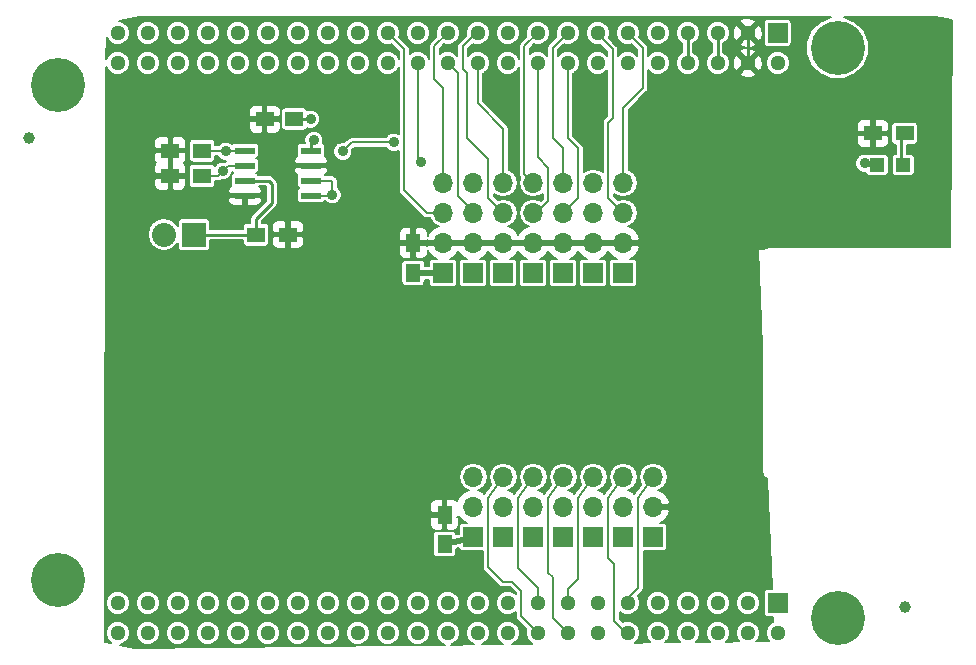
<source format=gbr>
G04 #@! TF.FileFunction,Copper,L1,Top,Signal*
%FSLAX46Y46*%
G04 Gerber Fmt 4.6, Leading zero omitted, Abs format (unit mm)*
G04 Created by KiCad (PCBNEW (after 2015-mar-04 BZR unknown)-product) date 6/9/2017 4:35:24 PM*
%MOMM*%
G01*
G04 APERTURE LIST*
%ADD10C,0.150000*%
%ADD11C,1.000000*%
%ADD12R,1.651000X0.599440*%
%ADD13C,4.572000*%
%ADD14R,1.651000X1.651000*%
%ADD15C,1.300480*%
%ADD16R,2.032000X2.032000*%
%ADD17O,2.032000X2.032000*%
%ADD18R,1.500000X1.300000*%
%ADD19R,1.250000X1.500000*%
%ADD20R,1.500000X1.250000*%
%ADD21R,1.700000X1.700000*%
%ADD22O,1.700000X1.700000*%
%ADD23R,1.200000X1.200000*%
%ADD24C,0.889000*%
%ADD25C,0.508000*%
%ADD26C,0.254000*%
%ADD27C,0.203200*%
G04 APERTURE END LIST*
D10*
D11*
X171196000Y-103251000D03*
X97028000Y-63500000D03*
D12*
X115290600Y-68376800D03*
X120878600Y-68376800D03*
X115290600Y-67106800D03*
X115290600Y-65836800D03*
X115290600Y-64566800D03*
X120878600Y-67106800D03*
X120878600Y-65836800D03*
X120878600Y-64566800D03*
D13*
X99441000Y-59055000D03*
X165481000Y-55880000D03*
X165481000Y-104140000D03*
X99441000Y-100965000D03*
D14*
X160401000Y-54610000D03*
D15*
X160401000Y-57150000D03*
X157861000Y-54610000D03*
X157861000Y-57150000D03*
X155321000Y-54610000D03*
X155321000Y-57150000D03*
X152781000Y-54610000D03*
X152781000Y-57150000D03*
X150241000Y-54610000D03*
X150241000Y-57150000D03*
X147701000Y-54610000D03*
X147701000Y-57150000D03*
X145161000Y-54610000D03*
X145161000Y-57150000D03*
X142621000Y-54610000D03*
X142621000Y-57150000D03*
X140081000Y-54610000D03*
X140081000Y-57150000D03*
X137541000Y-54610000D03*
X137541000Y-57150000D03*
X135001000Y-54610000D03*
X135001000Y-57150000D03*
X132461000Y-54610000D03*
X132461000Y-57150000D03*
X129921000Y-54610000D03*
X129921000Y-57150000D03*
X127381000Y-54610000D03*
X127381000Y-57150000D03*
X124841000Y-54610000D03*
X124841000Y-57150000D03*
X122301000Y-54610000D03*
X122301000Y-57150000D03*
X119761000Y-54610000D03*
X119761000Y-57150000D03*
X117221000Y-54610000D03*
X117221000Y-57150000D03*
X114681000Y-54610000D03*
X114681000Y-57150000D03*
X112141000Y-54610000D03*
X112141000Y-57150000D03*
X109601000Y-54610000D03*
X109601000Y-57150000D03*
X107061000Y-54610000D03*
X107061000Y-57150000D03*
X104521000Y-54610000D03*
X104521000Y-57150000D03*
D14*
X160401000Y-102870000D03*
D15*
X160401000Y-105410000D03*
X157861000Y-102870000D03*
X157861000Y-105410000D03*
X155321000Y-102870000D03*
X155321000Y-105410000D03*
X152781000Y-102870000D03*
X152781000Y-105410000D03*
X150241000Y-102870000D03*
X150241000Y-105410000D03*
X147701000Y-102870000D03*
X147701000Y-105410000D03*
X145161000Y-102870000D03*
X145161000Y-105410000D03*
X142621000Y-102870000D03*
X142621000Y-105410000D03*
X140081000Y-102870000D03*
X140081000Y-105410000D03*
X137541000Y-102870000D03*
X137541000Y-105410000D03*
X135001000Y-102870000D03*
X135001000Y-105410000D03*
X132461000Y-102870000D03*
X132461000Y-105410000D03*
X129921000Y-102870000D03*
X129921000Y-105410000D03*
X127381000Y-102870000D03*
X127381000Y-105410000D03*
X124841000Y-102870000D03*
X124841000Y-105410000D03*
X122301000Y-102870000D03*
X122301000Y-105410000D03*
X119761000Y-102870000D03*
X119761000Y-105410000D03*
X117221000Y-102870000D03*
X117221000Y-105410000D03*
X114681000Y-102870000D03*
X114681000Y-105410000D03*
X112141000Y-102870000D03*
X112141000Y-105410000D03*
X109601000Y-102870000D03*
X109601000Y-105410000D03*
X107061000Y-102870000D03*
X107061000Y-105410000D03*
X104521000Y-102870000D03*
X104521000Y-105410000D03*
D16*
X110972600Y-71678800D03*
D17*
X108432600Y-71678800D03*
D18*
X168449000Y-63119000D03*
X171149000Y-63119000D03*
X118926600Y-71678800D03*
X116226600Y-71678800D03*
X108987600Y-66725800D03*
X111687600Y-66725800D03*
X108987600Y-64566800D03*
X111687600Y-64566800D03*
D19*
X129540000Y-72410000D03*
X129540000Y-74910000D03*
D20*
X116961600Y-61899800D03*
X119461600Y-61899800D03*
D21*
X147320000Y-74930000D03*
D22*
X147320000Y-72390000D03*
X147320000Y-69850000D03*
X147320000Y-67310000D03*
D21*
X139700000Y-74930000D03*
D22*
X139700000Y-72390000D03*
X139700000Y-69850000D03*
X139700000Y-67310000D03*
D21*
X137160000Y-74930000D03*
D22*
X137160000Y-72390000D03*
X137160000Y-69850000D03*
X137160000Y-67310000D03*
D21*
X134620000Y-74930000D03*
D22*
X134620000Y-72390000D03*
X134620000Y-69850000D03*
X134620000Y-67310000D03*
D23*
X171026000Y-65786000D03*
X168826000Y-65786000D03*
D21*
X142240000Y-74930000D03*
D22*
X142240000Y-72390000D03*
X142240000Y-69850000D03*
X142240000Y-67310000D03*
D21*
X144780000Y-74930000D03*
D22*
X144780000Y-72390000D03*
X144780000Y-69850000D03*
X144780000Y-67310000D03*
D21*
X132080000Y-74930000D03*
D22*
X132080000Y-72390000D03*
X132080000Y-69850000D03*
X132080000Y-67310000D03*
D21*
X149860000Y-97282000D03*
D22*
X149860000Y-94742000D03*
X149860000Y-92202000D03*
D21*
X147320000Y-97282000D03*
D22*
X147320000Y-94742000D03*
X147320000Y-92202000D03*
D21*
X144780000Y-97282000D03*
D22*
X144780000Y-94742000D03*
X144780000Y-92202000D03*
D21*
X142240000Y-97282000D03*
D22*
X142240000Y-94742000D03*
X142240000Y-92202000D03*
D21*
X139700000Y-97282000D03*
D22*
X139700000Y-94742000D03*
X139700000Y-92202000D03*
D21*
X137160000Y-97282000D03*
D22*
X137160000Y-94742000D03*
X137160000Y-92202000D03*
D21*
X134620000Y-97282000D03*
D22*
X134620000Y-94742000D03*
X134620000Y-92202000D03*
D19*
X132207000Y-95397000D03*
X132207000Y-97897000D03*
D24*
X120878600Y-61899800D03*
X121132600Y-63677800D03*
X167767000Y-65659000D03*
X122682000Y-68326000D03*
X130175000Y-65532000D03*
X113411000Y-66294000D03*
X127889000Y-63881000D03*
X123571000Y-64643000D03*
X113665000Y-64643000D03*
D25*
X132207000Y-97897000D02*
X134513000Y-97389000D01*
X134513000Y-97389000D02*
X134620000Y-97282000D01*
X129540000Y-74910000D02*
X132060000Y-74910000D01*
X132060000Y-74910000D02*
X132080000Y-74930000D01*
D26*
X119461600Y-61899800D02*
X120878600Y-61899800D01*
X120878600Y-63931800D02*
X121132600Y-63677800D01*
X120878600Y-64566800D02*
X120878600Y-63931800D01*
X168973500Y-65786000D02*
X167894000Y-65786000D01*
X167894000Y-65786000D02*
X167767000Y-65659000D01*
D27*
X122631200Y-68376800D02*
X122682000Y-68326000D01*
X122631200Y-67106800D02*
X120878600Y-67106800D01*
X122682000Y-67157600D02*
X122682000Y-68326000D01*
X122631200Y-67106800D02*
X122682000Y-67157600D01*
X120878600Y-68376800D02*
X122631200Y-68376800D01*
D26*
X155321000Y-54610000D02*
X155321000Y-57150000D01*
D27*
X129540000Y-72410000D02*
X132060000Y-72410000D01*
X132060000Y-72410000D02*
X132080000Y-72390000D01*
D26*
X157861000Y-57150000D02*
X157861000Y-54610000D01*
D27*
X129560000Y-72390000D02*
X129540000Y-72410000D01*
X132080000Y-72390000D02*
X129560000Y-72390000D01*
D26*
X152781000Y-57150000D02*
X152882600Y-57150000D01*
X152781000Y-54610000D02*
X152781000Y-57150000D01*
D27*
X147320000Y-67310000D02*
X147320000Y-60960000D01*
X148971000Y-55880000D02*
X147701000Y-54610000D01*
X148971000Y-59309000D02*
X148971000Y-55880000D01*
X147320000Y-60960000D02*
X148971000Y-59309000D01*
X147320000Y-69850000D02*
X146050000Y-68580000D01*
X146431000Y-56007000D02*
X145161000Y-54737000D01*
X146431000Y-61849000D02*
X146431000Y-56007000D01*
X146050000Y-62230000D02*
X146431000Y-61849000D01*
X146050000Y-68580000D02*
X146050000Y-62230000D01*
X145161000Y-54737000D02*
X145161000Y-54610000D01*
X138938000Y-55753000D02*
X138938000Y-66548000D01*
X138938000Y-66548000D02*
X139700000Y-67310000D01*
X138938000Y-55753000D02*
X140081000Y-54610000D01*
X140081000Y-57150000D02*
X140081000Y-65151000D01*
X140081000Y-65151000D02*
X140970000Y-66040000D01*
X139700000Y-69850000D02*
X139954000Y-69850000D01*
X139954000Y-69850000D02*
X140970000Y-68834000D01*
X140970000Y-68834000D02*
X140970000Y-66040000D01*
X140025000Y-57206000D02*
X140081000Y-57150000D01*
X135001000Y-54610000D02*
X134874000Y-54610000D01*
X134874000Y-54610000D02*
X133731000Y-55753000D01*
X133731000Y-55753000D02*
X133731000Y-57658000D01*
X133731000Y-57658000D02*
X134112000Y-58039000D01*
X134112000Y-58039000D02*
X134112000Y-63500000D01*
X134112000Y-63500000D02*
X135890000Y-65278000D01*
X135890000Y-65278000D02*
X135890000Y-68580000D01*
X135890000Y-68580000D02*
X137160000Y-69850000D01*
X135001000Y-57150000D02*
X135001000Y-60579000D01*
X137160000Y-62738000D02*
X137160000Y-67310000D01*
X135001000Y-60579000D02*
X137160000Y-62738000D01*
X134620000Y-69850000D02*
X134620000Y-69723000D01*
X134620000Y-69723000D02*
X133350000Y-68453000D01*
X133350000Y-68453000D02*
X133350000Y-58039000D01*
X133350000Y-58039000D02*
X132461000Y-57150000D01*
X129921000Y-57150000D02*
X129921000Y-65278000D01*
X129921000Y-65278000D02*
X130175000Y-65532000D01*
X113411000Y-66294000D02*
X113423700Y-66306700D01*
X113893600Y-65836800D02*
X115290600Y-65836800D01*
X113004600Y-66725800D02*
X113423700Y-66306700D01*
X113423700Y-66306700D02*
X113893600Y-65836800D01*
X111687600Y-66725800D02*
X113004600Y-66725800D01*
X124333000Y-63881000D02*
X127889000Y-63881000D01*
X123571000Y-64643000D02*
X124333000Y-63881000D01*
X113665000Y-64643000D02*
X113665000Y-64566800D01*
X111687600Y-64566800D02*
X113665000Y-64566800D01*
X113665000Y-64566800D02*
X115290600Y-64566800D01*
D26*
X170878500Y-65786000D02*
X170878500Y-63500000D01*
D27*
X142240000Y-67310000D02*
X142240000Y-64389000D01*
X141351000Y-55880000D02*
X142621000Y-54610000D01*
X141351000Y-63500000D02*
X141351000Y-55880000D01*
X142240000Y-64389000D02*
X141351000Y-63500000D01*
X142621000Y-57150000D02*
X142621000Y-63500000D01*
X143510000Y-68580000D02*
X142240000Y-69850000D01*
X143510000Y-64389000D02*
X143510000Y-68580000D01*
X142621000Y-63500000D02*
X143510000Y-64389000D01*
X132080000Y-67310000D02*
X132080000Y-59309000D01*
X131318000Y-55753000D02*
X132461000Y-54610000D01*
X131318000Y-58547000D02*
X131318000Y-55753000D01*
X132080000Y-59309000D02*
X131318000Y-58547000D01*
X132080000Y-69850000D02*
X130683000Y-69850000D01*
X128778000Y-56007000D02*
X127381000Y-54610000D01*
X128778000Y-67945000D02*
X128778000Y-56007000D01*
X130683000Y-69850000D02*
X128778000Y-67945000D01*
X147701000Y-102870000D02*
X147701000Y-102489000D01*
X147701000Y-102489000D02*
X148590000Y-101600000D01*
X148590000Y-101600000D02*
X148590000Y-93980000D01*
X148590000Y-93980000D02*
X149860000Y-92202000D01*
X147701000Y-105410000D02*
X147574000Y-105410000D01*
X147574000Y-105410000D02*
X146558000Y-104394000D01*
X146558000Y-104394000D02*
X146558000Y-99568000D01*
X146558000Y-99568000D02*
X146050000Y-99060000D01*
X146050000Y-99060000D02*
X146050000Y-93980000D01*
X146050000Y-93980000D02*
X147320000Y-92202000D01*
X142621000Y-102870000D02*
X142621000Y-101727000D01*
X143510000Y-93980000D02*
X144780000Y-92202000D01*
X143510000Y-100838000D02*
X143510000Y-93980000D01*
X142621000Y-101727000D02*
X143510000Y-100838000D01*
X142621000Y-105410000D02*
X141351000Y-104140000D01*
X140970000Y-93980000D02*
X142240000Y-92202000D01*
X140970000Y-100330000D02*
X140970000Y-93980000D01*
X141351000Y-100711000D02*
X140970000Y-100330000D01*
X141351000Y-104140000D02*
X141351000Y-100711000D01*
X140081000Y-102870000D02*
X140081000Y-101600000D01*
X138430000Y-93980000D02*
X139700000Y-92202000D01*
X138430000Y-99949000D02*
X138430000Y-93980000D01*
X140081000Y-101600000D02*
X138430000Y-99949000D01*
X140081000Y-105410000D02*
X138684000Y-104013000D01*
X135890000Y-93980000D02*
X137160000Y-92202000D01*
X135890000Y-99822000D02*
X135890000Y-93980000D01*
X137160000Y-101092000D02*
X135890000Y-99822000D01*
X137922000Y-101092000D02*
X137160000Y-101092000D01*
X138684000Y-101854000D02*
X137922000Y-101092000D01*
X138684000Y-104013000D02*
X138684000Y-101854000D01*
D26*
X110972600Y-71678800D02*
X116226600Y-71678800D01*
X117322600Y-67106800D02*
X117576600Y-67360800D01*
X117576600Y-67360800D02*
X117576600Y-69011800D01*
X117576600Y-69011800D02*
X116226600Y-70361800D01*
X116226600Y-70361800D02*
X116226600Y-71678800D01*
X115290600Y-67106800D02*
X117322600Y-67106800D01*
D27*
G36*
X134792400Y-94894400D02*
X134772400Y-94894400D01*
X134772400Y-94914400D01*
X134467600Y-94914400D01*
X134467600Y-94894400D01*
X134447600Y-94894400D01*
X134447600Y-94589600D01*
X134467600Y-94589600D01*
X134467600Y-94569600D01*
X134772400Y-94569600D01*
X134772400Y-94589600D01*
X134792400Y-94589600D01*
X134792400Y-94894400D01*
X134792400Y-94894400D01*
G37*
X134792400Y-94894400D02*
X134772400Y-94894400D01*
X134772400Y-94914400D01*
X134467600Y-94914400D01*
X134467600Y-94894400D01*
X134447600Y-94894400D01*
X134447600Y-94589600D01*
X134467600Y-94589600D01*
X134467600Y-94569600D01*
X134772400Y-94569600D01*
X134772400Y-94589600D01*
X134792400Y-94589600D01*
X134792400Y-94894400D01*
G36*
X137332400Y-94894400D02*
X137312400Y-94894400D01*
X137312400Y-94914400D01*
X137007600Y-94914400D01*
X137007600Y-94894400D01*
X136987600Y-94894400D01*
X136987600Y-94589600D01*
X137007600Y-94589600D01*
X137007600Y-94569600D01*
X137312400Y-94569600D01*
X137312400Y-94589600D01*
X137332400Y-94589600D01*
X137332400Y-94894400D01*
X137332400Y-94894400D01*
G37*
X137332400Y-94894400D02*
X137312400Y-94894400D01*
X137312400Y-94914400D01*
X137007600Y-94914400D01*
X137007600Y-94894400D01*
X136987600Y-94894400D01*
X136987600Y-94589600D01*
X137007600Y-94589600D01*
X137007600Y-94569600D01*
X137312400Y-94569600D01*
X137312400Y-94589600D01*
X137332400Y-94589600D01*
X137332400Y-94894400D01*
G36*
X139872400Y-94894400D02*
X139852400Y-94894400D01*
X139852400Y-94914400D01*
X139547600Y-94914400D01*
X139547600Y-94894400D01*
X139527600Y-94894400D01*
X139527600Y-94589600D01*
X139547600Y-94589600D01*
X139547600Y-94569600D01*
X139852400Y-94569600D01*
X139852400Y-94589600D01*
X139872400Y-94589600D01*
X139872400Y-94894400D01*
X139872400Y-94894400D01*
G37*
X139872400Y-94894400D02*
X139852400Y-94894400D01*
X139852400Y-94914400D01*
X139547600Y-94914400D01*
X139547600Y-94894400D01*
X139527600Y-94894400D01*
X139527600Y-94589600D01*
X139547600Y-94589600D01*
X139547600Y-94569600D01*
X139852400Y-94569600D01*
X139852400Y-94589600D01*
X139872400Y-94589600D01*
X139872400Y-94894400D01*
G36*
X142412400Y-94894400D02*
X142392400Y-94894400D01*
X142392400Y-94914400D01*
X142087600Y-94914400D01*
X142087600Y-94894400D01*
X142067600Y-94894400D01*
X142067600Y-94589600D01*
X142087600Y-94589600D01*
X142087600Y-94569600D01*
X142392400Y-94569600D01*
X142392400Y-94589600D01*
X142412400Y-94589600D01*
X142412400Y-94894400D01*
X142412400Y-94894400D01*
G37*
X142412400Y-94894400D02*
X142392400Y-94894400D01*
X142392400Y-94914400D01*
X142087600Y-94914400D01*
X142087600Y-94894400D01*
X142067600Y-94894400D01*
X142067600Y-94589600D01*
X142087600Y-94589600D01*
X142087600Y-94569600D01*
X142392400Y-94569600D01*
X142392400Y-94589600D01*
X142412400Y-94589600D01*
X142412400Y-94894400D01*
G36*
X144952400Y-94894400D02*
X144932400Y-94894400D01*
X144932400Y-94914400D01*
X144627600Y-94914400D01*
X144627600Y-94894400D01*
X144607600Y-94894400D01*
X144607600Y-94589600D01*
X144627600Y-94589600D01*
X144627600Y-94569600D01*
X144932400Y-94569600D01*
X144932400Y-94589600D01*
X144952400Y-94589600D01*
X144952400Y-94894400D01*
X144952400Y-94894400D01*
G37*
X144952400Y-94894400D02*
X144932400Y-94894400D01*
X144932400Y-94914400D01*
X144627600Y-94914400D01*
X144627600Y-94894400D01*
X144607600Y-94894400D01*
X144607600Y-94589600D01*
X144627600Y-94589600D01*
X144627600Y-94569600D01*
X144932400Y-94569600D01*
X144932400Y-94589600D01*
X144952400Y-94589600D01*
X144952400Y-94894400D01*
G36*
X147492400Y-94894400D02*
X147472400Y-94894400D01*
X147472400Y-94914400D01*
X147167600Y-94914400D01*
X147167600Y-94894400D01*
X147147600Y-94894400D01*
X147147600Y-94589600D01*
X147167600Y-94589600D01*
X147167600Y-94569600D01*
X147472400Y-94569600D01*
X147472400Y-94589600D01*
X147492400Y-94589600D01*
X147492400Y-94894400D01*
X147492400Y-94894400D01*
G37*
X147492400Y-94894400D02*
X147472400Y-94894400D01*
X147472400Y-94914400D01*
X147167600Y-94914400D01*
X147167600Y-94894400D01*
X147147600Y-94894400D01*
X147147600Y-94589600D01*
X147167600Y-94589600D01*
X147167600Y-94569600D01*
X147472400Y-94569600D01*
X147472400Y-94589600D01*
X147492400Y-94589600D01*
X147492400Y-94894400D01*
G36*
X175153921Y-53543840D02*
X175033235Y-72732900D01*
X172261567Y-72732900D01*
X172261567Y-63769000D01*
X172261567Y-62469000D01*
X172235259Y-62333411D01*
X172156977Y-62214241D01*
X172038799Y-62134469D01*
X171899000Y-62106433D01*
X170399000Y-62106433D01*
X170263411Y-62132741D01*
X170144241Y-62211023D01*
X170064469Y-62329201D01*
X170036433Y-62469000D01*
X170036433Y-63769000D01*
X170062741Y-63904589D01*
X170141023Y-64023759D01*
X170259201Y-64103531D01*
X170395900Y-64130945D01*
X170395900Y-64829273D01*
X170290411Y-64849741D01*
X170171241Y-64928023D01*
X170091469Y-65046201D01*
X170063433Y-65186000D01*
X170063433Y-66386000D01*
X170089741Y-66521589D01*
X170168023Y-66640759D01*
X170286201Y-66720531D01*
X170426000Y-66748567D01*
X171626000Y-66748567D01*
X171761589Y-66722259D01*
X171880759Y-66643977D01*
X171960531Y-66525799D01*
X171988567Y-66386000D01*
X171988567Y-65186000D01*
X171962259Y-65050411D01*
X171883977Y-64931241D01*
X171765799Y-64851469D01*
X171626000Y-64823433D01*
X171361100Y-64823433D01*
X171361100Y-64131567D01*
X171899000Y-64131567D01*
X172034589Y-64105259D01*
X172153759Y-64026977D01*
X172233531Y-63908799D01*
X172261567Y-63769000D01*
X172261567Y-72732900D01*
X169808600Y-72732900D01*
X169808600Y-63890257D01*
X169808600Y-63647743D01*
X169808600Y-63423800D01*
X169808600Y-62814200D01*
X169808600Y-62590257D01*
X169808600Y-62347743D01*
X169715794Y-62123689D01*
X169544311Y-61952206D01*
X169320257Y-61859400D01*
X168753800Y-61859400D01*
X168601400Y-62011800D01*
X168601400Y-62966600D01*
X169656200Y-62966600D01*
X169808600Y-62814200D01*
X169808600Y-63423800D01*
X169656200Y-63271400D01*
X168601400Y-63271400D01*
X168601400Y-64226200D01*
X168753800Y-64378600D01*
X169320257Y-64378600D01*
X169544311Y-64285794D01*
X169715794Y-64114311D01*
X169808600Y-63890257D01*
X169808600Y-72732900D01*
X169788567Y-72732900D01*
X169788567Y-66386000D01*
X169788567Y-65186000D01*
X169762259Y-65050411D01*
X169683977Y-64931241D01*
X169565799Y-64851469D01*
X169426000Y-64823433D01*
X168296600Y-64823433D01*
X168296600Y-64226200D01*
X168296600Y-63271400D01*
X168296600Y-62966600D01*
X168296600Y-62011800D01*
X168144200Y-61859400D01*
X167577743Y-61859400D01*
X167353689Y-61952206D01*
X167182206Y-62123689D01*
X167089400Y-62347743D01*
X167089400Y-62590257D01*
X167089400Y-62814200D01*
X167241800Y-62966600D01*
X168296600Y-62966600D01*
X168296600Y-63271400D01*
X167241800Y-63271400D01*
X167089400Y-63423800D01*
X167089400Y-63647743D01*
X167089400Y-63890257D01*
X167182206Y-64114311D01*
X167353689Y-64285794D01*
X167577743Y-64378600D01*
X168144200Y-64378600D01*
X168296600Y-64226200D01*
X168296600Y-64823433D01*
X168226000Y-64823433D01*
X168090411Y-64849741D01*
X168018390Y-64897050D01*
X167926848Y-64859039D01*
X167608548Y-64858761D01*
X167314372Y-64980313D01*
X167089104Y-65205188D01*
X166967039Y-65499152D01*
X166966761Y-65817452D01*
X167088313Y-66111628D01*
X167313188Y-66336896D01*
X167607152Y-66458961D01*
X167877635Y-66459197D01*
X167889741Y-66521589D01*
X167968023Y-66640759D01*
X168086201Y-66720531D01*
X168226000Y-66748567D01*
X169426000Y-66748567D01*
X169561589Y-66722259D01*
X169680759Y-66643977D01*
X169760531Y-66525799D01*
X169788567Y-66386000D01*
X169788567Y-72732900D01*
X161589067Y-72732900D01*
X161589067Y-55435500D01*
X161589067Y-53784500D01*
X161562759Y-53648911D01*
X161484477Y-53529741D01*
X161366299Y-53449969D01*
X161226500Y-53421933D01*
X159575500Y-53421933D01*
X159439911Y-53448241D01*
X159320741Y-53526523D01*
X159240969Y-53644701D01*
X159212933Y-53784500D01*
X159212933Y-55435500D01*
X159239241Y-55571089D01*
X159317523Y-55690259D01*
X159435701Y-55770031D01*
X159575500Y-55798067D01*
X161226500Y-55798067D01*
X161362089Y-55771759D01*
X161481259Y-55693477D01*
X161561031Y-55575299D01*
X161589067Y-55435500D01*
X161589067Y-72732900D01*
X161407015Y-72732900D01*
X161407015Y-56950804D01*
X161254207Y-56580982D01*
X160971507Y-56297787D01*
X160601952Y-56144335D01*
X160201804Y-56143985D01*
X159831982Y-56296793D01*
X159548787Y-56579493D01*
X159395335Y-56949048D01*
X159394985Y-57349196D01*
X159547793Y-57719018D01*
X159830493Y-58002213D01*
X160200048Y-58155665D01*
X160600196Y-58156015D01*
X160970018Y-58003207D01*
X161253213Y-57720507D01*
X161406665Y-57350952D01*
X161407015Y-56950804D01*
X161407015Y-72732900D01*
X159639000Y-72732900D01*
X159430017Y-72774469D01*
X159252849Y-72892849D01*
X159232435Y-72923400D01*
X159136785Y-72923400D01*
X159136785Y-57299558D01*
X159136785Y-54759558D01*
X159096906Y-54259952D01*
X158982438Y-53983605D01*
X158762007Y-53924519D01*
X158546481Y-54140045D01*
X158546481Y-53708993D01*
X158487395Y-53488562D01*
X158010558Y-53334215D01*
X157510952Y-53374094D01*
X157234605Y-53488562D01*
X157175519Y-53708993D01*
X157861000Y-54394474D01*
X158546481Y-53708993D01*
X158546481Y-54140045D01*
X158076526Y-54610000D01*
X158762007Y-55295481D01*
X158982438Y-55236395D01*
X159136785Y-54759558D01*
X159136785Y-57299558D01*
X159096906Y-56799952D01*
X158982438Y-56523605D01*
X158762007Y-56464519D01*
X158546481Y-56680045D01*
X158546481Y-56248993D01*
X158546481Y-55511007D01*
X157861000Y-54825526D01*
X157645474Y-55041052D01*
X157645474Y-54610000D01*
X156959993Y-53924519D01*
X156739562Y-53983605D01*
X156585215Y-54460442D01*
X156625094Y-54960048D01*
X156739562Y-55236395D01*
X156959993Y-55295481D01*
X157645474Y-54610000D01*
X157645474Y-55041052D01*
X157175519Y-55511007D01*
X157234605Y-55731438D01*
X157711442Y-55885785D01*
X158211048Y-55845906D01*
X158487395Y-55731438D01*
X158546481Y-55511007D01*
X158546481Y-56248993D01*
X158487395Y-56028562D01*
X158010558Y-55874215D01*
X157510952Y-55914094D01*
X157234605Y-56028562D01*
X157175519Y-56248993D01*
X157861000Y-56934474D01*
X158546481Y-56248993D01*
X158546481Y-56680045D01*
X158076526Y-57150000D01*
X158762007Y-57835481D01*
X158982438Y-57776395D01*
X159136785Y-57299558D01*
X159136785Y-72923400D01*
X158769885Y-72923400D01*
X159092900Y-81185773D01*
X159092900Y-91821000D01*
X159134469Y-92029983D01*
X159252849Y-92207151D01*
X159430017Y-92325531D01*
X159529176Y-92345254D01*
X159894191Y-101681933D01*
X159575500Y-101681933D01*
X159439911Y-101708241D01*
X159320741Y-101786523D01*
X159240969Y-101904701D01*
X159212933Y-102044500D01*
X159212933Y-103695500D01*
X159239241Y-103831089D01*
X159317523Y-103950259D01*
X159435701Y-104030031D01*
X159575500Y-104058067D01*
X159987085Y-104058067D01*
X160003807Y-104485795D01*
X159831982Y-104556793D01*
X159548787Y-104839493D01*
X159395335Y-105209048D01*
X159394985Y-105609196D01*
X159547793Y-105979018D01*
X159669751Y-106101189D01*
X158580608Y-106112879D01*
X158713213Y-105980507D01*
X158866665Y-105610952D01*
X158867015Y-105210804D01*
X158867015Y-102670804D01*
X158714207Y-102300982D01*
X158546481Y-102132962D01*
X158546481Y-58051007D01*
X157861000Y-57365526D01*
X157645474Y-57581052D01*
X157645474Y-57150000D01*
X156959993Y-56464519D01*
X156739562Y-56523605D01*
X156585215Y-57000442D01*
X156625094Y-57500048D01*
X156739562Y-57776395D01*
X156959993Y-57835481D01*
X157645474Y-57150000D01*
X157645474Y-57581052D01*
X157175519Y-58051007D01*
X157234605Y-58271438D01*
X157711442Y-58425785D01*
X158211048Y-58385906D01*
X158487395Y-58271438D01*
X158546481Y-58051007D01*
X158546481Y-102132962D01*
X158431507Y-102017787D01*
X158061952Y-101864335D01*
X157661804Y-101863985D01*
X157291982Y-102016793D01*
X157008787Y-102299493D01*
X156855335Y-102669048D01*
X156854985Y-103069196D01*
X157007793Y-103439018D01*
X157290493Y-103722213D01*
X157660048Y-103875665D01*
X158060196Y-103876015D01*
X158430018Y-103723207D01*
X158713213Y-103440507D01*
X158866665Y-103070952D01*
X158867015Y-102670804D01*
X158867015Y-105210804D01*
X158714207Y-104840982D01*
X158431507Y-104557787D01*
X158061952Y-104404335D01*
X157661804Y-104403985D01*
X157291982Y-104556793D01*
X157008787Y-104839493D01*
X156855335Y-105209048D01*
X156854985Y-105609196D01*
X157007793Y-105979018D01*
X157156677Y-106128163D01*
X156013000Y-106140439D01*
X156173213Y-105980507D01*
X156326665Y-105610952D01*
X156327015Y-105210804D01*
X156327015Y-102670804D01*
X156327015Y-56950804D01*
X156174207Y-56580982D01*
X155891507Y-56297787D01*
X155803600Y-56261284D01*
X155803600Y-55498914D01*
X155890018Y-55463207D01*
X156173213Y-55180507D01*
X156326665Y-54810952D01*
X156327015Y-54410804D01*
X156174207Y-54040982D01*
X155891507Y-53757787D01*
X155521952Y-53604335D01*
X155121804Y-53603985D01*
X154751982Y-53756793D01*
X154468787Y-54039493D01*
X154315335Y-54409048D01*
X154314985Y-54809196D01*
X154467793Y-55179018D01*
X154750493Y-55462213D01*
X154838400Y-55498715D01*
X154838400Y-56261085D01*
X154751982Y-56296793D01*
X154468787Y-56579493D01*
X154315335Y-56949048D01*
X154314985Y-57349196D01*
X154467793Y-57719018D01*
X154750493Y-58002213D01*
X155120048Y-58155665D01*
X155520196Y-58156015D01*
X155890018Y-58003207D01*
X156173213Y-57720507D01*
X156326665Y-57350952D01*
X156327015Y-56950804D01*
X156327015Y-102670804D01*
X156174207Y-102300982D01*
X155891507Y-102017787D01*
X155521952Y-101864335D01*
X155121804Y-101863985D01*
X154751982Y-102016793D01*
X154468787Y-102299493D01*
X154315335Y-102669048D01*
X154314985Y-103069196D01*
X154467793Y-103439018D01*
X154750493Y-103722213D01*
X155120048Y-103875665D01*
X155520196Y-103876015D01*
X155890018Y-103723207D01*
X156173213Y-103440507D01*
X156326665Y-103070952D01*
X156327015Y-102670804D01*
X156327015Y-105210804D01*
X156174207Y-104840982D01*
X155891507Y-104557787D01*
X155521952Y-104404335D01*
X155121804Y-104403985D01*
X154751982Y-104556793D01*
X154468787Y-104839493D01*
X154315335Y-105209048D01*
X154314985Y-105609196D01*
X154467793Y-105979018D01*
X154643604Y-106155137D01*
X153445393Y-106167998D01*
X153633213Y-105980507D01*
X153786665Y-105610952D01*
X153787015Y-105210804D01*
X153787015Y-102670804D01*
X153787015Y-56950804D01*
X153634207Y-56580982D01*
X153351507Y-56297787D01*
X153263600Y-56261284D01*
X153263600Y-55498914D01*
X153350018Y-55463207D01*
X153633213Y-55180507D01*
X153786665Y-54810952D01*
X153787015Y-54410804D01*
X153634207Y-54040982D01*
X153351507Y-53757787D01*
X152981952Y-53604335D01*
X152581804Y-53603985D01*
X152211982Y-53756793D01*
X151928787Y-54039493D01*
X151775335Y-54409048D01*
X151774985Y-54809196D01*
X151927793Y-55179018D01*
X152210493Y-55462213D01*
X152298400Y-55498715D01*
X152298400Y-56261085D01*
X152211982Y-56296793D01*
X151928787Y-56579493D01*
X151775335Y-56949048D01*
X151774985Y-57349196D01*
X151927793Y-57719018D01*
X152210493Y-58002213D01*
X152580048Y-58155665D01*
X152980196Y-58156015D01*
X153350018Y-58003207D01*
X153633213Y-57720507D01*
X153786665Y-57350952D01*
X153787015Y-56950804D01*
X153787015Y-102670804D01*
X153634207Y-102300982D01*
X153351507Y-102017787D01*
X152981952Y-101864335D01*
X152581804Y-101863985D01*
X152211982Y-102016793D01*
X151928787Y-102299493D01*
X151775335Y-102669048D01*
X151774985Y-103069196D01*
X151927793Y-103439018D01*
X152210493Y-103722213D01*
X152580048Y-103875665D01*
X152980196Y-103876015D01*
X153350018Y-103723207D01*
X153633213Y-103440507D01*
X153786665Y-103070952D01*
X153787015Y-102670804D01*
X153787015Y-105210804D01*
X153634207Y-104840982D01*
X153351507Y-104557787D01*
X152981952Y-104404335D01*
X152581804Y-104403985D01*
X152211982Y-104556793D01*
X151928787Y-104839493D01*
X151775335Y-105209048D01*
X151774985Y-105609196D01*
X151927793Y-105979018D01*
X152130531Y-106182111D01*
X150877785Y-106195557D01*
X151093213Y-105980507D01*
X151246665Y-105610952D01*
X151247015Y-105210804D01*
X151247015Y-102670804D01*
X151094207Y-102300982D01*
X150811507Y-102017787D01*
X150441952Y-101864335D01*
X150041804Y-101863985D01*
X149671982Y-102016793D01*
X149388787Y-102299493D01*
X149235335Y-102669048D01*
X149234985Y-103069196D01*
X149387793Y-103439018D01*
X149670493Y-103722213D01*
X150040048Y-103875665D01*
X150440196Y-103876015D01*
X150810018Y-103723207D01*
X151093213Y-103440507D01*
X151246665Y-103070952D01*
X151247015Y-102670804D01*
X151247015Y-105210804D01*
X151094207Y-104840982D01*
X150811507Y-104557787D01*
X150441952Y-104404335D01*
X150041804Y-104403985D01*
X149671982Y-104556793D01*
X149388787Y-104839493D01*
X149235335Y-105209048D01*
X149234985Y-105609196D01*
X149387793Y-105979018D01*
X149617458Y-106209085D01*
X148310178Y-106223117D01*
X148553213Y-105980507D01*
X148706665Y-105610952D01*
X148707015Y-105210804D01*
X148554207Y-104840982D01*
X148271507Y-104557787D01*
X147901952Y-104404335D01*
X147501804Y-104403985D01*
X147298547Y-104487969D01*
X147015200Y-104204622D01*
X147015200Y-103606718D01*
X147130493Y-103722213D01*
X147500048Y-103875665D01*
X147900196Y-103876015D01*
X148270018Y-103723207D01*
X148553213Y-103440507D01*
X148706665Y-103070952D01*
X148707015Y-102670804D01*
X148554207Y-102300982D01*
X148544909Y-102291668D01*
X148913289Y-101923289D01*
X149012398Y-101774963D01*
X149047200Y-101600000D01*
X149047200Y-98494567D01*
X150710000Y-98494567D01*
X150845589Y-98468259D01*
X150964759Y-98389977D01*
X151044531Y-98271799D01*
X151072567Y-98132000D01*
X151072567Y-96432000D01*
X151046259Y-96296411D01*
X150967977Y-96177241D01*
X150849799Y-96097469D01*
X150710000Y-96069433D01*
X150404927Y-96069433D01*
X150748419Y-95900092D01*
X151123975Y-95471954D01*
X151269910Y-95119607D01*
X151158286Y-94894400D01*
X150012400Y-94894400D01*
X150012400Y-94914400D01*
X149707600Y-94914400D01*
X149707600Y-94894400D01*
X149687600Y-94894400D01*
X149687600Y-94589600D01*
X149707600Y-94589600D01*
X149707600Y-94569600D01*
X150012400Y-94569600D01*
X150012400Y-94589600D01*
X151158286Y-94589600D01*
X151269910Y-94364393D01*
X151247015Y-94309115D01*
X151247015Y-56950804D01*
X151247015Y-54410804D01*
X151094207Y-54040982D01*
X150811507Y-53757787D01*
X150441952Y-53604335D01*
X150041804Y-53603985D01*
X149671982Y-53756793D01*
X149388787Y-54039493D01*
X149235335Y-54409048D01*
X149234985Y-54809196D01*
X149387793Y-55179018D01*
X149670493Y-55462213D01*
X150040048Y-55615665D01*
X150440196Y-55616015D01*
X150810018Y-55463207D01*
X151093213Y-55180507D01*
X151246665Y-54810952D01*
X151247015Y-54410804D01*
X151247015Y-56950804D01*
X151094207Y-56580982D01*
X150811507Y-56297787D01*
X150441952Y-56144335D01*
X150041804Y-56143985D01*
X149671982Y-56296793D01*
X149428200Y-56540148D01*
X149428200Y-55880000D01*
X149393398Y-55705037D01*
X149294289Y-55556711D01*
X148660267Y-54922689D01*
X148706665Y-54810952D01*
X148707015Y-54410804D01*
X148554207Y-54040982D01*
X148271507Y-53757787D01*
X147901952Y-53604335D01*
X147501804Y-53603985D01*
X147131982Y-53756793D01*
X146848787Y-54039493D01*
X146695335Y-54409048D01*
X146694985Y-54809196D01*
X146847793Y-55179018D01*
X147130493Y-55462213D01*
X147500048Y-55615665D01*
X147900196Y-55616015D01*
X148013585Y-55569163D01*
X148513800Y-56069378D01*
X148513800Y-56540504D01*
X148271507Y-56297787D01*
X147901952Y-56144335D01*
X147501804Y-56143985D01*
X147131982Y-56296793D01*
X146888200Y-56540148D01*
X146888200Y-56007000D01*
X146853398Y-55832037D01*
X146754289Y-55683711D01*
X146083005Y-55012427D01*
X146166665Y-54810952D01*
X146167015Y-54410804D01*
X146014207Y-54040982D01*
X145731507Y-53757787D01*
X145361952Y-53604335D01*
X144961804Y-53603985D01*
X144591982Y-53756793D01*
X144308787Y-54039493D01*
X144155335Y-54409048D01*
X144154985Y-54809196D01*
X144307793Y-55179018D01*
X144590493Y-55462213D01*
X144960048Y-55615665D01*
X145360196Y-55616015D01*
X145383717Y-55606295D01*
X145973800Y-56196378D01*
X145973800Y-56540504D01*
X145731507Y-56297787D01*
X145361952Y-56144335D01*
X144961804Y-56143985D01*
X144591982Y-56296793D01*
X144308787Y-56579493D01*
X144155335Y-56949048D01*
X144154985Y-57349196D01*
X144307793Y-57719018D01*
X144590493Y-58002213D01*
X144960048Y-58155665D01*
X145360196Y-58156015D01*
X145730018Y-58003207D01*
X145973800Y-57759851D01*
X145973800Y-61659622D01*
X145726711Y-61906711D01*
X145627602Y-62055037D01*
X145592800Y-62230000D01*
X145592800Y-66415211D01*
X145264982Y-66196171D01*
X144803619Y-66104400D01*
X144756381Y-66104400D01*
X144295018Y-66196171D01*
X143967200Y-66415211D01*
X143967200Y-64389000D01*
X143932398Y-64214037D01*
X143833289Y-64065711D01*
X143078200Y-63310622D01*
X143078200Y-58049409D01*
X143190018Y-58003207D01*
X143473213Y-57720507D01*
X143626665Y-57350952D01*
X143627015Y-56950804D01*
X143474207Y-56580982D01*
X143191507Y-56297787D01*
X142821952Y-56144335D01*
X142421804Y-56143985D01*
X142051982Y-56296793D01*
X141808200Y-56540148D01*
X141808200Y-56069378D01*
X142308310Y-55569267D01*
X142420048Y-55615665D01*
X142820196Y-55616015D01*
X143190018Y-55463207D01*
X143473213Y-55180507D01*
X143626665Y-54810952D01*
X143627015Y-54410804D01*
X143474207Y-54040982D01*
X143191507Y-53757787D01*
X142821952Y-53604335D01*
X142421804Y-53603985D01*
X142051982Y-53756793D01*
X141768787Y-54039493D01*
X141615335Y-54409048D01*
X141614985Y-54809196D01*
X141661836Y-54922585D01*
X141027711Y-55556711D01*
X140928602Y-55705037D01*
X140893800Y-55880000D01*
X140893800Y-56540504D01*
X140651507Y-56297787D01*
X140281952Y-56144335D01*
X139881804Y-56143985D01*
X139511982Y-56296793D01*
X139395200Y-56413370D01*
X139395200Y-55942378D01*
X139768310Y-55569267D01*
X139880048Y-55615665D01*
X140280196Y-55616015D01*
X140650018Y-55463207D01*
X140933213Y-55180507D01*
X141086665Y-54810952D01*
X141087015Y-54410804D01*
X140934207Y-54040982D01*
X140651507Y-53757787D01*
X140281952Y-53604335D01*
X139881804Y-53603985D01*
X139511982Y-53756793D01*
X139228787Y-54039493D01*
X139075335Y-54409048D01*
X139074985Y-54809196D01*
X139121836Y-54922585D01*
X138614711Y-55429711D01*
X138547015Y-55531024D01*
X138547015Y-54410804D01*
X138394207Y-54040982D01*
X138111507Y-53757787D01*
X137741952Y-53604335D01*
X137341804Y-53603985D01*
X136971982Y-53756793D01*
X136688787Y-54039493D01*
X136535335Y-54409048D01*
X136534985Y-54809196D01*
X136687793Y-55179018D01*
X136970493Y-55462213D01*
X137340048Y-55615665D01*
X137740196Y-55616015D01*
X138110018Y-55463207D01*
X138393213Y-55180507D01*
X138546665Y-54810952D01*
X138547015Y-54410804D01*
X138547015Y-55531024D01*
X138515602Y-55578037D01*
X138480800Y-55753000D01*
X138480800Y-56790552D01*
X138394207Y-56580982D01*
X138111507Y-56297787D01*
X137741952Y-56144335D01*
X137341804Y-56143985D01*
X136971982Y-56296793D01*
X136688787Y-56579493D01*
X136535335Y-56949048D01*
X136534985Y-57349196D01*
X136687793Y-57719018D01*
X136970493Y-58002213D01*
X137340048Y-58155665D01*
X137740196Y-58156015D01*
X138110018Y-58003207D01*
X138393213Y-57720507D01*
X138480800Y-57509573D01*
X138480800Y-66548000D01*
X138515602Y-66722963D01*
X138581063Y-66820932D01*
X138562552Y-66848637D01*
X138470781Y-67310000D01*
X138562552Y-67771363D01*
X138823893Y-68162488D01*
X139215018Y-68423829D01*
X139676381Y-68515600D01*
X139723619Y-68515600D01*
X140184982Y-68423829D01*
X140512800Y-68204788D01*
X140512800Y-68644622D01*
X140326614Y-68830807D01*
X140184982Y-68736171D01*
X139723619Y-68644400D01*
X139676381Y-68644400D01*
X139215018Y-68736171D01*
X138823893Y-68997512D01*
X138562552Y-69388637D01*
X138470781Y-69850000D01*
X138562552Y-70311363D01*
X138823893Y-70702488D01*
X139215018Y-70963829D01*
X139315008Y-70983718D01*
X138811581Y-71231908D01*
X138436025Y-71660046D01*
X138430000Y-71674592D01*
X138423975Y-71660046D01*
X138048419Y-71231908D01*
X137544991Y-70983718D01*
X137644982Y-70963829D01*
X138036107Y-70702488D01*
X138297448Y-70311363D01*
X138389219Y-69850000D01*
X138297448Y-69388637D01*
X138036107Y-68997512D01*
X137644982Y-68736171D01*
X137183619Y-68644400D01*
X137136381Y-68644400D01*
X136689807Y-68733229D01*
X136347200Y-68390622D01*
X136347200Y-68204788D01*
X136675018Y-68423829D01*
X137136381Y-68515600D01*
X137183619Y-68515600D01*
X137644982Y-68423829D01*
X138036107Y-68162488D01*
X138297448Y-67771363D01*
X138389219Y-67310000D01*
X138297448Y-66848637D01*
X138036107Y-66457512D01*
X137644982Y-66196171D01*
X137617200Y-66190644D01*
X137617200Y-62738000D01*
X137582398Y-62563037D01*
X137483289Y-62414711D01*
X135458200Y-60389622D01*
X135458200Y-58049409D01*
X135570018Y-58003207D01*
X135853213Y-57720507D01*
X136006665Y-57350952D01*
X136007015Y-56950804D01*
X135854207Y-56580982D01*
X135571507Y-56297787D01*
X135201952Y-56144335D01*
X134801804Y-56143985D01*
X134431982Y-56296793D01*
X134188200Y-56540148D01*
X134188200Y-55942378D01*
X134598572Y-55532005D01*
X134800048Y-55615665D01*
X135200196Y-55616015D01*
X135570018Y-55463207D01*
X135853213Y-55180507D01*
X136006665Y-54810952D01*
X136007015Y-54410804D01*
X135854207Y-54040982D01*
X135571507Y-53757787D01*
X135201952Y-53604335D01*
X134801804Y-53603985D01*
X134431982Y-53756793D01*
X134148787Y-54039493D01*
X133995335Y-54409048D01*
X133994985Y-54809196D01*
X134004704Y-54832717D01*
X133407711Y-55429711D01*
X133308602Y-55578037D01*
X133273800Y-55753000D01*
X133273800Y-56540504D01*
X133031507Y-56297787D01*
X132661952Y-56144335D01*
X132261804Y-56143985D01*
X131891982Y-56296793D01*
X131775200Y-56413370D01*
X131775200Y-55942378D01*
X132148310Y-55569267D01*
X132260048Y-55615665D01*
X132660196Y-55616015D01*
X133030018Y-55463207D01*
X133313213Y-55180507D01*
X133466665Y-54810952D01*
X133467015Y-54410804D01*
X133314207Y-54040982D01*
X133031507Y-53757787D01*
X132661952Y-53604335D01*
X132261804Y-53603985D01*
X131891982Y-53756793D01*
X131608787Y-54039493D01*
X131455335Y-54409048D01*
X131454985Y-54809196D01*
X131501836Y-54922585D01*
X130994711Y-55429711D01*
X130927015Y-55531024D01*
X130927015Y-54410804D01*
X130774207Y-54040982D01*
X130491507Y-53757787D01*
X130121952Y-53604335D01*
X129721804Y-53603985D01*
X129351982Y-53756793D01*
X129068787Y-54039493D01*
X128915335Y-54409048D01*
X128914985Y-54809196D01*
X129067793Y-55179018D01*
X129350493Y-55462213D01*
X129720048Y-55615665D01*
X130120196Y-55616015D01*
X130490018Y-55463207D01*
X130773213Y-55180507D01*
X130926665Y-54810952D01*
X130927015Y-54410804D01*
X130927015Y-55531024D01*
X130895602Y-55578037D01*
X130860800Y-55753000D01*
X130860800Y-56790552D01*
X130774207Y-56580982D01*
X130491507Y-56297787D01*
X130121952Y-56144335D01*
X129721804Y-56143985D01*
X129351982Y-56296793D01*
X129235200Y-56413370D01*
X129235200Y-56007000D01*
X129200398Y-55832037D01*
X129101289Y-55683711D01*
X128340267Y-54922689D01*
X128386665Y-54810952D01*
X128387015Y-54410804D01*
X128234207Y-54040982D01*
X127951507Y-53757787D01*
X127581952Y-53604335D01*
X127181804Y-53603985D01*
X126811982Y-53756793D01*
X126528787Y-54039493D01*
X126375335Y-54409048D01*
X126374985Y-54809196D01*
X126527793Y-55179018D01*
X126810493Y-55462213D01*
X127180048Y-55615665D01*
X127580196Y-55616015D01*
X127693585Y-55569163D01*
X128320800Y-56196378D01*
X128320800Y-56790552D01*
X128234207Y-56580982D01*
X127951507Y-56297787D01*
X127581952Y-56144335D01*
X127181804Y-56143985D01*
X126811982Y-56296793D01*
X126528787Y-56579493D01*
X126375335Y-56949048D01*
X126374985Y-57349196D01*
X126527793Y-57719018D01*
X126810493Y-58002213D01*
X127180048Y-58155665D01*
X127580196Y-58156015D01*
X127950018Y-58003207D01*
X128233213Y-57720507D01*
X128320800Y-57509573D01*
X128320800Y-63193963D01*
X128048848Y-63081039D01*
X127730548Y-63080761D01*
X127436372Y-63202313D01*
X127214497Y-63423800D01*
X125847015Y-63423800D01*
X125847015Y-56950804D01*
X125847015Y-54410804D01*
X125694207Y-54040982D01*
X125411507Y-53757787D01*
X125041952Y-53604335D01*
X124641804Y-53603985D01*
X124271982Y-53756793D01*
X123988787Y-54039493D01*
X123835335Y-54409048D01*
X123834985Y-54809196D01*
X123987793Y-55179018D01*
X124270493Y-55462213D01*
X124640048Y-55615665D01*
X125040196Y-55616015D01*
X125410018Y-55463207D01*
X125693213Y-55180507D01*
X125846665Y-54810952D01*
X125847015Y-54410804D01*
X125847015Y-56950804D01*
X125694207Y-56580982D01*
X125411507Y-56297787D01*
X125041952Y-56144335D01*
X124641804Y-56143985D01*
X124271982Y-56296793D01*
X123988787Y-56579493D01*
X123835335Y-56949048D01*
X123834985Y-57349196D01*
X123987793Y-57719018D01*
X124270493Y-58002213D01*
X124640048Y-58155665D01*
X125040196Y-58156015D01*
X125410018Y-58003207D01*
X125693213Y-57720507D01*
X125846665Y-57350952D01*
X125847015Y-56950804D01*
X125847015Y-63423800D01*
X124333000Y-63423800D01*
X124158037Y-63458602D01*
X124009711Y-63557711D01*
X123724388Y-63843033D01*
X123412548Y-63842761D01*
X123307015Y-63886366D01*
X123307015Y-56950804D01*
X123307015Y-54410804D01*
X123154207Y-54040982D01*
X122871507Y-53757787D01*
X122501952Y-53604335D01*
X122101804Y-53603985D01*
X121731982Y-53756793D01*
X121448787Y-54039493D01*
X121295335Y-54409048D01*
X121294985Y-54809196D01*
X121447793Y-55179018D01*
X121730493Y-55462213D01*
X122100048Y-55615665D01*
X122500196Y-55616015D01*
X122870018Y-55463207D01*
X123153213Y-55180507D01*
X123306665Y-54810952D01*
X123307015Y-54410804D01*
X123307015Y-56950804D01*
X123154207Y-56580982D01*
X122871507Y-56297787D01*
X122501952Y-56144335D01*
X122101804Y-56143985D01*
X121731982Y-56296793D01*
X121448787Y-56579493D01*
X121295335Y-56949048D01*
X121294985Y-57349196D01*
X121447793Y-57719018D01*
X121730493Y-58002213D01*
X122100048Y-58155665D01*
X122500196Y-58156015D01*
X122870018Y-58003207D01*
X123153213Y-57720507D01*
X123306665Y-57350952D01*
X123307015Y-56950804D01*
X123307015Y-63886366D01*
X123118372Y-63964313D01*
X122893104Y-64189188D01*
X122771039Y-64483152D01*
X122770761Y-64801452D01*
X122892313Y-65095628D01*
X123117188Y-65320896D01*
X123411152Y-65442961D01*
X123729452Y-65443239D01*
X124023628Y-65321687D01*
X124248896Y-65096812D01*
X124370961Y-64802848D01*
X124371234Y-64489343D01*
X124522378Y-64338200D01*
X127214877Y-64338200D01*
X127435188Y-64558896D01*
X127729152Y-64680961D01*
X128047452Y-64681239D01*
X128320800Y-64568293D01*
X128320800Y-67945000D01*
X128355602Y-68119963D01*
X128454711Y-68268289D01*
X130359711Y-70173289D01*
X130508037Y-70272398D01*
X130683000Y-70307200D01*
X130941723Y-70307200D01*
X130942552Y-70311363D01*
X131203893Y-70702488D01*
X131595018Y-70963829D01*
X131695008Y-70983718D01*
X131191581Y-71231908D01*
X130816025Y-71660046D01*
X130774600Y-71760062D01*
X130774600Y-71538743D01*
X130681794Y-71314689D01*
X130510311Y-71143206D01*
X130286257Y-71050400D01*
X130043743Y-71050400D01*
X129844800Y-71050400D01*
X129692400Y-71202800D01*
X129692400Y-72257600D01*
X130622200Y-72257600D01*
X130735479Y-72144320D01*
X130781714Y-72237600D01*
X131927600Y-72237600D01*
X131927600Y-72217600D01*
X132232400Y-72217600D01*
X132232400Y-72237600D01*
X133321714Y-72237600D01*
X133378286Y-72237600D01*
X134467600Y-72237600D01*
X134467600Y-72217600D01*
X134772400Y-72217600D01*
X134772400Y-72237600D01*
X135861714Y-72237600D01*
X135918286Y-72237600D01*
X137007600Y-72237600D01*
X137007600Y-72217600D01*
X137312400Y-72217600D01*
X137312400Y-72237600D01*
X138401714Y-72237600D01*
X138458286Y-72237600D01*
X139547600Y-72237600D01*
X139547600Y-72217600D01*
X139852400Y-72217600D01*
X139852400Y-72237600D01*
X140941714Y-72237600D01*
X140998286Y-72237600D01*
X142087600Y-72237600D01*
X142087600Y-72217600D01*
X142392400Y-72217600D01*
X142392400Y-72237600D01*
X143481714Y-72237600D01*
X143538286Y-72237600D01*
X144627600Y-72237600D01*
X144627600Y-72217600D01*
X144932400Y-72217600D01*
X144932400Y-72237600D01*
X146021714Y-72237600D01*
X146078286Y-72237600D01*
X147167600Y-72237600D01*
X147167600Y-72217600D01*
X147472400Y-72217600D01*
X147472400Y-72237600D01*
X148618286Y-72237600D01*
X148729910Y-72012393D01*
X148583975Y-71660046D01*
X148208419Y-71231908D01*
X147704991Y-70983718D01*
X147804982Y-70963829D01*
X148196107Y-70702488D01*
X148457448Y-70311363D01*
X148549219Y-69850000D01*
X148457448Y-69388637D01*
X148196107Y-68997512D01*
X147804982Y-68736171D01*
X147343619Y-68644400D01*
X147296381Y-68644400D01*
X146849807Y-68733229D01*
X146507200Y-68390622D01*
X146507200Y-68204788D01*
X146835018Y-68423829D01*
X147296381Y-68515600D01*
X147343619Y-68515600D01*
X147804982Y-68423829D01*
X148196107Y-68162488D01*
X148457448Y-67771363D01*
X148549219Y-67310000D01*
X148457448Y-66848637D01*
X148196107Y-66457512D01*
X147804982Y-66196171D01*
X147777200Y-66190644D01*
X147777200Y-61149378D01*
X149294289Y-59632289D01*
X149294290Y-59632289D01*
X149393398Y-59483963D01*
X149428200Y-59309000D01*
X149428200Y-57759495D01*
X149670493Y-58002213D01*
X150040048Y-58155665D01*
X150440196Y-58156015D01*
X150810018Y-58003207D01*
X151093213Y-57720507D01*
X151246665Y-57350952D01*
X151247015Y-56950804D01*
X151247015Y-94309115D01*
X151123975Y-94012046D01*
X150748419Y-93583908D01*
X150244991Y-93335718D01*
X150344982Y-93315829D01*
X150736107Y-93054488D01*
X150997448Y-92663363D01*
X151089219Y-92202000D01*
X150997448Y-91740637D01*
X150736107Y-91349512D01*
X150344982Y-91088171D01*
X149883619Y-90996400D01*
X149836381Y-90996400D01*
X149375018Y-91088171D01*
X148983893Y-91349512D01*
X148729910Y-91729624D01*
X148729910Y-72767607D01*
X148618286Y-72542400D01*
X147472400Y-72542400D01*
X147472400Y-72562400D01*
X147167600Y-72562400D01*
X147167600Y-72542400D01*
X146078286Y-72542400D01*
X146021714Y-72542400D01*
X144932400Y-72542400D01*
X144932400Y-72562400D01*
X144627600Y-72562400D01*
X144627600Y-72542400D01*
X143538286Y-72542400D01*
X143481714Y-72542400D01*
X142392400Y-72542400D01*
X142392400Y-72562400D01*
X142087600Y-72562400D01*
X142087600Y-72542400D01*
X140998286Y-72542400D01*
X140941714Y-72542400D01*
X139852400Y-72542400D01*
X139852400Y-72562400D01*
X139547600Y-72562400D01*
X139547600Y-72542400D01*
X138458286Y-72542400D01*
X138401714Y-72542400D01*
X137312400Y-72542400D01*
X137312400Y-72562400D01*
X137007600Y-72562400D01*
X137007600Y-72542400D01*
X135918286Y-72542400D01*
X135861714Y-72542400D01*
X134772400Y-72542400D01*
X134772400Y-72562400D01*
X134467600Y-72562400D01*
X134467600Y-72542400D01*
X133378286Y-72542400D01*
X133321714Y-72542400D01*
X132232400Y-72542400D01*
X132232400Y-72562400D01*
X131927600Y-72562400D01*
X131927600Y-72542400D01*
X130781714Y-72542400D01*
X130722224Y-72662424D01*
X130622200Y-72562400D01*
X129692400Y-72562400D01*
X129692400Y-73617200D01*
X129844800Y-73769600D01*
X130043743Y-73769600D01*
X130286257Y-73769600D01*
X130510311Y-73676794D01*
X130681794Y-73505311D01*
X130774600Y-73281257D01*
X130774600Y-73019937D01*
X130816025Y-73119954D01*
X131191581Y-73548092D01*
X131535072Y-73717433D01*
X131230000Y-73717433D01*
X131094411Y-73743741D01*
X130975241Y-73822023D01*
X130895469Y-73940201D01*
X130867433Y-74080000D01*
X130867433Y-74300400D01*
X130527567Y-74300400D01*
X130527567Y-74160000D01*
X130501259Y-74024411D01*
X130422977Y-73905241D01*
X130304799Y-73825469D01*
X130165000Y-73797433D01*
X129387600Y-73797433D01*
X129387600Y-73617200D01*
X129387600Y-72562400D01*
X129387600Y-72257600D01*
X129387600Y-71202800D01*
X129235200Y-71050400D01*
X129036257Y-71050400D01*
X128793743Y-71050400D01*
X128569689Y-71143206D01*
X128398206Y-71314689D01*
X128305400Y-71538743D01*
X128305400Y-72105200D01*
X128457800Y-72257600D01*
X129387600Y-72257600D01*
X129387600Y-72562400D01*
X128457800Y-72562400D01*
X128305400Y-72714800D01*
X128305400Y-73281257D01*
X128398206Y-73505311D01*
X128569689Y-73676794D01*
X128793743Y-73769600D01*
X129036257Y-73769600D01*
X129235200Y-73769600D01*
X129387600Y-73617200D01*
X129387600Y-73797433D01*
X128915000Y-73797433D01*
X128779411Y-73823741D01*
X128660241Y-73902023D01*
X128580469Y-74020201D01*
X128552433Y-74160000D01*
X128552433Y-75660000D01*
X128578741Y-75795589D01*
X128657023Y-75914759D01*
X128775201Y-75994531D01*
X128915000Y-76022567D01*
X130165000Y-76022567D01*
X130300589Y-75996259D01*
X130419759Y-75917977D01*
X130499531Y-75799799D01*
X130527567Y-75660000D01*
X130527567Y-75519600D01*
X130867433Y-75519600D01*
X130867433Y-75780000D01*
X130893741Y-75915589D01*
X130972023Y-76034759D01*
X131090201Y-76114531D01*
X131230000Y-76142567D01*
X132930000Y-76142567D01*
X133065589Y-76116259D01*
X133184759Y-76037977D01*
X133264531Y-75919799D01*
X133292567Y-75780000D01*
X133292567Y-74080000D01*
X133266259Y-73944411D01*
X133187977Y-73825241D01*
X133069799Y-73745469D01*
X132930000Y-73717433D01*
X132624927Y-73717433D01*
X132968419Y-73548092D01*
X133343975Y-73119954D01*
X133350000Y-73105407D01*
X133356025Y-73119954D01*
X133731581Y-73548092D01*
X134075072Y-73717433D01*
X133770000Y-73717433D01*
X133634411Y-73743741D01*
X133515241Y-73822023D01*
X133435469Y-73940201D01*
X133407433Y-74080000D01*
X133407433Y-75780000D01*
X133433741Y-75915589D01*
X133512023Y-76034759D01*
X133630201Y-76114531D01*
X133770000Y-76142567D01*
X135470000Y-76142567D01*
X135605589Y-76116259D01*
X135724759Y-76037977D01*
X135804531Y-75919799D01*
X135832567Y-75780000D01*
X135832567Y-74080000D01*
X135806259Y-73944411D01*
X135727977Y-73825241D01*
X135609799Y-73745469D01*
X135470000Y-73717433D01*
X135164927Y-73717433D01*
X135508419Y-73548092D01*
X135883975Y-73119954D01*
X135890000Y-73105407D01*
X135896025Y-73119954D01*
X136271581Y-73548092D01*
X136615072Y-73717433D01*
X136310000Y-73717433D01*
X136174411Y-73743741D01*
X136055241Y-73822023D01*
X135975469Y-73940201D01*
X135947433Y-74080000D01*
X135947433Y-75780000D01*
X135973741Y-75915589D01*
X136052023Y-76034759D01*
X136170201Y-76114531D01*
X136310000Y-76142567D01*
X138010000Y-76142567D01*
X138145589Y-76116259D01*
X138264759Y-76037977D01*
X138344531Y-75919799D01*
X138372567Y-75780000D01*
X138372567Y-74080000D01*
X138346259Y-73944411D01*
X138267977Y-73825241D01*
X138149799Y-73745469D01*
X138010000Y-73717433D01*
X137704927Y-73717433D01*
X138048419Y-73548092D01*
X138423975Y-73119954D01*
X138430000Y-73105407D01*
X138436025Y-73119954D01*
X138811581Y-73548092D01*
X139155072Y-73717433D01*
X138850000Y-73717433D01*
X138714411Y-73743741D01*
X138595241Y-73822023D01*
X138515469Y-73940201D01*
X138487433Y-74080000D01*
X138487433Y-75780000D01*
X138513741Y-75915589D01*
X138592023Y-76034759D01*
X138710201Y-76114531D01*
X138850000Y-76142567D01*
X140550000Y-76142567D01*
X140685589Y-76116259D01*
X140804759Y-76037977D01*
X140884531Y-75919799D01*
X140912567Y-75780000D01*
X140912567Y-74080000D01*
X140886259Y-73944411D01*
X140807977Y-73825241D01*
X140689799Y-73745469D01*
X140550000Y-73717433D01*
X140244927Y-73717433D01*
X140588419Y-73548092D01*
X140963975Y-73119954D01*
X140970000Y-73105407D01*
X140976025Y-73119954D01*
X141351581Y-73548092D01*
X141695072Y-73717433D01*
X141390000Y-73717433D01*
X141254411Y-73743741D01*
X141135241Y-73822023D01*
X141055469Y-73940201D01*
X141027433Y-74080000D01*
X141027433Y-75780000D01*
X141053741Y-75915589D01*
X141132023Y-76034759D01*
X141250201Y-76114531D01*
X141390000Y-76142567D01*
X143090000Y-76142567D01*
X143225589Y-76116259D01*
X143344759Y-76037977D01*
X143424531Y-75919799D01*
X143452567Y-75780000D01*
X143452567Y-74080000D01*
X143426259Y-73944411D01*
X143347977Y-73825241D01*
X143229799Y-73745469D01*
X143090000Y-73717433D01*
X142784927Y-73717433D01*
X143128419Y-73548092D01*
X143503975Y-73119954D01*
X143510000Y-73105407D01*
X143516025Y-73119954D01*
X143891581Y-73548092D01*
X144235072Y-73717433D01*
X143930000Y-73717433D01*
X143794411Y-73743741D01*
X143675241Y-73822023D01*
X143595469Y-73940201D01*
X143567433Y-74080000D01*
X143567433Y-75780000D01*
X143593741Y-75915589D01*
X143672023Y-76034759D01*
X143790201Y-76114531D01*
X143930000Y-76142567D01*
X145630000Y-76142567D01*
X145765589Y-76116259D01*
X145884759Y-76037977D01*
X145964531Y-75919799D01*
X145992567Y-75780000D01*
X145992567Y-74080000D01*
X145966259Y-73944411D01*
X145887977Y-73825241D01*
X145769799Y-73745469D01*
X145630000Y-73717433D01*
X145324927Y-73717433D01*
X145668419Y-73548092D01*
X146043975Y-73119954D01*
X146050000Y-73105407D01*
X146056025Y-73119954D01*
X146431581Y-73548092D01*
X146775072Y-73717433D01*
X146470000Y-73717433D01*
X146334411Y-73743741D01*
X146215241Y-73822023D01*
X146135469Y-73940201D01*
X146107433Y-74080000D01*
X146107433Y-75780000D01*
X146133741Y-75915589D01*
X146212023Y-76034759D01*
X146330201Y-76114531D01*
X146470000Y-76142567D01*
X148170000Y-76142567D01*
X148305589Y-76116259D01*
X148424759Y-76037977D01*
X148504531Y-75919799D01*
X148532567Y-75780000D01*
X148532567Y-74080000D01*
X148506259Y-73944411D01*
X148427977Y-73825241D01*
X148309799Y-73745469D01*
X148170000Y-73717433D01*
X147864927Y-73717433D01*
X148208419Y-73548092D01*
X148583975Y-73119954D01*
X148729910Y-72767607D01*
X148729910Y-91729624D01*
X148722552Y-91740637D01*
X148630781Y-92202000D01*
X148722552Y-92663363D01*
X148841473Y-92841341D01*
X148264997Y-93648407D01*
X148208419Y-93583908D01*
X147704991Y-93335718D01*
X147804982Y-93315829D01*
X148196107Y-93054488D01*
X148457448Y-92663363D01*
X148549219Y-92202000D01*
X148457448Y-91740637D01*
X148196107Y-91349512D01*
X147804982Y-91088171D01*
X147343619Y-90996400D01*
X147296381Y-90996400D01*
X146835018Y-91088171D01*
X146443893Y-91349512D01*
X146182552Y-91740637D01*
X146090781Y-92202000D01*
X146182552Y-92663363D01*
X146301473Y-92841341D01*
X145724997Y-93648407D01*
X145668419Y-93583908D01*
X145164991Y-93335718D01*
X145264982Y-93315829D01*
X145656107Y-93054488D01*
X145917448Y-92663363D01*
X146009219Y-92202000D01*
X145917448Y-91740637D01*
X145656107Y-91349512D01*
X145264982Y-91088171D01*
X144803619Y-90996400D01*
X144756381Y-90996400D01*
X144295018Y-91088171D01*
X143903893Y-91349512D01*
X143642552Y-91740637D01*
X143550781Y-92202000D01*
X143642552Y-92663363D01*
X143761473Y-92841341D01*
X143184997Y-93648407D01*
X143128419Y-93583908D01*
X142624991Y-93335718D01*
X142724982Y-93315829D01*
X143116107Y-93054488D01*
X143377448Y-92663363D01*
X143469219Y-92202000D01*
X143377448Y-91740637D01*
X143116107Y-91349512D01*
X142724982Y-91088171D01*
X142263619Y-90996400D01*
X142216381Y-90996400D01*
X141755018Y-91088171D01*
X141363893Y-91349512D01*
X141102552Y-91740637D01*
X141010781Y-92202000D01*
X141102552Y-92663363D01*
X141221473Y-92841341D01*
X140644997Y-93648407D01*
X140588419Y-93583908D01*
X140084991Y-93335718D01*
X140184982Y-93315829D01*
X140576107Y-93054488D01*
X140837448Y-92663363D01*
X140929219Y-92202000D01*
X140837448Y-91740637D01*
X140576107Y-91349512D01*
X140184982Y-91088171D01*
X139723619Y-90996400D01*
X139676381Y-90996400D01*
X139215018Y-91088171D01*
X138823893Y-91349512D01*
X138562552Y-91740637D01*
X138470781Y-92202000D01*
X138562552Y-92663363D01*
X138681473Y-92841341D01*
X138104997Y-93648407D01*
X138048419Y-93583908D01*
X137544991Y-93335718D01*
X137644982Y-93315829D01*
X138036107Y-93054488D01*
X138297448Y-92663363D01*
X138389219Y-92202000D01*
X138297448Y-91740637D01*
X138036107Y-91349512D01*
X137644982Y-91088171D01*
X137183619Y-90996400D01*
X137136381Y-90996400D01*
X136675018Y-91088171D01*
X136283893Y-91349512D01*
X136022552Y-91740637D01*
X135930781Y-92202000D01*
X136022552Y-92663363D01*
X136141473Y-92841341D01*
X135564997Y-93648407D01*
X135508419Y-93583908D01*
X135004991Y-93335718D01*
X135104982Y-93315829D01*
X135496107Y-93054488D01*
X135757448Y-92663363D01*
X135849219Y-92202000D01*
X135757448Y-91740637D01*
X135496107Y-91349512D01*
X135104982Y-91088171D01*
X134643619Y-90996400D01*
X134596381Y-90996400D01*
X134135018Y-91088171D01*
X133743893Y-91349512D01*
X133482552Y-91740637D01*
X133390781Y-92202000D01*
X133482552Y-92663363D01*
X133743893Y-93054488D01*
X134135018Y-93315829D01*
X134235008Y-93335718D01*
X133731581Y-93583908D01*
X133356025Y-94012046D01*
X133269077Y-94221972D01*
X133177311Y-94130206D01*
X132953257Y-94037400D01*
X132710743Y-94037400D01*
X132511800Y-94037400D01*
X132359400Y-94189800D01*
X132359400Y-95244600D01*
X132379400Y-95244600D01*
X132379400Y-95549400D01*
X132359400Y-95549400D01*
X132359400Y-96604200D01*
X132511800Y-96756600D01*
X132710743Y-96756600D01*
X132953257Y-96756600D01*
X133177311Y-96663794D01*
X133348794Y-96492311D01*
X133441600Y-96268257D01*
X133441600Y-95701800D01*
X133289202Y-95549402D01*
X133423961Y-95549402D01*
X133731581Y-95900092D01*
X134075072Y-96069433D01*
X133770000Y-96069433D01*
X133634411Y-96095741D01*
X133515241Y-96174023D01*
X133441600Y-96283118D01*
X133435469Y-96292201D01*
X133407433Y-96432000D01*
X133407433Y-97008333D01*
X133177490Y-97058988D01*
X133168259Y-97011411D01*
X133089977Y-96892241D01*
X132971799Y-96812469D01*
X132832000Y-96784433D01*
X132054600Y-96784433D01*
X132054600Y-96604200D01*
X132054600Y-95549400D01*
X132054600Y-95244600D01*
X132054600Y-94189800D01*
X131902200Y-94037400D01*
X131703257Y-94037400D01*
X131460743Y-94037400D01*
X131236689Y-94130206D01*
X131065206Y-94301689D01*
X130972400Y-94525743D01*
X130972400Y-95092200D01*
X131124800Y-95244600D01*
X132054600Y-95244600D01*
X132054600Y-95549400D01*
X131124800Y-95549400D01*
X130972400Y-95701800D01*
X130972400Y-96268257D01*
X131065206Y-96492311D01*
X131236689Y-96663794D01*
X131460743Y-96756600D01*
X131703257Y-96756600D01*
X131902200Y-96756600D01*
X132054600Y-96604200D01*
X132054600Y-96784433D01*
X131582000Y-96784433D01*
X131446411Y-96810741D01*
X131327241Y-96889023D01*
X131247469Y-97007201D01*
X131219433Y-97147000D01*
X131219433Y-98647000D01*
X131245741Y-98782589D01*
X131324023Y-98901759D01*
X131442201Y-98981531D01*
X131582000Y-99009567D01*
X132832000Y-99009567D01*
X132967589Y-98983259D01*
X133086759Y-98904977D01*
X133166531Y-98786799D01*
X133194567Y-98647000D01*
X133194567Y-98303661D01*
X133430649Y-98251653D01*
X133433741Y-98267589D01*
X133512023Y-98386759D01*
X133630201Y-98466531D01*
X133770000Y-98494567D01*
X135432800Y-98494567D01*
X135432800Y-99822000D01*
X135467602Y-99996963D01*
X135566711Y-100145289D01*
X136836711Y-101415289D01*
X136985037Y-101514398D01*
X137160000Y-101549200D01*
X137732622Y-101549200D01*
X138226800Y-102043378D01*
X138226800Y-102133281D01*
X138111507Y-102017787D01*
X137741952Y-101864335D01*
X137341804Y-101863985D01*
X136971982Y-102016793D01*
X136688787Y-102299493D01*
X136535335Y-102669048D01*
X136534985Y-103069196D01*
X136687793Y-103439018D01*
X136970493Y-103722213D01*
X137340048Y-103875665D01*
X137740196Y-103876015D01*
X138110018Y-103723207D01*
X138226800Y-103606629D01*
X138226800Y-104013000D01*
X138261602Y-104187963D01*
X138360711Y-104336289D01*
X139121732Y-105097310D01*
X139075335Y-105209048D01*
X139074985Y-105609196D01*
X139227793Y-105979018D01*
X139510493Y-106262213D01*
X139640444Y-106316173D01*
X137937595Y-106334450D01*
X138110018Y-106263207D01*
X138393213Y-105980507D01*
X138546665Y-105610952D01*
X138547015Y-105210804D01*
X138394207Y-104840982D01*
X138111507Y-104557787D01*
X137741952Y-104404335D01*
X137341804Y-104403985D01*
X136971982Y-104556793D01*
X136688787Y-104839493D01*
X136535335Y-105209048D01*
X136534985Y-105609196D01*
X136687793Y-105979018D01*
X136970493Y-106262213D01*
X137164446Y-106342749D01*
X135329854Y-106362440D01*
X135570018Y-106263207D01*
X135853213Y-105980507D01*
X136006665Y-105610952D01*
X136007015Y-105210804D01*
X136007015Y-102670804D01*
X135854207Y-102300982D01*
X135571507Y-102017787D01*
X135201952Y-101864335D01*
X134801804Y-101863985D01*
X134431982Y-102016793D01*
X134148787Y-102299493D01*
X133995335Y-102669048D01*
X133994985Y-103069196D01*
X134147793Y-103439018D01*
X134430493Y-103722213D01*
X134800048Y-103875665D01*
X135200196Y-103876015D01*
X135570018Y-103723207D01*
X135853213Y-103440507D01*
X136006665Y-103070952D01*
X136007015Y-102670804D01*
X136007015Y-105210804D01*
X135854207Y-104840982D01*
X135571507Y-104557787D01*
X135201952Y-104404335D01*
X134801804Y-104403985D01*
X134431982Y-104556793D01*
X134148787Y-104839493D01*
X133995335Y-105209048D01*
X133994985Y-105609196D01*
X134147793Y-105979018D01*
X134430493Y-106262213D01*
X134688449Y-106369325D01*
X132722114Y-106390430D01*
X133030018Y-106263207D01*
X133313213Y-105980507D01*
X133466665Y-105610952D01*
X133467015Y-105210804D01*
X133467015Y-102670804D01*
X133314207Y-102300982D01*
X133031507Y-102017787D01*
X132661952Y-101864335D01*
X132261804Y-101863985D01*
X131891982Y-102016793D01*
X131608787Y-102299493D01*
X131455335Y-102669048D01*
X131454985Y-103069196D01*
X131607793Y-103439018D01*
X131890493Y-103722213D01*
X132260048Y-103875665D01*
X132660196Y-103876015D01*
X133030018Y-103723207D01*
X133313213Y-103440507D01*
X133466665Y-103070952D01*
X133467015Y-102670804D01*
X133467015Y-105210804D01*
X133314207Y-104840982D01*
X133031507Y-104557787D01*
X132661952Y-104404335D01*
X132261804Y-104403985D01*
X131891982Y-104556793D01*
X131608787Y-104839493D01*
X131455335Y-105209048D01*
X131454985Y-105609196D01*
X131607793Y-105979018D01*
X131890493Y-106262213D01*
X132212451Y-106395901D01*
X130927015Y-106409698D01*
X130927015Y-105210804D01*
X130927015Y-102670804D01*
X130774207Y-102300982D01*
X130491507Y-102017787D01*
X130121952Y-101864335D01*
X129721804Y-101863985D01*
X129351982Y-102016793D01*
X129068787Y-102299493D01*
X128915335Y-102669048D01*
X128914985Y-103069196D01*
X129067793Y-103439018D01*
X129350493Y-103722213D01*
X129720048Y-103875665D01*
X130120196Y-103876015D01*
X130490018Y-103723207D01*
X130773213Y-103440507D01*
X130926665Y-103070952D01*
X130927015Y-102670804D01*
X130927015Y-105210804D01*
X130774207Y-104840982D01*
X130491507Y-104557787D01*
X130121952Y-104404335D01*
X129721804Y-104403985D01*
X129351982Y-104556793D01*
X129068787Y-104839493D01*
X128915335Y-105209048D01*
X128914985Y-105609196D01*
X129067793Y-105979018D01*
X129350493Y-106262213D01*
X129720048Y-106415665D01*
X130120196Y-106416015D01*
X130490018Y-106263207D01*
X130773213Y-105980507D01*
X130926665Y-105610952D01*
X130927015Y-105210804D01*
X130927015Y-106409698D01*
X128387015Y-106436961D01*
X128387015Y-105210804D01*
X128387015Y-102670804D01*
X128234207Y-102300982D01*
X127951507Y-102017787D01*
X127581952Y-101864335D01*
X127181804Y-101863985D01*
X126811982Y-102016793D01*
X126528787Y-102299493D01*
X126375335Y-102669048D01*
X126374985Y-103069196D01*
X126527793Y-103439018D01*
X126810493Y-103722213D01*
X127180048Y-103875665D01*
X127580196Y-103876015D01*
X127950018Y-103723207D01*
X128233213Y-103440507D01*
X128386665Y-103070952D01*
X128387015Y-102670804D01*
X128387015Y-105210804D01*
X128234207Y-104840982D01*
X127951507Y-104557787D01*
X127581952Y-104404335D01*
X127181804Y-104403985D01*
X126811982Y-104556793D01*
X126528787Y-104839493D01*
X126375335Y-105209048D01*
X126374985Y-105609196D01*
X126527793Y-105979018D01*
X126810493Y-106262213D01*
X127180048Y-106415665D01*
X127580196Y-106416015D01*
X127950018Y-106263207D01*
X128233213Y-105980507D01*
X128386665Y-105610952D01*
X128387015Y-105210804D01*
X128387015Y-106436961D01*
X125847015Y-106464224D01*
X125847015Y-105210804D01*
X125847015Y-102670804D01*
X125694207Y-102300982D01*
X125411507Y-102017787D01*
X125041952Y-101864335D01*
X124641804Y-101863985D01*
X124271982Y-102016793D01*
X123988787Y-102299493D01*
X123835335Y-102669048D01*
X123834985Y-103069196D01*
X123987793Y-103439018D01*
X124270493Y-103722213D01*
X124640048Y-103875665D01*
X125040196Y-103876015D01*
X125410018Y-103723207D01*
X125693213Y-103440507D01*
X125846665Y-103070952D01*
X125847015Y-102670804D01*
X125847015Y-105210804D01*
X125694207Y-104840982D01*
X125411507Y-104557787D01*
X125041952Y-104404335D01*
X124641804Y-104403985D01*
X124271982Y-104556793D01*
X123988787Y-104839493D01*
X123835335Y-105209048D01*
X123834985Y-105609196D01*
X123987793Y-105979018D01*
X124270493Y-106262213D01*
X124640048Y-106415665D01*
X125040196Y-106416015D01*
X125410018Y-106263207D01*
X125693213Y-105980507D01*
X125846665Y-105610952D01*
X125847015Y-105210804D01*
X125847015Y-106464224D01*
X123482239Y-106489606D01*
X123482239Y-68167548D01*
X123360687Y-67873372D01*
X123139200Y-67651497D01*
X123139200Y-67157600D01*
X123104398Y-66982637D01*
X123005289Y-66834311D01*
X122954489Y-66783511D01*
X122806163Y-66684402D01*
X122631200Y-66649600D01*
X122053125Y-66649600D01*
X122220894Y-66481831D01*
X122313700Y-66257777D01*
X122313700Y-66139060D01*
X122313700Y-65534540D01*
X122313700Y-65415823D01*
X122220894Y-65191769D01*
X122049411Y-65020286D01*
X122033618Y-65013744D01*
X122038631Y-65006319D01*
X122066667Y-64866520D01*
X122066667Y-64267080D01*
X122040359Y-64131491D01*
X121962077Y-64012321D01*
X121882371Y-63958518D01*
X121932561Y-63837648D01*
X121932839Y-63519348D01*
X121811287Y-63225172D01*
X121678839Y-63092492D01*
X121678839Y-61741348D01*
X121557287Y-61447172D01*
X121332412Y-61221904D01*
X121038448Y-61099839D01*
X120767015Y-61099601D01*
X120767015Y-56950804D01*
X120767015Y-54410804D01*
X120614207Y-54040982D01*
X120331507Y-53757787D01*
X119961952Y-53604335D01*
X119561804Y-53603985D01*
X119191982Y-53756793D01*
X118908787Y-54039493D01*
X118755335Y-54409048D01*
X118754985Y-54809196D01*
X118907793Y-55179018D01*
X119190493Y-55462213D01*
X119560048Y-55615665D01*
X119960196Y-55616015D01*
X120330018Y-55463207D01*
X120613213Y-55180507D01*
X120766665Y-54810952D01*
X120767015Y-54410804D01*
X120767015Y-56950804D01*
X120614207Y-56580982D01*
X120331507Y-56297787D01*
X119961952Y-56144335D01*
X119561804Y-56143985D01*
X119191982Y-56296793D01*
X118908787Y-56579493D01*
X118755335Y-56949048D01*
X118754985Y-57349196D01*
X118907793Y-57719018D01*
X119190493Y-58002213D01*
X119560048Y-58155665D01*
X119960196Y-58156015D01*
X120330018Y-58003207D01*
X120613213Y-57720507D01*
X120766665Y-57350952D01*
X120767015Y-56950804D01*
X120767015Y-61099601D01*
X120720148Y-61099561D01*
X120553524Y-61168409D01*
X120547859Y-61139211D01*
X120469577Y-61020041D01*
X120351399Y-60940269D01*
X120211600Y-60912233D01*
X118711600Y-60912233D01*
X118576011Y-60938541D01*
X118456841Y-61016823D01*
X118377069Y-61135001D01*
X118349033Y-61274800D01*
X118349033Y-62524800D01*
X118375341Y-62660389D01*
X118453623Y-62779559D01*
X118571801Y-62859331D01*
X118711600Y-62887367D01*
X120211600Y-62887367D01*
X120347189Y-62861059D01*
X120466359Y-62782777D01*
X120546131Y-62664599D01*
X120552891Y-62630889D01*
X120718752Y-62699761D01*
X121037052Y-62700039D01*
X121331228Y-62578487D01*
X121556496Y-62353612D01*
X121678561Y-62059648D01*
X121678839Y-61741348D01*
X121678839Y-63092492D01*
X121586412Y-62999904D01*
X121292448Y-62877839D01*
X120974148Y-62877561D01*
X120679972Y-62999113D01*
X120454704Y-63223988D01*
X120332639Y-63517952D01*
X120332361Y-63836252D01*
X120360566Y-63904513D01*
X120053100Y-63904513D01*
X119917511Y-63930821D01*
X119798341Y-64009103D01*
X119718569Y-64127281D01*
X119690533Y-64267080D01*
X119690533Y-64866520D01*
X119716841Y-65002109D01*
X119724291Y-65013450D01*
X119707789Y-65020286D01*
X119536306Y-65191769D01*
X119443500Y-65415823D01*
X119443500Y-65534540D01*
X119595900Y-65686940D01*
X120726200Y-65686940D01*
X120726200Y-65664400D01*
X121031000Y-65664400D01*
X121031000Y-65686940D01*
X122161300Y-65686940D01*
X122313700Y-65534540D01*
X122313700Y-66139060D01*
X122161300Y-65986660D01*
X121031000Y-65986660D01*
X121031000Y-66009200D01*
X120726200Y-66009200D01*
X120726200Y-65986660D01*
X119595900Y-65986660D01*
X119443500Y-66139060D01*
X119443500Y-66257777D01*
X119536306Y-66481831D01*
X119707789Y-66653314D01*
X119723581Y-66659855D01*
X119718569Y-66667281D01*
X119690533Y-66807080D01*
X119690533Y-67406520D01*
X119716841Y-67542109D01*
X119795123Y-67661279D01*
X119913301Y-67741051D01*
X119916258Y-67741644D01*
X119798341Y-67819103D01*
X119718569Y-67937281D01*
X119690533Y-68077080D01*
X119690533Y-68676520D01*
X119716841Y-68812109D01*
X119795123Y-68931279D01*
X119913301Y-69011051D01*
X120053100Y-69039087D01*
X121704100Y-69039087D01*
X121839689Y-69012779D01*
X121958859Y-68934497D01*
X122026696Y-68834000D01*
X122058588Y-68834000D01*
X122228188Y-69003896D01*
X122522152Y-69125961D01*
X122840452Y-69126239D01*
X123134628Y-69004687D01*
X123359896Y-68779812D01*
X123481961Y-68485848D01*
X123482239Y-68167548D01*
X123482239Y-106489606D01*
X123307015Y-106491487D01*
X123307015Y-105210804D01*
X123307015Y-102670804D01*
X123154207Y-102300982D01*
X122871507Y-102017787D01*
X122501952Y-101864335D01*
X122101804Y-101863985D01*
X121731982Y-102016793D01*
X121448787Y-102299493D01*
X121295335Y-102669048D01*
X121294985Y-103069196D01*
X121447793Y-103439018D01*
X121730493Y-103722213D01*
X122100048Y-103875665D01*
X122500196Y-103876015D01*
X122870018Y-103723207D01*
X123153213Y-103440507D01*
X123306665Y-103070952D01*
X123307015Y-102670804D01*
X123307015Y-105210804D01*
X123154207Y-104840982D01*
X122871507Y-104557787D01*
X122501952Y-104404335D01*
X122101804Y-104403985D01*
X121731982Y-104556793D01*
X121448787Y-104839493D01*
X121295335Y-105209048D01*
X121294985Y-105609196D01*
X121447793Y-105979018D01*
X121730493Y-106262213D01*
X122100048Y-106415665D01*
X122500196Y-106416015D01*
X122870018Y-106263207D01*
X123153213Y-105980507D01*
X123306665Y-105610952D01*
X123307015Y-105210804D01*
X123307015Y-106491487D01*
X120767015Y-106518749D01*
X120767015Y-105210804D01*
X120767015Y-102670804D01*
X120614207Y-102300982D01*
X120331507Y-102017787D01*
X120286200Y-101998973D01*
X120286200Y-72450057D01*
X120286200Y-72207543D01*
X120286200Y-71983600D01*
X120286200Y-71374000D01*
X120286200Y-71150057D01*
X120286200Y-70907543D01*
X120193394Y-70683489D01*
X120021911Y-70512006D01*
X119797857Y-70419200D01*
X119231400Y-70419200D01*
X119079000Y-70571600D01*
X119079000Y-71526400D01*
X120133800Y-71526400D01*
X120286200Y-71374000D01*
X120286200Y-71983600D01*
X120133800Y-71831200D01*
X119079000Y-71831200D01*
X119079000Y-72786000D01*
X119231400Y-72938400D01*
X119797857Y-72938400D01*
X120021911Y-72845594D01*
X120193394Y-72674111D01*
X120286200Y-72450057D01*
X120286200Y-101998973D01*
X119961952Y-101864335D01*
X119561804Y-101863985D01*
X119191982Y-102016793D01*
X118908787Y-102299493D01*
X118774200Y-102623615D01*
X118774200Y-72786000D01*
X118774200Y-71831200D01*
X118774200Y-71526400D01*
X118774200Y-70571600D01*
X118621800Y-70419200D01*
X118321200Y-70419200D01*
X118321200Y-62646057D01*
X118321200Y-62403543D01*
X118321200Y-62204600D01*
X118321200Y-61595000D01*
X118321200Y-61396057D01*
X118321200Y-61153543D01*
X118228394Y-60929489D01*
X118227015Y-60928110D01*
X118227015Y-56950804D01*
X118227015Y-54410804D01*
X118074207Y-54040982D01*
X117791507Y-53757787D01*
X117421952Y-53604335D01*
X117021804Y-53603985D01*
X116651982Y-53756793D01*
X116368787Y-54039493D01*
X116215335Y-54409048D01*
X116214985Y-54809196D01*
X116367793Y-55179018D01*
X116650493Y-55462213D01*
X117020048Y-55615665D01*
X117420196Y-55616015D01*
X117790018Y-55463207D01*
X118073213Y-55180507D01*
X118226665Y-54810952D01*
X118227015Y-54410804D01*
X118227015Y-56950804D01*
X118074207Y-56580982D01*
X117791507Y-56297787D01*
X117421952Y-56144335D01*
X117021804Y-56143985D01*
X116651982Y-56296793D01*
X116368787Y-56579493D01*
X116215335Y-56949048D01*
X116214985Y-57349196D01*
X116367793Y-57719018D01*
X116650493Y-58002213D01*
X117020048Y-58155665D01*
X117420196Y-58156015D01*
X117790018Y-58003207D01*
X118073213Y-57720507D01*
X118226665Y-57350952D01*
X118227015Y-56950804D01*
X118227015Y-60928110D01*
X118056911Y-60758006D01*
X117832857Y-60665200D01*
X117266400Y-60665200D01*
X117114000Y-60817600D01*
X117114000Y-61747400D01*
X118168800Y-61747400D01*
X118321200Y-61595000D01*
X118321200Y-62204600D01*
X118168800Y-62052200D01*
X117114000Y-62052200D01*
X117114000Y-62982000D01*
X117266400Y-63134400D01*
X117832857Y-63134400D01*
X118056911Y-63041594D01*
X118228394Y-62870111D01*
X118321200Y-62646057D01*
X118321200Y-70419200D01*
X118059200Y-70419200D01*
X118059200Y-69011800D01*
X118059200Y-67360800D01*
X118022464Y-67176117D01*
X117917850Y-67019550D01*
X117663850Y-66765550D01*
X117507283Y-66660936D01*
X117322600Y-66624200D01*
X116809200Y-66624200D01*
X116809200Y-62982000D01*
X116809200Y-62052200D01*
X116809200Y-61747400D01*
X116809200Y-60817600D01*
X116656800Y-60665200D01*
X116090343Y-60665200D01*
X115866289Y-60758006D01*
X115694806Y-60929489D01*
X115687015Y-60948298D01*
X115687015Y-56950804D01*
X115687015Y-54410804D01*
X115534207Y-54040982D01*
X115251507Y-53757787D01*
X114881952Y-53604335D01*
X114481804Y-53603985D01*
X114111982Y-53756793D01*
X113828787Y-54039493D01*
X113675335Y-54409048D01*
X113674985Y-54809196D01*
X113827793Y-55179018D01*
X114110493Y-55462213D01*
X114480048Y-55615665D01*
X114880196Y-55616015D01*
X115250018Y-55463207D01*
X115533213Y-55180507D01*
X115686665Y-54810952D01*
X115687015Y-54410804D01*
X115687015Y-56950804D01*
X115534207Y-56580982D01*
X115251507Y-56297787D01*
X114881952Y-56144335D01*
X114481804Y-56143985D01*
X114111982Y-56296793D01*
X113828787Y-56579493D01*
X113675335Y-56949048D01*
X113674985Y-57349196D01*
X113827793Y-57719018D01*
X114110493Y-58002213D01*
X114480048Y-58155665D01*
X114880196Y-58156015D01*
X115250018Y-58003207D01*
X115533213Y-57720507D01*
X115686665Y-57350952D01*
X115687015Y-56950804D01*
X115687015Y-60948298D01*
X115602000Y-61153543D01*
X115602000Y-61396057D01*
X115602000Y-61595000D01*
X115754400Y-61747400D01*
X116809200Y-61747400D01*
X116809200Y-62052200D01*
X115754400Y-62052200D01*
X115602000Y-62204600D01*
X115602000Y-62403543D01*
X115602000Y-62646057D01*
X115694806Y-62870111D01*
X115866289Y-63041594D01*
X116090343Y-63134400D01*
X116656800Y-63134400D01*
X116809200Y-62982000D01*
X116809200Y-66624200D01*
X116421293Y-66624200D01*
X116374077Y-66552321D01*
X116255899Y-66472549D01*
X116252941Y-66471955D01*
X116370859Y-66394497D01*
X116450631Y-66276319D01*
X116478667Y-66136520D01*
X116478667Y-65537080D01*
X116452359Y-65401491D01*
X116374077Y-65282321D01*
X116255899Y-65202549D01*
X116252941Y-65201955D01*
X116370859Y-65124497D01*
X116450631Y-65006319D01*
X116478667Y-64866520D01*
X116478667Y-64267080D01*
X116452359Y-64131491D01*
X116374077Y-64012321D01*
X116255899Y-63932549D01*
X116116100Y-63904513D01*
X114465100Y-63904513D01*
X114329511Y-63930821D01*
X114210341Y-64009103D01*
X114191135Y-64037554D01*
X114118812Y-63965104D01*
X113824848Y-63843039D01*
X113506548Y-63842761D01*
X113212372Y-63964313D01*
X113147015Y-64029555D01*
X113147015Y-56950804D01*
X113147015Y-54410804D01*
X112994207Y-54040982D01*
X112711507Y-53757787D01*
X112341952Y-53604335D01*
X111941804Y-53603985D01*
X111571982Y-53756793D01*
X111288787Y-54039493D01*
X111135335Y-54409048D01*
X111134985Y-54809196D01*
X111287793Y-55179018D01*
X111570493Y-55462213D01*
X111940048Y-55615665D01*
X112340196Y-55616015D01*
X112710018Y-55463207D01*
X112993213Y-55180507D01*
X113146665Y-54810952D01*
X113147015Y-54410804D01*
X113147015Y-56950804D01*
X112994207Y-56580982D01*
X112711507Y-56297787D01*
X112341952Y-56144335D01*
X111941804Y-56143985D01*
X111571982Y-56296793D01*
X111288787Y-56579493D01*
X111135335Y-56949048D01*
X111134985Y-57349196D01*
X111287793Y-57719018D01*
X111570493Y-58002213D01*
X111940048Y-58155665D01*
X112340196Y-58156015D01*
X112710018Y-58003207D01*
X112993213Y-57720507D01*
X113146665Y-57350952D01*
X113147015Y-56950804D01*
X113147015Y-64029555D01*
X113066831Y-64109600D01*
X112800167Y-64109600D01*
X112800167Y-63916800D01*
X112773859Y-63781211D01*
X112695577Y-63662041D01*
X112577399Y-63582269D01*
X112437600Y-63554233D01*
X110937600Y-63554233D01*
X110802011Y-63580541D01*
X110682841Y-63658823D01*
X110607015Y-63771155D01*
X110607015Y-56950804D01*
X110607015Y-54410804D01*
X110454207Y-54040982D01*
X110171507Y-53757787D01*
X109801952Y-53604335D01*
X109401804Y-53603985D01*
X109031982Y-53756793D01*
X108748787Y-54039493D01*
X108595335Y-54409048D01*
X108594985Y-54809196D01*
X108747793Y-55179018D01*
X109030493Y-55462213D01*
X109400048Y-55615665D01*
X109800196Y-55616015D01*
X110170018Y-55463207D01*
X110453213Y-55180507D01*
X110606665Y-54810952D01*
X110607015Y-54410804D01*
X110607015Y-56950804D01*
X110454207Y-56580982D01*
X110171507Y-56297787D01*
X109801952Y-56144335D01*
X109401804Y-56143985D01*
X109031982Y-56296793D01*
X108748787Y-56579493D01*
X108595335Y-56949048D01*
X108594985Y-57349196D01*
X108747793Y-57719018D01*
X109030493Y-58002213D01*
X109400048Y-58155665D01*
X109800196Y-58156015D01*
X110170018Y-58003207D01*
X110453213Y-57720507D01*
X110606665Y-57350952D01*
X110607015Y-56950804D01*
X110607015Y-63771155D01*
X110603069Y-63777001D01*
X110575033Y-63916800D01*
X110575033Y-65216800D01*
X110601341Y-65352389D01*
X110679623Y-65471559D01*
X110797801Y-65551331D01*
X110937600Y-65579367D01*
X112437600Y-65579367D01*
X112573189Y-65553059D01*
X112692359Y-65474777D01*
X112772131Y-65356599D01*
X112800167Y-65216800D01*
X112800167Y-65024000D01*
X112956716Y-65024000D01*
X112986313Y-65095628D01*
X113211188Y-65320896D01*
X113505152Y-65442961D01*
X113675672Y-65443109D01*
X113588489Y-65501364D01*
X113570848Y-65494039D01*
X113252548Y-65493761D01*
X112958372Y-65615313D01*
X112733104Y-65840188D01*
X112723441Y-65863458D01*
X112695577Y-65821041D01*
X112577399Y-65741269D01*
X112437600Y-65713233D01*
X110937600Y-65713233D01*
X110802011Y-65739541D01*
X110682841Y-65817823D01*
X110603069Y-65936001D01*
X110575033Y-66075800D01*
X110575033Y-67375800D01*
X110601341Y-67511389D01*
X110679623Y-67630559D01*
X110797801Y-67710331D01*
X110937600Y-67738367D01*
X112437600Y-67738367D01*
X112573189Y-67712059D01*
X112692359Y-67633777D01*
X112772131Y-67515599D01*
X112800167Y-67375800D01*
X112800167Y-67183000D01*
X113004600Y-67183000D01*
X113179563Y-67148198D01*
X113260721Y-67093969D01*
X113569452Y-67094239D01*
X113863628Y-66972687D01*
X114088896Y-66747812D01*
X114210961Y-66453848D01*
X114211013Y-66393905D01*
X114325301Y-66471051D01*
X114328258Y-66471644D01*
X114210341Y-66549103D01*
X114130569Y-66667281D01*
X114102533Y-66807080D01*
X114102533Y-67406520D01*
X114128841Y-67542109D01*
X114136291Y-67553450D01*
X114119789Y-67560286D01*
X113948306Y-67731769D01*
X113855500Y-67955823D01*
X113855500Y-68074540D01*
X114007900Y-68226940D01*
X115138200Y-68226940D01*
X115138200Y-68204400D01*
X115443000Y-68204400D01*
X115443000Y-68226940D01*
X116573300Y-68226940D01*
X116725700Y-68074540D01*
X116725700Y-67955823D01*
X116632894Y-67731769D01*
X116490525Y-67589400D01*
X117094000Y-67589400D01*
X117094000Y-68811900D01*
X116725700Y-69180200D01*
X116725700Y-68797777D01*
X116725700Y-68679060D01*
X116573300Y-68526660D01*
X115443000Y-68526660D01*
X115443000Y-69133720D01*
X115595400Y-69286120D01*
X115994843Y-69286120D01*
X116237357Y-69286120D01*
X116461411Y-69193314D01*
X116632894Y-69021831D01*
X116725700Y-68797777D01*
X116725700Y-69180200D01*
X115885350Y-70020550D01*
X115780736Y-70177117D01*
X115744000Y-70361800D01*
X115744000Y-70666233D01*
X115476600Y-70666233D01*
X115341011Y-70692541D01*
X115221841Y-70770823D01*
X115142069Y-70889001D01*
X115138200Y-70908293D01*
X115138200Y-69133720D01*
X115138200Y-68526660D01*
X114007900Y-68526660D01*
X113855500Y-68679060D01*
X113855500Y-68797777D01*
X113948306Y-69021831D01*
X114119789Y-69193314D01*
X114343843Y-69286120D01*
X114586357Y-69286120D01*
X114985800Y-69286120D01*
X115138200Y-69133720D01*
X115138200Y-70908293D01*
X115114033Y-71028800D01*
X115114033Y-71196200D01*
X112351167Y-71196200D01*
X112351167Y-70662800D01*
X112324859Y-70527211D01*
X112246577Y-70408041D01*
X112128399Y-70328269D01*
X111988600Y-70300233D01*
X110347200Y-70300233D01*
X110347200Y-67497057D01*
X110347200Y-67254543D01*
X110347200Y-67030600D01*
X110347200Y-66421000D01*
X110347200Y-66197057D01*
X110347200Y-65954543D01*
X110254394Y-65730489D01*
X110170205Y-65646300D01*
X110254394Y-65562111D01*
X110347200Y-65338057D01*
X110347200Y-65095543D01*
X110347200Y-64871600D01*
X110347200Y-64262000D01*
X110347200Y-64038057D01*
X110347200Y-63795543D01*
X110254394Y-63571489D01*
X110082911Y-63400006D01*
X109858857Y-63307200D01*
X109292400Y-63307200D01*
X109140000Y-63459600D01*
X109140000Y-64414400D01*
X110194800Y-64414400D01*
X110347200Y-64262000D01*
X110347200Y-64871600D01*
X110194800Y-64719200D01*
X109140000Y-64719200D01*
X109140000Y-65618600D01*
X109140000Y-65674000D01*
X109140000Y-66573400D01*
X110194800Y-66573400D01*
X110347200Y-66421000D01*
X110347200Y-67030600D01*
X110194800Y-66878200D01*
X109140000Y-66878200D01*
X109140000Y-67833000D01*
X109292400Y-67985400D01*
X109858857Y-67985400D01*
X110082911Y-67892594D01*
X110254394Y-67721111D01*
X110347200Y-67497057D01*
X110347200Y-70300233D01*
X109956600Y-70300233D01*
X109821011Y-70326541D01*
X109701841Y-70404823D01*
X109622069Y-70523001D01*
X109594033Y-70662800D01*
X109594033Y-70968758D01*
X109402468Y-70682061D01*
X108957489Y-70384736D01*
X108835200Y-70360411D01*
X108835200Y-67833000D01*
X108835200Y-66878200D01*
X108835200Y-66573400D01*
X108835200Y-65674000D01*
X108835200Y-65618600D01*
X108835200Y-64719200D01*
X108835200Y-64414400D01*
X108835200Y-63459600D01*
X108682800Y-63307200D01*
X108116343Y-63307200D01*
X108067015Y-63327632D01*
X108067015Y-56950804D01*
X108067015Y-54410804D01*
X107914207Y-54040982D01*
X107631507Y-53757787D01*
X107261952Y-53604335D01*
X106861804Y-53603985D01*
X106491982Y-53756793D01*
X106208787Y-54039493D01*
X106055335Y-54409048D01*
X106054985Y-54809196D01*
X106207793Y-55179018D01*
X106490493Y-55462213D01*
X106860048Y-55615665D01*
X107260196Y-55616015D01*
X107630018Y-55463207D01*
X107913213Y-55180507D01*
X108066665Y-54810952D01*
X108067015Y-54410804D01*
X108067015Y-56950804D01*
X107914207Y-56580982D01*
X107631507Y-56297787D01*
X107261952Y-56144335D01*
X106861804Y-56143985D01*
X106491982Y-56296793D01*
X106208787Y-56579493D01*
X106055335Y-56949048D01*
X106054985Y-57349196D01*
X106207793Y-57719018D01*
X106490493Y-58002213D01*
X106860048Y-58155665D01*
X107260196Y-58156015D01*
X107630018Y-58003207D01*
X107913213Y-57720507D01*
X108066665Y-57350952D01*
X108067015Y-56950804D01*
X108067015Y-63327632D01*
X107892289Y-63400006D01*
X107720806Y-63571489D01*
X107628000Y-63795543D01*
X107628000Y-64038057D01*
X107628000Y-64262000D01*
X107780400Y-64414400D01*
X108835200Y-64414400D01*
X108835200Y-64719200D01*
X107780400Y-64719200D01*
X107628000Y-64871600D01*
X107628000Y-65095543D01*
X107628000Y-65338057D01*
X107720806Y-65562111D01*
X107804995Y-65646300D01*
X107720806Y-65730489D01*
X107628000Y-65954543D01*
X107628000Y-66197057D01*
X107628000Y-66421000D01*
X107780400Y-66573400D01*
X108835200Y-66573400D01*
X108835200Y-66878200D01*
X107780400Y-66878200D01*
X107628000Y-67030600D01*
X107628000Y-67254543D01*
X107628000Y-67497057D01*
X107720806Y-67721111D01*
X107892289Y-67892594D01*
X108116343Y-67985400D01*
X108682800Y-67985400D01*
X108835200Y-67833000D01*
X108835200Y-70360411D01*
X108432600Y-70280329D01*
X107907711Y-70384736D01*
X107462732Y-70682061D01*
X107165407Y-71127040D01*
X107061000Y-71651929D01*
X107061000Y-71705671D01*
X107165407Y-72230560D01*
X107462732Y-72675539D01*
X107907711Y-72972864D01*
X108432600Y-73077271D01*
X108957489Y-72972864D01*
X109402468Y-72675539D01*
X109594033Y-72388841D01*
X109594033Y-72694800D01*
X109620341Y-72830389D01*
X109698623Y-72949559D01*
X109816801Y-73029331D01*
X109956600Y-73057367D01*
X111988600Y-73057367D01*
X112124189Y-73031059D01*
X112243359Y-72952777D01*
X112323131Y-72834599D01*
X112351167Y-72694800D01*
X112351167Y-72161400D01*
X115114033Y-72161400D01*
X115114033Y-72328800D01*
X115140341Y-72464389D01*
X115218623Y-72583559D01*
X115336801Y-72663331D01*
X115476600Y-72691367D01*
X116976600Y-72691367D01*
X117112189Y-72665059D01*
X117231359Y-72586777D01*
X117311131Y-72468599D01*
X117339167Y-72328800D01*
X117339167Y-71028800D01*
X117312859Y-70893211D01*
X117234577Y-70774041D01*
X117116399Y-70694269D01*
X116976600Y-70666233D01*
X116709200Y-70666233D01*
X116709200Y-70561700D01*
X117917850Y-69353050D01*
X118022464Y-69196483D01*
X118059200Y-69011800D01*
X118059200Y-70419200D01*
X118055343Y-70419200D01*
X117831289Y-70512006D01*
X117659806Y-70683489D01*
X117567000Y-70907543D01*
X117567000Y-71150057D01*
X117567000Y-71374000D01*
X117719400Y-71526400D01*
X118774200Y-71526400D01*
X118774200Y-71831200D01*
X117719400Y-71831200D01*
X117567000Y-71983600D01*
X117567000Y-72207543D01*
X117567000Y-72450057D01*
X117659806Y-72674111D01*
X117831289Y-72845594D01*
X118055343Y-72938400D01*
X118621800Y-72938400D01*
X118774200Y-72786000D01*
X118774200Y-102623615D01*
X118755335Y-102669048D01*
X118754985Y-103069196D01*
X118907793Y-103439018D01*
X119190493Y-103722213D01*
X119560048Y-103875665D01*
X119960196Y-103876015D01*
X120330018Y-103723207D01*
X120613213Y-103440507D01*
X120766665Y-103070952D01*
X120767015Y-102670804D01*
X120767015Y-105210804D01*
X120614207Y-104840982D01*
X120331507Y-104557787D01*
X119961952Y-104404335D01*
X119561804Y-104403985D01*
X119191982Y-104556793D01*
X118908787Y-104839493D01*
X118755335Y-105209048D01*
X118754985Y-105609196D01*
X118907793Y-105979018D01*
X119190493Y-106262213D01*
X119560048Y-106415665D01*
X119960196Y-106416015D01*
X120330018Y-106263207D01*
X120613213Y-105980507D01*
X120766665Y-105610952D01*
X120767015Y-105210804D01*
X120767015Y-106518749D01*
X118227015Y-106546012D01*
X118227015Y-105210804D01*
X118227015Y-102670804D01*
X118074207Y-102300982D01*
X117791507Y-102017787D01*
X117421952Y-101864335D01*
X117021804Y-101863985D01*
X116651982Y-102016793D01*
X116368787Y-102299493D01*
X116215335Y-102669048D01*
X116214985Y-103069196D01*
X116367793Y-103439018D01*
X116650493Y-103722213D01*
X117020048Y-103875665D01*
X117420196Y-103876015D01*
X117790018Y-103723207D01*
X118073213Y-103440507D01*
X118226665Y-103070952D01*
X118227015Y-102670804D01*
X118227015Y-105210804D01*
X118074207Y-104840982D01*
X117791507Y-104557787D01*
X117421952Y-104404335D01*
X117021804Y-104403985D01*
X116651982Y-104556793D01*
X116368787Y-104839493D01*
X116215335Y-105209048D01*
X116214985Y-105609196D01*
X116367793Y-105979018D01*
X116650493Y-106262213D01*
X117020048Y-106415665D01*
X117420196Y-106416015D01*
X117790018Y-106263207D01*
X118073213Y-105980507D01*
X118226665Y-105610952D01*
X118227015Y-105210804D01*
X118227015Y-106546012D01*
X115687015Y-106573275D01*
X115687015Y-105210804D01*
X115687015Y-102670804D01*
X115534207Y-102300982D01*
X115251507Y-102017787D01*
X114881952Y-101864335D01*
X114481804Y-101863985D01*
X114111982Y-102016793D01*
X113828787Y-102299493D01*
X113675335Y-102669048D01*
X113674985Y-103069196D01*
X113827793Y-103439018D01*
X114110493Y-103722213D01*
X114480048Y-103875665D01*
X114880196Y-103876015D01*
X115250018Y-103723207D01*
X115533213Y-103440507D01*
X115686665Y-103070952D01*
X115687015Y-102670804D01*
X115687015Y-105210804D01*
X115534207Y-104840982D01*
X115251507Y-104557787D01*
X114881952Y-104404335D01*
X114481804Y-104403985D01*
X114111982Y-104556793D01*
X113828787Y-104839493D01*
X113675335Y-105209048D01*
X113674985Y-105609196D01*
X113827793Y-105979018D01*
X114110493Y-106262213D01*
X114480048Y-106415665D01*
X114880196Y-106416015D01*
X115250018Y-106263207D01*
X115533213Y-105980507D01*
X115686665Y-105610952D01*
X115687015Y-105210804D01*
X115687015Y-106573275D01*
X113147015Y-106600538D01*
X113147015Y-105210804D01*
X113147015Y-102670804D01*
X112994207Y-102300982D01*
X112711507Y-102017787D01*
X112341952Y-101864335D01*
X111941804Y-101863985D01*
X111571982Y-102016793D01*
X111288787Y-102299493D01*
X111135335Y-102669048D01*
X111134985Y-103069196D01*
X111287793Y-103439018D01*
X111570493Y-103722213D01*
X111940048Y-103875665D01*
X112340196Y-103876015D01*
X112710018Y-103723207D01*
X112993213Y-103440507D01*
X113146665Y-103070952D01*
X113147015Y-102670804D01*
X113147015Y-105210804D01*
X112994207Y-104840982D01*
X112711507Y-104557787D01*
X112341952Y-104404335D01*
X111941804Y-104403985D01*
X111571982Y-104556793D01*
X111288787Y-104839493D01*
X111135335Y-105209048D01*
X111134985Y-105609196D01*
X111287793Y-105979018D01*
X111570493Y-106262213D01*
X111940048Y-106415665D01*
X112340196Y-106416015D01*
X112710018Y-106263207D01*
X112993213Y-105980507D01*
X113146665Y-105610952D01*
X113147015Y-105210804D01*
X113147015Y-106600538D01*
X110607015Y-106627801D01*
X110607015Y-105210804D01*
X110607015Y-102670804D01*
X110454207Y-102300982D01*
X110171507Y-102017787D01*
X109801952Y-101864335D01*
X109401804Y-101863985D01*
X109031982Y-102016793D01*
X108748787Y-102299493D01*
X108595335Y-102669048D01*
X108594985Y-103069196D01*
X108747793Y-103439018D01*
X109030493Y-103722213D01*
X109400048Y-103875665D01*
X109800196Y-103876015D01*
X110170018Y-103723207D01*
X110453213Y-103440507D01*
X110606665Y-103070952D01*
X110607015Y-102670804D01*
X110607015Y-105210804D01*
X110454207Y-104840982D01*
X110171507Y-104557787D01*
X109801952Y-104404335D01*
X109401804Y-104403985D01*
X109031982Y-104556793D01*
X108748787Y-104839493D01*
X108595335Y-105209048D01*
X108594985Y-105609196D01*
X108747793Y-105979018D01*
X109030493Y-106262213D01*
X109400048Y-106415665D01*
X109800196Y-106416015D01*
X110170018Y-106263207D01*
X110453213Y-105980507D01*
X110606665Y-105610952D01*
X110607015Y-105210804D01*
X110607015Y-106627801D01*
X108067015Y-106655064D01*
X108067015Y-105210804D01*
X108067015Y-102670804D01*
X107914207Y-102300982D01*
X107631507Y-102017787D01*
X107261952Y-101864335D01*
X106861804Y-101863985D01*
X106491982Y-102016793D01*
X106208787Y-102299493D01*
X106055335Y-102669048D01*
X106054985Y-103069196D01*
X106207793Y-103439018D01*
X106490493Y-103722213D01*
X106860048Y-103875665D01*
X107260196Y-103876015D01*
X107630018Y-103723207D01*
X107913213Y-103440507D01*
X108066665Y-103070952D01*
X108067015Y-102670804D01*
X108067015Y-105210804D01*
X107914207Y-104840982D01*
X107631507Y-104557787D01*
X107261952Y-104404335D01*
X106861804Y-104403985D01*
X106491982Y-104556793D01*
X106208787Y-104839493D01*
X106055335Y-105209048D01*
X106054985Y-105609196D01*
X106207793Y-105979018D01*
X106490493Y-106262213D01*
X106860048Y-106415665D01*
X107260196Y-106416015D01*
X107630018Y-106263207D01*
X107913213Y-105980507D01*
X108066665Y-105610952D01*
X108067015Y-105210804D01*
X108067015Y-106655064D01*
X106018064Y-106677057D01*
X104705650Y-106416002D01*
X104720196Y-106416015D01*
X105090018Y-106263207D01*
X105373213Y-105980507D01*
X105526665Y-105610952D01*
X105527015Y-105210804D01*
X105527015Y-102670804D01*
X105374207Y-102300982D01*
X105091507Y-102017787D01*
X104721952Y-101864335D01*
X104321804Y-101863985D01*
X103951982Y-102016793D01*
X103668787Y-102299493D01*
X103515335Y-102669048D01*
X103514985Y-103069196D01*
X103667793Y-103439018D01*
X103950493Y-103722213D01*
X104320048Y-103875665D01*
X104720196Y-103876015D01*
X105090018Y-103723207D01*
X105373213Y-103440507D01*
X105526665Y-103070952D01*
X105527015Y-102670804D01*
X105527015Y-105210804D01*
X105374207Y-104840982D01*
X105091507Y-104557787D01*
X104721952Y-104404335D01*
X104321804Y-104403985D01*
X103951982Y-104556793D01*
X103668787Y-104839493D01*
X103515335Y-105209048D01*
X103514985Y-105609196D01*
X103667793Y-105979018D01*
X103950493Y-106262213D01*
X103967038Y-106269083D01*
X103480797Y-106172363D01*
X103572653Y-57488764D01*
X103667793Y-57719018D01*
X103950493Y-58002213D01*
X104320048Y-58155665D01*
X104720196Y-58156015D01*
X105090018Y-58003207D01*
X105373213Y-57720507D01*
X105526665Y-57350952D01*
X105527015Y-56950804D01*
X105374207Y-56580982D01*
X105091507Y-56297787D01*
X104721952Y-56144335D01*
X104321804Y-56143985D01*
X103951982Y-56296793D01*
X103668787Y-56579493D01*
X103573938Y-56807915D01*
X103577424Y-54960310D01*
X103667793Y-55179018D01*
X103950493Y-55462213D01*
X104320048Y-55615665D01*
X104720196Y-55616015D01*
X105090018Y-55463207D01*
X105373213Y-55180507D01*
X105526665Y-54810952D01*
X105527015Y-54410804D01*
X105374207Y-54040982D01*
X105091507Y-53757787D01*
X104721952Y-53604335D01*
X104653456Y-53604275D01*
X106428987Y-53251100D01*
X107061000Y-53251100D01*
X107093068Y-53244721D01*
X107100000Y-53246100D01*
X117068863Y-53246100D01*
X117094000Y-53251100D01*
X147828000Y-53251100D01*
X147853136Y-53246100D01*
X157708863Y-53246100D01*
X157734000Y-53251100D01*
X162941000Y-53251100D01*
X164926014Y-53251100D01*
X163986609Y-53639255D01*
X163242866Y-54381700D01*
X162839860Y-55352248D01*
X162838942Y-56403141D01*
X163240255Y-57374391D01*
X163982700Y-58118134D01*
X164953248Y-58521140D01*
X166004141Y-58522058D01*
X166975391Y-58120745D01*
X167719134Y-57378300D01*
X168122140Y-56407752D01*
X168123058Y-55356859D01*
X167721745Y-54385609D01*
X166979300Y-53641866D01*
X166038229Y-53251100D01*
X166116000Y-53251100D01*
X173682212Y-53251100D01*
X175153921Y-53543840D01*
X175153921Y-53543840D01*
G37*
X175153921Y-53543840D02*
X175033235Y-72732900D01*
X172261567Y-72732900D01*
X172261567Y-63769000D01*
X172261567Y-62469000D01*
X172235259Y-62333411D01*
X172156977Y-62214241D01*
X172038799Y-62134469D01*
X171899000Y-62106433D01*
X170399000Y-62106433D01*
X170263411Y-62132741D01*
X170144241Y-62211023D01*
X170064469Y-62329201D01*
X170036433Y-62469000D01*
X170036433Y-63769000D01*
X170062741Y-63904589D01*
X170141023Y-64023759D01*
X170259201Y-64103531D01*
X170395900Y-64130945D01*
X170395900Y-64829273D01*
X170290411Y-64849741D01*
X170171241Y-64928023D01*
X170091469Y-65046201D01*
X170063433Y-65186000D01*
X170063433Y-66386000D01*
X170089741Y-66521589D01*
X170168023Y-66640759D01*
X170286201Y-66720531D01*
X170426000Y-66748567D01*
X171626000Y-66748567D01*
X171761589Y-66722259D01*
X171880759Y-66643977D01*
X171960531Y-66525799D01*
X171988567Y-66386000D01*
X171988567Y-65186000D01*
X171962259Y-65050411D01*
X171883977Y-64931241D01*
X171765799Y-64851469D01*
X171626000Y-64823433D01*
X171361100Y-64823433D01*
X171361100Y-64131567D01*
X171899000Y-64131567D01*
X172034589Y-64105259D01*
X172153759Y-64026977D01*
X172233531Y-63908799D01*
X172261567Y-63769000D01*
X172261567Y-72732900D01*
X169808600Y-72732900D01*
X169808600Y-63890257D01*
X169808600Y-63647743D01*
X169808600Y-63423800D01*
X169808600Y-62814200D01*
X169808600Y-62590257D01*
X169808600Y-62347743D01*
X169715794Y-62123689D01*
X169544311Y-61952206D01*
X169320257Y-61859400D01*
X168753800Y-61859400D01*
X168601400Y-62011800D01*
X168601400Y-62966600D01*
X169656200Y-62966600D01*
X169808600Y-62814200D01*
X169808600Y-63423800D01*
X169656200Y-63271400D01*
X168601400Y-63271400D01*
X168601400Y-64226200D01*
X168753800Y-64378600D01*
X169320257Y-64378600D01*
X169544311Y-64285794D01*
X169715794Y-64114311D01*
X169808600Y-63890257D01*
X169808600Y-72732900D01*
X169788567Y-72732900D01*
X169788567Y-66386000D01*
X169788567Y-65186000D01*
X169762259Y-65050411D01*
X169683977Y-64931241D01*
X169565799Y-64851469D01*
X169426000Y-64823433D01*
X168296600Y-64823433D01*
X168296600Y-64226200D01*
X168296600Y-63271400D01*
X168296600Y-62966600D01*
X168296600Y-62011800D01*
X168144200Y-61859400D01*
X167577743Y-61859400D01*
X167353689Y-61952206D01*
X167182206Y-62123689D01*
X167089400Y-62347743D01*
X167089400Y-62590257D01*
X167089400Y-62814200D01*
X167241800Y-62966600D01*
X168296600Y-62966600D01*
X168296600Y-63271400D01*
X167241800Y-63271400D01*
X167089400Y-63423800D01*
X167089400Y-63647743D01*
X167089400Y-63890257D01*
X167182206Y-64114311D01*
X167353689Y-64285794D01*
X167577743Y-64378600D01*
X168144200Y-64378600D01*
X168296600Y-64226200D01*
X168296600Y-64823433D01*
X168226000Y-64823433D01*
X168090411Y-64849741D01*
X168018390Y-64897050D01*
X167926848Y-64859039D01*
X167608548Y-64858761D01*
X167314372Y-64980313D01*
X167089104Y-65205188D01*
X166967039Y-65499152D01*
X166966761Y-65817452D01*
X167088313Y-66111628D01*
X167313188Y-66336896D01*
X167607152Y-66458961D01*
X167877635Y-66459197D01*
X167889741Y-66521589D01*
X167968023Y-66640759D01*
X168086201Y-66720531D01*
X168226000Y-66748567D01*
X169426000Y-66748567D01*
X169561589Y-66722259D01*
X169680759Y-66643977D01*
X169760531Y-66525799D01*
X169788567Y-66386000D01*
X169788567Y-72732900D01*
X161589067Y-72732900D01*
X161589067Y-55435500D01*
X161589067Y-53784500D01*
X161562759Y-53648911D01*
X161484477Y-53529741D01*
X161366299Y-53449969D01*
X161226500Y-53421933D01*
X159575500Y-53421933D01*
X159439911Y-53448241D01*
X159320741Y-53526523D01*
X159240969Y-53644701D01*
X159212933Y-53784500D01*
X159212933Y-55435500D01*
X159239241Y-55571089D01*
X159317523Y-55690259D01*
X159435701Y-55770031D01*
X159575500Y-55798067D01*
X161226500Y-55798067D01*
X161362089Y-55771759D01*
X161481259Y-55693477D01*
X161561031Y-55575299D01*
X161589067Y-55435500D01*
X161589067Y-72732900D01*
X161407015Y-72732900D01*
X161407015Y-56950804D01*
X161254207Y-56580982D01*
X160971507Y-56297787D01*
X160601952Y-56144335D01*
X160201804Y-56143985D01*
X159831982Y-56296793D01*
X159548787Y-56579493D01*
X159395335Y-56949048D01*
X159394985Y-57349196D01*
X159547793Y-57719018D01*
X159830493Y-58002213D01*
X160200048Y-58155665D01*
X160600196Y-58156015D01*
X160970018Y-58003207D01*
X161253213Y-57720507D01*
X161406665Y-57350952D01*
X161407015Y-56950804D01*
X161407015Y-72732900D01*
X159639000Y-72732900D01*
X159430017Y-72774469D01*
X159252849Y-72892849D01*
X159232435Y-72923400D01*
X159136785Y-72923400D01*
X159136785Y-57299558D01*
X159136785Y-54759558D01*
X159096906Y-54259952D01*
X158982438Y-53983605D01*
X158762007Y-53924519D01*
X158546481Y-54140045D01*
X158546481Y-53708993D01*
X158487395Y-53488562D01*
X158010558Y-53334215D01*
X157510952Y-53374094D01*
X157234605Y-53488562D01*
X157175519Y-53708993D01*
X157861000Y-54394474D01*
X158546481Y-53708993D01*
X158546481Y-54140045D01*
X158076526Y-54610000D01*
X158762007Y-55295481D01*
X158982438Y-55236395D01*
X159136785Y-54759558D01*
X159136785Y-57299558D01*
X159096906Y-56799952D01*
X158982438Y-56523605D01*
X158762007Y-56464519D01*
X158546481Y-56680045D01*
X158546481Y-56248993D01*
X158546481Y-55511007D01*
X157861000Y-54825526D01*
X157645474Y-55041052D01*
X157645474Y-54610000D01*
X156959993Y-53924519D01*
X156739562Y-53983605D01*
X156585215Y-54460442D01*
X156625094Y-54960048D01*
X156739562Y-55236395D01*
X156959993Y-55295481D01*
X157645474Y-54610000D01*
X157645474Y-55041052D01*
X157175519Y-55511007D01*
X157234605Y-55731438D01*
X157711442Y-55885785D01*
X158211048Y-55845906D01*
X158487395Y-55731438D01*
X158546481Y-55511007D01*
X158546481Y-56248993D01*
X158487395Y-56028562D01*
X158010558Y-55874215D01*
X157510952Y-55914094D01*
X157234605Y-56028562D01*
X157175519Y-56248993D01*
X157861000Y-56934474D01*
X158546481Y-56248993D01*
X158546481Y-56680045D01*
X158076526Y-57150000D01*
X158762007Y-57835481D01*
X158982438Y-57776395D01*
X159136785Y-57299558D01*
X159136785Y-72923400D01*
X158769885Y-72923400D01*
X159092900Y-81185773D01*
X159092900Y-91821000D01*
X159134469Y-92029983D01*
X159252849Y-92207151D01*
X159430017Y-92325531D01*
X159529176Y-92345254D01*
X159894191Y-101681933D01*
X159575500Y-101681933D01*
X159439911Y-101708241D01*
X159320741Y-101786523D01*
X159240969Y-101904701D01*
X159212933Y-102044500D01*
X159212933Y-103695500D01*
X159239241Y-103831089D01*
X159317523Y-103950259D01*
X159435701Y-104030031D01*
X159575500Y-104058067D01*
X159987085Y-104058067D01*
X160003807Y-104485795D01*
X159831982Y-104556793D01*
X159548787Y-104839493D01*
X159395335Y-105209048D01*
X159394985Y-105609196D01*
X159547793Y-105979018D01*
X159669751Y-106101189D01*
X158580608Y-106112879D01*
X158713213Y-105980507D01*
X158866665Y-105610952D01*
X158867015Y-105210804D01*
X158867015Y-102670804D01*
X158714207Y-102300982D01*
X158546481Y-102132962D01*
X158546481Y-58051007D01*
X157861000Y-57365526D01*
X157645474Y-57581052D01*
X157645474Y-57150000D01*
X156959993Y-56464519D01*
X156739562Y-56523605D01*
X156585215Y-57000442D01*
X156625094Y-57500048D01*
X156739562Y-57776395D01*
X156959993Y-57835481D01*
X157645474Y-57150000D01*
X157645474Y-57581052D01*
X157175519Y-58051007D01*
X157234605Y-58271438D01*
X157711442Y-58425785D01*
X158211048Y-58385906D01*
X158487395Y-58271438D01*
X158546481Y-58051007D01*
X158546481Y-102132962D01*
X158431507Y-102017787D01*
X158061952Y-101864335D01*
X157661804Y-101863985D01*
X157291982Y-102016793D01*
X157008787Y-102299493D01*
X156855335Y-102669048D01*
X156854985Y-103069196D01*
X157007793Y-103439018D01*
X157290493Y-103722213D01*
X157660048Y-103875665D01*
X158060196Y-103876015D01*
X158430018Y-103723207D01*
X158713213Y-103440507D01*
X158866665Y-103070952D01*
X158867015Y-102670804D01*
X158867015Y-105210804D01*
X158714207Y-104840982D01*
X158431507Y-104557787D01*
X158061952Y-104404335D01*
X157661804Y-104403985D01*
X157291982Y-104556793D01*
X157008787Y-104839493D01*
X156855335Y-105209048D01*
X156854985Y-105609196D01*
X157007793Y-105979018D01*
X157156677Y-106128163D01*
X156013000Y-106140439D01*
X156173213Y-105980507D01*
X156326665Y-105610952D01*
X156327015Y-105210804D01*
X156327015Y-102670804D01*
X156327015Y-56950804D01*
X156174207Y-56580982D01*
X155891507Y-56297787D01*
X155803600Y-56261284D01*
X155803600Y-55498914D01*
X155890018Y-55463207D01*
X156173213Y-55180507D01*
X156326665Y-54810952D01*
X156327015Y-54410804D01*
X156174207Y-54040982D01*
X155891507Y-53757787D01*
X155521952Y-53604335D01*
X155121804Y-53603985D01*
X154751982Y-53756793D01*
X154468787Y-54039493D01*
X154315335Y-54409048D01*
X154314985Y-54809196D01*
X154467793Y-55179018D01*
X154750493Y-55462213D01*
X154838400Y-55498715D01*
X154838400Y-56261085D01*
X154751982Y-56296793D01*
X154468787Y-56579493D01*
X154315335Y-56949048D01*
X154314985Y-57349196D01*
X154467793Y-57719018D01*
X154750493Y-58002213D01*
X155120048Y-58155665D01*
X155520196Y-58156015D01*
X155890018Y-58003207D01*
X156173213Y-57720507D01*
X156326665Y-57350952D01*
X156327015Y-56950804D01*
X156327015Y-102670804D01*
X156174207Y-102300982D01*
X155891507Y-102017787D01*
X155521952Y-101864335D01*
X155121804Y-101863985D01*
X154751982Y-102016793D01*
X154468787Y-102299493D01*
X154315335Y-102669048D01*
X154314985Y-103069196D01*
X154467793Y-103439018D01*
X154750493Y-103722213D01*
X155120048Y-103875665D01*
X155520196Y-103876015D01*
X155890018Y-103723207D01*
X156173213Y-103440507D01*
X156326665Y-103070952D01*
X156327015Y-102670804D01*
X156327015Y-105210804D01*
X156174207Y-104840982D01*
X155891507Y-104557787D01*
X155521952Y-104404335D01*
X155121804Y-104403985D01*
X154751982Y-104556793D01*
X154468787Y-104839493D01*
X154315335Y-105209048D01*
X154314985Y-105609196D01*
X154467793Y-105979018D01*
X154643604Y-106155137D01*
X153445393Y-106167998D01*
X153633213Y-105980507D01*
X153786665Y-105610952D01*
X153787015Y-105210804D01*
X153787015Y-102670804D01*
X153787015Y-56950804D01*
X153634207Y-56580982D01*
X153351507Y-56297787D01*
X153263600Y-56261284D01*
X153263600Y-55498914D01*
X153350018Y-55463207D01*
X153633213Y-55180507D01*
X153786665Y-54810952D01*
X153787015Y-54410804D01*
X153634207Y-54040982D01*
X153351507Y-53757787D01*
X152981952Y-53604335D01*
X152581804Y-53603985D01*
X152211982Y-53756793D01*
X151928787Y-54039493D01*
X151775335Y-54409048D01*
X151774985Y-54809196D01*
X151927793Y-55179018D01*
X152210493Y-55462213D01*
X152298400Y-55498715D01*
X152298400Y-56261085D01*
X152211982Y-56296793D01*
X151928787Y-56579493D01*
X151775335Y-56949048D01*
X151774985Y-57349196D01*
X151927793Y-57719018D01*
X152210493Y-58002213D01*
X152580048Y-58155665D01*
X152980196Y-58156015D01*
X153350018Y-58003207D01*
X153633213Y-57720507D01*
X153786665Y-57350952D01*
X153787015Y-56950804D01*
X153787015Y-102670804D01*
X153634207Y-102300982D01*
X153351507Y-102017787D01*
X152981952Y-101864335D01*
X152581804Y-101863985D01*
X152211982Y-102016793D01*
X151928787Y-102299493D01*
X151775335Y-102669048D01*
X151774985Y-103069196D01*
X151927793Y-103439018D01*
X152210493Y-103722213D01*
X152580048Y-103875665D01*
X152980196Y-103876015D01*
X153350018Y-103723207D01*
X153633213Y-103440507D01*
X153786665Y-103070952D01*
X153787015Y-102670804D01*
X153787015Y-105210804D01*
X153634207Y-104840982D01*
X153351507Y-104557787D01*
X152981952Y-104404335D01*
X152581804Y-104403985D01*
X152211982Y-104556793D01*
X151928787Y-104839493D01*
X151775335Y-105209048D01*
X151774985Y-105609196D01*
X151927793Y-105979018D01*
X152130531Y-106182111D01*
X150877785Y-106195557D01*
X151093213Y-105980507D01*
X151246665Y-105610952D01*
X151247015Y-105210804D01*
X151247015Y-102670804D01*
X151094207Y-102300982D01*
X150811507Y-102017787D01*
X150441952Y-101864335D01*
X150041804Y-101863985D01*
X149671982Y-102016793D01*
X149388787Y-102299493D01*
X149235335Y-102669048D01*
X149234985Y-103069196D01*
X149387793Y-103439018D01*
X149670493Y-103722213D01*
X150040048Y-103875665D01*
X150440196Y-103876015D01*
X150810018Y-103723207D01*
X151093213Y-103440507D01*
X151246665Y-103070952D01*
X151247015Y-102670804D01*
X151247015Y-105210804D01*
X151094207Y-104840982D01*
X150811507Y-104557787D01*
X150441952Y-104404335D01*
X150041804Y-104403985D01*
X149671982Y-104556793D01*
X149388787Y-104839493D01*
X149235335Y-105209048D01*
X149234985Y-105609196D01*
X149387793Y-105979018D01*
X149617458Y-106209085D01*
X148310178Y-106223117D01*
X148553213Y-105980507D01*
X148706665Y-105610952D01*
X148707015Y-105210804D01*
X148554207Y-104840982D01*
X148271507Y-104557787D01*
X147901952Y-104404335D01*
X147501804Y-104403985D01*
X147298547Y-104487969D01*
X147015200Y-104204622D01*
X147015200Y-103606718D01*
X147130493Y-103722213D01*
X147500048Y-103875665D01*
X147900196Y-103876015D01*
X148270018Y-103723207D01*
X148553213Y-103440507D01*
X148706665Y-103070952D01*
X148707015Y-102670804D01*
X148554207Y-102300982D01*
X148544909Y-102291668D01*
X148913289Y-101923289D01*
X149012398Y-101774963D01*
X149047200Y-101600000D01*
X149047200Y-98494567D01*
X150710000Y-98494567D01*
X150845589Y-98468259D01*
X150964759Y-98389977D01*
X151044531Y-98271799D01*
X151072567Y-98132000D01*
X151072567Y-96432000D01*
X151046259Y-96296411D01*
X150967977Y-96177241D01*
X150849799Y-96097469D01*
X150710000Y-96069433D01*
X150404927Y-96069433D01*
X150748419Y-95900092D01*
X151123975Y-95471954D01*
X151269910Y-95119607D01*
X151158286Y-94894400D01*
X150012400Y-94894400D01*
X150012400Y-94914400D01*
X149707600Y-94914400D01*
X149707600Y-94894400D01*
X149687600Y-94894400D01*
X149687600Y-94589600D01*
X149707600Y-94589600D01*
X149707600Y-94569600D01*
X150012400Y-94569600D01*
X150012400Y-94589600D01*
X151158286Y-94589600D01*
X151269910Y-94364393D01*
X151247015Y-94309115D01*
X151247015Y-56950804D01*
X151247015Y-54410804D01*
X151094207Y-54040982D01*
X150811507Y-53757787D01*
X150441952Y-53604335D01*
X150041804Y-53603985D01*
X149671982Y-53756793D01*
X149388787Y-54039493D01*
X149235335Y-54409048D01*
X149234985Y-54809196D01*
X149387793Y-55179018D01*
X149670493Y-55462213D01*
X150040048Y-55615665D01*
X150440196Y-55616015D01*
X150810018Y-55463207D01*
X151093213Y-55180507D01*
X151246665Y-54810952D01*
X151247015Y-54410804D01*
X151247015Y-56950804D01*
X151094207Y-56580982D01*
X150811507Y-56297787D01*
X150441952Y-56144335D01*
X150041804Y-56143985D01*
X149671982Y-56296793D01*
X149428200Y-56540148D01*
X149428200Y-55880000D01*
X149393398Y-55705037D01*
X149294289Y-55556711D01*
X148660267Y-54922689D01*
X148706665Y-54810952D01*
X148707015Y-54410804D01*
X148554207Y-54040982D01*
X148271507Y-53757787D01*
X147901952Y-53604335D01*
X147501804Y-53603985D01*
X147131982Y-53756793D01*
X146848787Y-54039493D01*
X146695335Y-54409048D01*
X146694985Y-54809196D01*
X146847793Y-55179018D01*
X147130493Y-55462213D01*
X147500048Y-55615665D01*
X147900196Y-55616015D01*
X148013585Y-55569163D01*
X148513800Y-56069378D01*
X148513800Y-56540504D01*
X148271507Y-56297787D01*
X147901952Y-56144335D01*
X147501804Y-56143985D01*
X147131982Y-56296793D01*
X146888200Y-56540148D01*
X146888200Y-56007000D01*
X146853398Y-55832037D01*
X146754289Y-55683711D01*
X146083005Y-55012427D01*
X146166665Y-54810952D01*
X146167015Y-54410804D01*
X146014207Y-54040982D01*
X145731507Y-53757787D01*
X145361952Y-53604335D01*
X144961804Y-53603985D01*
X144591982Y-53756793D01*
X144308787Y-54039493D01*
X144155335Y-54409048D01*
X144154985Y-54809196D01*
X144307793Y-55179018D01*
X144590493Y-55462213D01*
X144960048Y-55615665D01*
X145360196Y-55616015D01*
X145383717Y-55606295D01*
X145973800Y-56196378D01*
X145973800Y-56540504D01*
X145731507Y-56297787D01*
X145361952Y-56144335D01*
X144961804Y-56143985D01*
X144591982Y-56296793D01*
X144308787Y-56579493D01*
X144155335Y-56949048D01*
X144154985Y-57349196D01*
X144307793Y-57719018D01*
X144590493Y-58002213D01*
X144960048Y-58155665D01*
X145360196Y-58156015D01*
X145730018Y-58003207D01*
X145973800Y-57759851D01*
X145973800Y-61659622D01*
X145726711Y-61906711D01*
X145627602Y-62055037D01*
X145592800Y-62230000D01*
X145592800Y-66415211D01*
X145264982Y-66196171D01*
X144803619Y-66104400D01*
X144756381Y-66104400D01*
X144295018Y-66196171D01*
X143967200Y-66415211D01*
X143967200Y-64389000D01*
X143932398Y-64214037D01*
X143833289Y-64065711D01*
X143078200Y-63310622D01*
X143078200Y-58049409D01*
X143190018Y-58003207D01*
X143473213Y-57720507D01*
X143626665Y-57350952D01*
X143627015Y-56950804D01*
X143474207Y-56580982D01*
X143191507Y-56297787D01*
X142821952Y-56144335D01*
X142421804Y-56143985D01*
X142051982Y-56296793D01*
X141808200Y-56540148D01*
X141808200Y-56069378D01*
X142308310Y-55569267D01*
X142420048Y-55615665D01*
X142820196Y-55616015D01*
X143190018Y-55463207D01*
X143473213Y-55180507D01*
X143626665Y-54810952D01*
X143627015Y-54410804D01*
X143474207Y-54040982D01*
X143191507Y-53757787D01*
X142821952Y-53604335D01*
X142421804Y-53603985D01*
X142051982Y-53756793D01*
X141768787Y-54039493D01*
X141615335Y-54409048D01*
X141614985Y-54809196D01*
X141661836Y-54922585D01*
X141027711Y-55556711D01*
X140928602Y-55705037D01*
X140893800Y-55880000D01*
X140893800Y-56540504D01*
X140651507Y-56297787D01*
X140281952Y-56144335D01*
X139881804Y-56143985D01*
X139511982Y-56296793D01*
X139395200Y-56413370D01*
X139395200Y-55942378D01*
X139768310Y-55569267D01*
X139880048Y-55615665D01*
X140280196Y-55616015D01*
X140650018Y-55463207D01*
X140933213Y-55180507D01*
X141086665Y-54810952D01*
X141087015Y-54410804D01*
X140934207Y-54040982D01*
X140651507Y-53757787D01*
X140281952Y-53604335D01*
X139881804Y-53603985D01*
X139511982Y-53756793D01*
X139228787Y-54039493D01*
X139075335Y-54409048D01*
X139074985Y-54809196D01*
X139121836Y-54922585D01*
X138614711Y-55429711D01*
X138547015Y-55531024D01*
X138547015Y-54410804D01*
X138394207Y-54040982D01*
X138111507Y-53757787D01*
X137741952Y-53604335D01*
X137341804Y-53603985D01*
X136971982Y-53756793D01*
X136688787Y-54039493D01*
X136535335Y-54409048D01*
X136534985Y-54809196D01*
X136687793Y-55179018D01*
X136970493Y-55462213D01*
X137340048Y-55615665D01*
X137740196Y-55616015D01*
X138110018Y-55463207D01*
X138393213Y-55180507D01*
X138546665Y-54810952D01*
X138547015Y-54410804D01*
X138547015Y-55531024D01*
X138515602Y-55578037D01*
X138480800Y-55753000D01*
X138480800Y-56790552D01*
X138394207Y-56580982D01*
X138111507Y-56297787D01*
X137741952Y-56144335D01*
X137341804Y-56143985D01*
X136971982Y-56296793D01*
X136688787Y-56579493D01*
X136535335Y-56949048D01*
X136534985Y-57349196D01*
X136687793Y-57719018D01*
X136970493Y-58002213D01*
X137340048Y-58155665D01*
X137740196Y-58156015D01*
X138110018Y-58003207D01*
X138393213Y-57720507D01*
X138480800Y-57509573D01*
X138480800Y-66548000D01*
X138515602Y-66722963D01*
X138581063Y-66820932D01*
X138562552Y-66848637D01*
X138470781Y-67310000D01*
X138562552Y-67771363D01*
X138823893Y-68162488D01*
X139215018Y-68423829D01*
X139676381Y-68515600D01*
X139723619Y-68515600D01*
X140184982Y-68423829D01*
X140512800Y-68204788D01*
X140512800Y-68644622D01*
X140326614Y-68830807D01*
X140184982Y-68736171D01*
X139723619Y-68644400D01*
X139676381Y-68644400D01*
X139215018Y-68736171D01*
X138823893Y-68997512D01*
X138562552Y-69388637D01*
X138470781Y-69850000D01*
X138562552Y-70311363D01*
X138823893Y-70702488D01*
X139215018Y-70963829D01*
X139315008Y-70983718D01*
X138811581Y-71231908D01*
X138436025Y-71660046D01*
X138430000Y-71674592D01*
X138423975Y-71660046D01*
X138048419Y-71231908D01*
X137544991Y-70983718D01*
X137644982Y-70963829D01*
X138036107Y-70702488D01*
X138297448Y-70311363D01*
X138389219Y-69850000D01*
X138297448Y-69388637D01*
X138036107Y-68997512D01*
X137644982Y-68736171D01*
X137183619Y-68644400D01*
X137136381Y-68644400D01*
X136689807Y-68733229D01*
X136347200Y-68390622D01*
X136347200Y-68204788D01*
X136675018Y-68423829D01*
X137136381Y-68515600D01*
X137183619Y-68515600D01*
X137644982Y-68423829D01*
X138036107Y-68162488D01*
X138297448Y-67771363D01*
X138389219Y-67310000D01*
X138297448Y-66848637D01*
X138036107Y-66457512D01*
X137644982Y-66196171D01*
X137617200Y-66190644D01*
X137617200Y-62738000D01*
X137582398Y-62563037D01*
X137483289Y-62414711D01*
X135458200Y-60389622D01*
X135458200Y-58049409D01*
X135570018Y-58003207D01*
X135853213Y-57720507D01*
X136006665Y-57350952D01*
X136007015Y-56950804D01*
X135854207Y-56580982D01*
X135571507Y-56297787D01*
X135201952Y-56144335D01*
X134801804Y-56143985D01*
X134431982Y-56296793D01*
X134188200Y-56540148D01*
X134188200Y-55942378D01*
X134598572Y-55532005D01*
X134800048Y-55615665D01*
X135200196Y-55616015D01*
X135570018Y-55463207D01*
X135853213Y-55180507D01*
X136006665Y-54810952D01*
X136007015Y-54410804D01*
X135854207Y-54040982D01*
X135571507Y-53757787D01*
X135201952Y-53604335D01*
X134801804Y-53603985D01*
X134431982Y-53756793D01*
X134148787Y-54039493D01*
X133995335Y-54409048D01*
X133994985Y-54809196D01*
X134004704Y-54832717D01*
X133407711Y-55429711D01*
X133308602Y-55578037D01*
X133273800Y-55753000D01*
X133273800Y-56540504D01*
X133031507Y-56297787D01*
X132661952Y-56144335D01*
X132261804Y-56143985D01*
X131891982Y-56296793D01*
X131775200Y-56413370D01*
X131775200Y-55942378D01*
X132148310Y-55569267D01*
X132260048Y-55615665D01*
X132660196Y-55616015D01*
X133030018Y-55463207D01*
X133313213Y-55180507D01*
X133466665Y-54810952D01*
X133467015Y-54410804D01*
X133314207Y-54040982D01*
X133031507Y-53757787D01*
X132661952Y-53604335D01*
X132261804Y-53603985D01*
X131891982Y-53756793D01*
X131608787Y-54039493D01*
X131455335Y-54409048D01*
X131454985Y-54809196D01*
X131501836Y-54922585D01*
X130994711Y-55429711D01*
X130927015Y-55531024D01*
X130927015Y-54410804D01*
X130774207Y-54040982D01*
X130491507Y-53757787D01*
X130121952Y-53604335D01*
X129721804Y-53603985D01*
X129351982Y-53756793D01*
X129068787Y-54039493D01*
X128915335Y-54409048D01*
X128914985Y-54809196D01*
X129067793Y-55179018D01*
X129350493Y-55462213D01*
X129720048Y-55615665D01*
X130120196Y-55616015D01*
X130490018Y-55463207D01*
X130773213Y-55180507D01*
X130926665Y-54810952D01*
X130927015Y-54410804D01*
X130927015Y-55531024D01*
X130895602Y-55578037D01*
X130860800Y-55753000D01*
X130860800Y-56790552D01*
X130774207Y-56580982D01*
X130491507Y-56297787D01*
X130121952Y-56144335D01*
X129721804Y-56143985D01*
X129351982Y-56296793D01*
X129235200Y-56413370D01*
X129235200Y-56007000D01*
X129200398Y-55832037D01*
X129101289Y-55683711D01*
X128340267Y-54922689D01*
X128386665Y-54810952D01*
X128387015Y-54410804D01*
X128234207Y-54040982D01*
X127951507Y-53757787D01*
X127581952Y-53604335D01*
X127181804Y-53603985D01*
X126811982Y-53756793D01*
X126528787Y-54039493D01*
X126375335Y-54409048D01*
X126374985Y-54809196D01*
X126527793Y-55179018D01*
X126810493Y-55462213D01*
X127180048Y-55615665D01*
X127580196Y-55616015D01*
X127693585Y-55569163D01*
X128320800Y-56196378D01*
X128320800Y-56790552D01*
X128234207Y-56580982D01*
X127951507Y-56297787D01*
X127581952Y-56144335D01*
X127181804Y-56143985D01*
X126811982Y-56296793D01*
X126528787Y-56579493D01*
X126375335Y-56949048D01*
X126374985Y-57349196D01*
X126527793Y-57719018D01*
X126810493Y-58002213D01*
X127180048Y-58155665D01*
X127580196Y-58156015D01*
X127950018Y-58003207D01*
X128233213Y-57720507D01*
X128320800Y-57509573D01*
X128320800Y-63193963D01*
X128048848Y-63081039D01*
X127730548Y-63080761D01*
X127436372Y-63202313D01*
X127214497Y-63423800D01*
X125847015Y-63423800D01*
X125847015Y-56950804D01*
X125847015Y-54410804D01*
X125694207Y-54040982D01*
X125411507Y-53757787D01*
X125041952Y-53604335D01*
X124641804Y-53603985D01*
X124271982Y-53756793D01*
X123988787Y-54039493D01*
X123835335Y-54409048D01*
X123834985Y-54809196D01*
X123987793Y-55179018D01*
X124270493Y-55462213D01*
X124640048Y-55615665D01*
X125040196Y-55616015D01*
X125410018Y-55463207D01*
X125693213Y-55180507D01*
X125846665Y-54810952D01*
X125847015Y-54410804D01*
X125847015Y-56950804D01*
X125694207Y-56580982D01*
X125411507Y-56297787D01*
X125041952Y-56144335D01*
X124641804Y-56143985D01*
X124271982Y-56296793D01*
X123988787Y-56579493D01*
X123835335Y-56949048D01*
X123834985Y-57349196D01*
X123987793Y-57719018D01*
X124270493Y-58002213D01*
X124640048Y-58155665D01*
X125040196Y-58156015D01*
X125410018Y-58003207D01*
X125693213Y-57720507D01*
X125846665Y-57350952D01*
X125847015Y-56950804D01*
X125847015Y-63423800D01*
X124333000Y-63423800D01*
X124158037Y-63458602D01*
X124009711Y-63557711D01*
X123724388Y-63843033D01*
X123412548Y-63842761D01*
X123307015Y-63886366D01*
X123307015Y-56950804D01*
X123307015Y-54410804D01*
X123154207Y-54040982D01*
X122871507Y-53757787D01*
X122501952Y-53604335D01*
X122101804Y-53603985D01*
X121731982Y-53756793D01*
X121448787Y-54039493D01*
X121295335Y-54409048D01*
X121294985Y-54809196D01*
X121447793Y-55179018D01*
X121730493Y-55462213D01*
X122100048Y-55615665D01*
X122500196Y-55616015D01*
X122870018Y-55463207D01*
X123153213Y-55180507D01*
X123306665Y-54810952D01*
X123307015Y-54410804D01*
X123307015Y-56950804D01*
X123154207Y-56580982D01*
X122871507Y-56297787D01*
X122501952Y-56144335D01*
X122101804Y-56143985D01*
X121731982Y-56296793D01*
X121448787Y-56579493D01*
X121295335Y-56949048D01*
X121294985Y-57349196D01*
X121447793Y-57719018D01*
X121730493Y-58002213D01*
X122100048Y-58155665D01*
X122500196Y-58156015D01*
X122870018Y-58003207D01*
X123153213Y-57720507D01*
X123306665Y-57350952D01*
X123307015Y-56950804D01*
X123307015Y-63886366D01*
X123118372Y-63964313D01*
X122893104Y-64189188D01*
X122771039Y-64483152D01*
X122770761Y-64801452D01*
X122892313Y-65095628D01*
X123117188Y-65320896D01*
X123411152Y-65442961D01*
X123729452Y-65443239D01*
X124023628Y-65321687D01*
X124248896Y-65096812D01*
X124370961Y-64802848D01*
X124371234Y-64489343D01*
X124522378Y-64338200D01*
X127214877Y-64338200D01*
X127435188Y-64558896D01*
X127729152Y-64680961D01*
X128047452Y-64681239D01*
X128320800Y-64568293D01*
X128320800Y-67945000D01*
X128355602Y-68119963D01*
X128454711Y-68268289D01*
X130359711Y-70173289D01*
X130508037Y-70272398D01*
X130683000Y-70307200D01*
X130941723Y-70307200D01*
X130942552Y-70311363D01*
X131203893Y-70702488D01*
X131595018Y-70963829D01*
X131695008Y-70983718D01*
X131191581Y-71231908D01*
X130816025Y-71660046D01*
X130774600Y-71760062D01*
X130774600Y-71538743D01*
X130681794Y-71314689D01*
X130510311Y-71143206D01*
X130286257Y-71050400D01*
X130043743Y-71050400D01*
X129844800Y-71050400D01*
X129692400Y-71202800D01*
X129692400Y-72257600D01*
X130622200Y-72257600D01*
X130735479Y-72144320D01*
X130781714Y-72237600D01*
X131927600Y-72237600D01*
X131927600Y-72217600D01*
X132232400Y-72217600D01*
X132232400Y-72237600D01*
X133321714Y-72237600D01*
X133378286Y-72237600D01*
X134467600Y-72237600D01*
X134467600Y-72217600D01*
X134772400Y-72217600D01*
X134772400Y-72237600D01*
X135861714Y-72237600D01*
X135918286Y-72237600D01*
X137007600Y-72237600D01*
X137007600Y-72217600D01*
X137312400Y-72217600D01*
X137312400Y-72237600D01*
X138401714Y-72237600D01*
X138458286Y-72237600D01*
X139547600Y-72237600D01*
X139547600Y-72217600D01*
X139852400Y-72217600D01*
X139852400Y-72237600D01*
X140941714Y-72237600D01*
X140998286Y-72237600D01*
X142087600Y-72237600D01*
X142087600Y-72217600D01*
X142392400Y-72217600D01*
X142392400Y-72237600D01*
X143481714Y-72237600D01*
X143538286Y-72237600D01*
X144627600Y-72237600D01*
X144627600Y-72217600D01*
X144932400Y-72217600D01*
X144932400Y-72237600D01*
X146021714Y-72237600D01*
X146078286Y-72237600D01*
X147167600Y-72237600D01*
X147167600Y-72217600D01*
X147472400Y-72217600D01*
X147472400Y-72237600D01*
X148618286Y-72237600D01*
X148729910Y-72012393D01*
X148583975Y-71660046D01*
X148208419Y-71231908D01*
X147704991Y-70983718D01*
X147804982Y-70963829D01*
X148196107Y-70702488D01*
X148457448Y-70311363D01*
X148549219Y-69850000D01*
X148457448Y-69388637D01*
X148196107Y-68997512D01*
X147804982Y-68736171D01*
X147343619Y-68644400D01*
X147296381Y-68644400D01*
X146849807Y-68733229D01*
X146507200Y-68390622D01*
X146507200Y-68204788D01*
X146835018Y-68423829D01*
X147296381Y-68515600D01*
X147343619Y-68515600D01*
X147804982Y-68423829D01*
X148196107Y-68162488D01*
X148457448Y-67771363D01*
X148549219Y-67310000D01*
X148457448Y-66848637D01*
X148196107Y-66457512D01*
X147804982Y-66196171D01*
X147777200Y-66190644D01*
X147777200Y-61149378D01*
X149294289Y-59632289D01*
X149294290Y-59632289D01*
X149393398Y-59483963D01*
X149428200Y-59309000D01*
X149428200Y-57759495D01*
X149670493Y-58002213D01*
X150040048Y-58155665D01*
X150440196Y-58156015D01*
X150810018Y-58003207D01*
X151093213Y-57720507D01*
X151246665Y-57350952D01*
X151247015Y-56950804D01*
X151247015Y-94309115D01*
X151123975Y-94012046D01*
X150748419Y-93583908D01*
X150244991Y-93335718D01*
X150344982Y-93315829D01*
X150736107Y-93054488D01*
X150997448Y-92663363D01*
X151089219Y-92202000D01*
X150997448Y-91740637D01*
X150736107Y-91349512D01*
X150344982Y-91088171D01*
X149883619Y-90996400D01*
X149836381Y-90996400D01*
X149375018Y-91088171D01*
X148983893Y-91349512D01*
X148729910Y-91729624D01*
X148729910Y-72767607D01*
X148618286Y-72542400D01*
X147472400Y-72542400D01*
X147472400Y-72562400D01*
X147167600Y-72562400D01*
X147167600Y-72542400D01*
X146078286Y-72542400D01*
X146021714Y-72542400D01*
X144932400Y-72542400D01*
X144932400Y-72562400D01*
X144627600Y-72562400D01*
X144627600Y-72542400D01*
X143538286Y-72542400D01*
X143481714Y-72542400D01*
X142392400Y-72542400D01*
X142392400Y-72562400D01*
X142087600Y-72562400D01*
X142087600Y-72542400D01*
X140998286Y-72542400D01*
X140941714Y-72542400D01*
X139852400Y-72542400D01*
X139852400Y-72562400D01*
X139547600Y-72562400D01*
X139547600Y-72542400D01*
X138458286Y-72542400D01*
X138401714Y-72542400D01*
X137312400Y-72542400D01*
X137312400Y-72562400D01*
X137007600Y-72562400D01*
X137007600Y-72542400D01*
X135918286Y-72542400D01*
X135861714Y-72542400D01*
X134772400Y-72542400D01*
X134772400Y-72562400D01*
X134467600Y-72562400D01*
X134467600Y-72542400D01*
X133378286Y-72542400D01*
X133321714Y-72542400D01*
X132232400Y-72542400D01*
X132232400Y-72562400D01*
X131927600Y-72562400D01*
X131927600Y-72542400D01*
X130781714Y-72542400D01*
X130722224Y-72662424D01*
X130622200Y-72562400D01*
X129692400Y-72562400D01*
X129692400Y-73617200D01*
X129844800Y-73769600D01*
X130043743Y-73769600D01*
X130286257Y-73769600D01*
X130510311Y-73676794D01*
X130681794Y-73505311D01*
X130774600Y-73281257D01*
X130774600Y-73019937D01*
X130816025Y-73119954D01*
X131191581Y-73548092D01*
X131535072Y-73717433D01*
X131230000Y-73717433D01*
X131094411Y-73743741D01*
X130975241Y-73822023D01*
X130895469Y-73940201D01*
X130867433Y-74080000D01*
X130867433Y-74300400D01*
X130527567Y-74300400D01*
X130527567Y-74160000D01*
X130501259Y-74024411D01*
X130422977Y-73905241D01*
X130304799Y-73825469D01*
X130165000Y-73797433D01*
X129387600Y-73797433D01*
X129387600Y-73617200D01*
X129387600Y-72562400D01*
X129387600Y-72257600D01*
X129387600Y-71202800D01*
X129235200Y-71050400D01*
X129036257Y-71050400D01*
X128793743Y-71050400D01*
X128569689Y-71143206D01*
X128398206Y-71314689D01*
X128305400Y-71538743D01*
X128305400Y-72105200D01*
X128457800Y-72257600D01*
X129387600Y-72257600D01*
X129387600Y-72562400D01*
X128457800Y-72562400D01*
X128305400Y-72714800D01*
X128305400Y-73281257D01*
X128398206Y-73505311D01*
X128569689Y-73676794D01*
X128793743Y-73769600D01*
X129036257Y-73769600D01*
X129235200Y-73769600D01*
X129387600Y-73617200D01*
X129387600Y-73797433D01*
X128915000Y-73797433D01*
X128779411Y-73823741D01*
X128660241Y-73902023D01*
X128580469Y-74020201D01*
X128552433Y-74160000D01*
X128552433Y-75660000D01*
X128578741Y-75795589D01*
X128657023Y-75914759D01*
X128775201Y-75994531D01*
X128915000Y-76022567D01*
X130165000Y-76022567D01*
X130300589Y-75996259D01*
X130419759Y-75917977D01*
X130499531Y-75799799D01*
X130527567Y-75660000D01*
X130527567Y-75519600D01*
X130867433Y-75519600D01*
X130867433Y-75780000D01*
X130893741Y-75915589D01*
X130972023Y-76034759D01*
X131090201Y-76114531D01*
X131230000Y-76142567D01*
X132930000Y-76142567D01*
X133065589Y-76116259D01*
X133184759Y-76037977D01*
X133264531Y-75919799D01*
X133292567Y-75780000D01*
X133292567Y-74080000D01*
X133266259Y-73944411D01*
X133187977Y-73825241D01*
X133069799Y-73745469D01*
X132930000Y-73717433D01*
X132624927Y-73717433D01*
X132968419Y-73548092D01*
X133343975Y-73119954D01*
X133350000Y-73105407D01*
X133356025Y-73119954D01*
X133731581Y-73548092D01*
X134075072Y-73717433D01*
X133770000Y-73717433D01*
X133634411Y-73743741D01*
X133515241Y-73822023D01*
X133435469Y-73940201D01*
X133407433Y-74080000D01*
X133407433Y-75780000D01*
X133433741Y-75915589D01*
X133512023Y-76034759D01*
X133630201Y-76114531D01*
X133770000Y-76142567D01*
X135470000Y-76142567D01*
X135605589Y-76116259D01*
X135724759Y-76037977D01*
X135804531Y-75919799D01*
X135832567Y-75780000D01*
X135832567Y-74080000D01*
X135806259Y-73944411D01*
X135727977Y-73825241D01*
X135609799Y-73745469D01*
X135470000Y-73717433D01*
X135164927Y-73717433D01*
X135508419Y-73548092D01*
X135883975Y-73119954D01*
X135890000Y-73105407D01*
X135896025Y-73119954D01*
X136271581Y-73548092D01*
X136615072Y-73717433D01*
X136310000Y-73717433D01*
X136174411Y-73743741D01*
X136055241Y-73822023D01*
X135975469Y-73940201D01*
X135947433Y-74080000D01*
X135947433Y-75780000D01*
X135973741Y-75915589D01*
X136052023Y-76034759D01*
X136170201Y-76114531D01*
X136310000Y-76142567D01*
X138010000Y-76142567D01*
X138145589Y-76116259D01*
X138264759Y-76037977D01*
X138344531Y-75919799D01*
X138372567Y-75780000D01*
X138372567Y-74080000D01*
X138346259Y-73944411D01*
X138267977Y-73825241D01*
X138149799Y-73745469D01*
X138010000Y-73717433D01*
X137704927Y-73717433D01*
X138048419Y-73548092D01*
X138423975Y-73119954D01*
X138430000Y-73105407D01*
X138436025Y-73119954D01*
X138811581Y-73548092D01*
X139155072Y-73717433D01*
X138850000Y-73717433D01*
X138714411Y-73743741D01*
X138595241Y-73822023D01*
X138515469Y-73940201D01*
X138487433Y-74080000D01*
X138487433Y-75780000D01*
X138513741Y-75915589D01*
X138592023Y-76034759D01*
X138710201Y-76114531D01*
X138850000Y-76142567D01*
X140550000Y-76142567D01*
X140685589Y-76116259D01*
X140804759Y-76037977D01*
X140884531Y-75919799D01*
X140912567Y-75780000D01*
X140912567Y-74080000D01*
X140886259Y-73944411D01*
X140807977Y-73825241D01*
X140689799Y-73745469D01*
X140550000Y-73717433D01*
X140244927Y-73717433D01*
X140588419Y-73548092D01*
X140963975Y-73119954D01*
X140970000Y-73105407D01*
X140976025Y-73119954D01*
X141351581Y-73548092D01*
X141695072Y-73717433D01*
X141390000Y-73717433D01*
X141254411Y-73743741D01*
X141135241Y-73822023D01*
X141055469Y-73940201D01*
X141027433Y-74080000D01*
X141027433Y-75780000D01*
X141053741Y-75915589D01*
X141132023Y-76034759D01*
X141250201Y-76114531D01*
X141390000Y-76142567D01*
X143090000Y-76142567D01*
X143225589Y-76116259D01*
X143344759Y-76037977D01*
X143424531Y-75919799D01*
X143452567Y-75780000D01*
X143452567Y-74080000D01*
X143426259Y-73944411D01*
X143347977Y-73825241D01*
X143229799Y-73745469D01*
X143090000Y-73717433D01*
X142784927Y-73717433D01*
X143128419Y-73548092D01*
X143503975Y-73119954D01*
X143510000Y-73105407D01*
X143516025Y-73119954D01*
X143891581Y-73548092D01*
X144235072Y-73717433D01*
X143930000Y-73717433D01*
X143794411Y-73743741D01*
X143675241Y-73822023D01*
X143595469Y-73940201D01*
X143567433Y-74080000D01*
X143567433Y-75780000D01*
X143593741Y-75915589D01*
X143672023Y-76034759D01*
X143790201Y-76114531D01*
X143930000Y-76142567D01*
X145630000Y-76142567D01*
X145765589Y-76116259D01*
X145884759Y-76037977D01*
X145964531Y-75919799D01*
X145992567Y-75780000D01*
X145992567Y-74080000D01*
X145966259Y-73944411D01*
X145887977Y-73825241D01*
X145769799Y-73745469D01*
X145630000Y-73717433D01*
X145324927Y-73717433D01*
X145668419Y-73548092D01*
X146043975Y-73119954D01*
X146050000Y-73105407D01*
X146056025Y-73119954D01*
X146431581Y-73548092D01*
X146775072Y-73717433D01*
X146470000Y-73717433D01*
X146334411Y-73743741D01*
X146215241Y-73822023D01*
X146135469Y-73940201D01*
X146107433Y-74080000D01*
X146107433Y-75780000D01*
X146133741Y-75915589D01*
X146212023Y-76034759D01*
X146330201Y-76114531D01*
X146470000Y-76142567D01*
X148170000Y-76142567D01*
X148305589Y-76116259D01*
X148424759Y-76037977D01*
X148504531Y-75919799D01*
X148532567Y-75780000D01*
X148532567Y-74080000D01*
X148506259Y-73944411D01*
X148427977Y-73825241D01*
X148309799Y-73745469D01*
X148170000Y-73717433D01*
X147864927Y-73717433D01*
X148208419Y-73548092D01*
X148583975Y-73119954D01*
X148729910Y-72767607D01*
X148729910Y-91729624D01*
X148722552Y-91740637D01*
X148630781Y-92202000D01*
X148722552Y-92663363D01*
X148841473Y-92841341D01*
X148264997Y-93648407D01*
X148208419Y-93583908D01*
X147704991Y-93335718D01*
X147804982Y-93315829D01*
X148196107Y-93054488D01*
X148457448Y-92663363D01*
X148549219Y-92202000D01*
X148457448Y-91740637D01*
X148196107Y-91349512D01*
X147804982Y-91088171D01*
X147343619Y-90996400D01*
X147296381Y-90996400D01*
X146835018Y-91088171D01*
X146443893Y-91349512D01*
X146182552Y-91740637D01*
X146090781Y-92202000D01*
X146182552Y-92663363D01*
X146301473Y-92841341D01*
X145724997Y-93648407D01*
X145668419Y-93583908D01*
X145164991Y-93335718D01*
X145264982Y-93315829D01*
X145656107Y-93054488D01*
X145917448Y-92663363D01*
X146009219Y-92202000D01*
X145917448Y-91740637D01*
X145656107Y-91349512D01*
X145264982Y-91088171D01*
X144803619Y-90996400D01*
X144756381Y-90996400D01*
X144295018Y-91088171D01*
X143903893Y-91349512D01*
X143642552Y-91740637D01*
X143550781Y-92202000D01*
X143642552Y-92663363D01*
X143761473Y-92841341D01*
X143184997Y-93648407D01*
X143128419Y-93583908D01*
X142624991Y-93335718D01*
X142724982Y-93315829D01*
X143116107Y-93054488D01*
X143377448Y-92663363D01*
X143469219Y-92202000D01*
X143377448Y-91740637D01*
X143116107Y-91349512D01*
X142724982Y-91088171D01*
X142263619Y-90996400D01*
X142216381Y-90996400D01*
X141755018Y-91088171D01*
X141363893Y-91349512D01*
X141102552Y-91740637D01*
X141010781Y-92202000D01*
X141102552Y-92663363D01*
X141221473Y-92841341D01*
X140644997Y-93648407D01*
X140588419Y-93583908D01*
X140084991Y-93335718D01*
X140184982Y-93315829D01*
X140576107Y-93054488D01*
X140837448Y-92663363D01*
X140929219Y-92202000D01*
X140837448Y-91740637D01*
X140576107Y-91349512D01*
X140184982Y-91088171D01*
X139723619Y-90996400D01*
X139676381Y-90996400D01*
X139215018Y-91088171D01*
X138823893Y-91349512D01*
X138562552Y-91740637D01*
X138470781Y-92202000D01*
X138562552Y-92663363D01*
X138681473Y-92841341D01*
X138104997Y-93648407D01*
X138048419Y-93583908D01*
X137544991Y-93335718D01*
X137644982Y-93315829D01*
X138036107Y-93054488D01*
X138297448Y-92663363D01*
X138389219Y-92202000D01*
X138297448Y-91740637D01*
X138036107Y-91349512D01*
X137644982Y-91088171D01*
X137183619Y-90996400D01*
X137136381Y-90996400D01*
X136675018Y-91088171D01*
X136283893Y-91349512D01*
X136022552Y-91740637D01*
X135930781Y-92202000D01*
X136022552Y-92663363D01*
X136141473Y-92841341D01*
X135564997Y-93648407D01*
X135508419Y-93583908D01*
X135004991Y-93335718D01*
X135104982Y-93315829D01*
X135496107Y-93054488D01*
X135757448Y-92663363D01*
X135849219Y-92202000D01*
X135757448Y-91740637D01*
X135496107Y-91349512D01*
X135104982Y-91088171D01*
X134643619Y-90996400D01*
X134596381Y-90996400D01*
X134135018Y-91088171D01*
X133743893Y-91349512D01*
X133482552Y-91740637D01*
X133390781Y-92202000D01*
X133482552Y-92663363D01*
X133743893Y-93054488D01*
X134135018Y-93315829D01*
X134235008Y-93335718D01*
X133731581Y-93583908D01*
X133356025Y-94012046D01*
X133269077Y-94221972D01*
X133177311Y-94130206D01*
X132953257Y-94037400D01*
X132710743Y-94037400D01*
X132511800Y-94037400D01*
X132359400Y-94189800D01*
X132359400Y-95244600D01*
X132379400Y-95244600D01*
X132379400Y-95549400D01*
X132359400Y-95549400D01*
X132359400Y-96604200D01*
X132511800Y-96756600D01*
X132710743Y-96756600D01*
X132953257Y-96756600D01*
X133177311Y-96663794D01*
X133348794Y-96492311D01*
X133441600Y-96268257D01*
X133441600Y-95701800D01*
X133289202Y-95549402D01*
X133423961Y-95549402D01*
X133731581Y-95900092D01*
X134075072Y-96069433D01*
X133770000Y-96069433D01*
X133634411Y-96095741D01*
X133515241Y-96174023D01*
X133441600Y-96283118D01*
X133435469Y-96292201D01*
X133407433Y-96432000D01*
X133407433Y-97008333D01*
X133177490Y-97058988D01*
X133168259Y-97011411D01*
X133089977Y-96892241D01*
X132971799Y-96812469D01*
X132832000Y-96784433D01*
X132054600Y-96784433D01*
X132054600Y-96604200D01*
X132054600Y-95549400D01*
X132054600Y-95244600D01*
X132054600Y-94189800D01*
X131902200Y-94037400D01*
X131703257Y-94037400D01*
X131460743Y-94037400D01*
X131236689Y-94130206D01*
X131065206Y-94301689D01*
X130972400Y-94525743D01*
X130972400Y-95092200D01*
X131124800Y-95244600D01*
X132054600Y-95244600D01*
X132054600Y-95549400D01*
X131124800Y-95549400D01*
X130972400Y-95701800D01*
X130972400Y-96268257D01*
X131065206Y-96492311D01*
X131236689Y-96663794D01*
X131460743Y-96756600D01*
X131703257Y-96756600D01*
X131902200Y-96756600D01*
X132054600Y-96604200D01*
X132054600Y-96784433D01*
X131582000Y-96784433D01*
X131446411Y-96810741D01*
X131327241Y-96889023D01*
X131247469Y-97007201D01*
X131219433Y-97147000D01*
X131219433Y-98647000D01*
X131245741Y-98782589D01*
X131324023Y-98901759D01*
X131442201Y-98981531D01*
X131582000Y-99009567D01*
X132832000Y-99009567D01*
X132967589Y-98983259D01*
X133086759Y-98904977D01*
X133166531Y-98786799D01*
X133194567Y-98647000D01*
X133194567Y-98303661D01*
X133430649Y-98251653D01*
X133433741Y-98267589D01*
X133512023Y-98386759D01*
X133630201Y-98466531D01*
X133770000Y-98494567D01*
X135432800Y-98494567D01*
X135432800Y-99822000D01*
X135467602Y-99996963D01*
X135566711Y-100145289D01*
X136836711Y-101415289D01*
X136985037Y-101514398D01*
X137160000Y-101549200D01*
X137732622Y-101549200D01*
X138226800Y-102043378D01*
X138226800Y-102133281D01*
X138111507Y-102017787D01*
X137741952Y-101864335D01*
X137341804Y-101863985D01*
X136971982Y-102016793D01*
X136688787Y-102299493D01*
X136535335Y-102669048D01*
X136534985Y-103069196D01*
X136687793Y-103439018D01*
X136970493Y-103722213D01*
X137340048Y-103875665D01*
X137740196Y-103876015D01*
X138110018Y-103723207D01*
X138226800Y-103606629D01*
X138226800Y-104013000D01*
X138261602Y-104187963D01*
X138360711Y-104336289D01*
X139121732Y-105097310D01*
X139075335Y-105209048D01*
X139074985Y-105609196D01*
X139227793Y-105979018D01*
X139510493Y-106262213D01*
X139640444Y-106316173D01*
X137937595Y-106334450D01*
X138110018Y-106263207D01*
X138393213Y-105980507D01*
X138546665Y-105610952D01*
X138547015Y-105210804D01*
X138394207Y-104840982D01*
X138111507Y-104557787D01*
X137741952Y-104404335D01*
X137341804Y-104403985D01*
X136971982Y-104556793D01*
X136688787Y-104839493D01*
X136535335Y-105209048D01*
X136534985Y-105609196D01*
X136687793Y-105979018D01*
X136970493Y-106262213D01*
X137164446Y-106342749D01*
X135329854Y-106362440D01*
X135570018Y-106263207D01*
X135853213Y-105980507D01*
X136006665Y-105610952D01*
X136007015Y-105210804D01*
X136007015Y-102670804D01*
X135854207Y-102300982D01*
X135571507Y-102017787D01*
X135201952Y-101864335D01*
X134801804Y-101863985D01*
X134431982Y-102016793D01*
X134148787Y-102299493D01*
X133995335Y-102669048D01*
X133994985Y-103069196D01*
X134147793Y-103439018D01*
X134430493Y-103722213D01*
X134800048Y-103875665D01*
X135200196Y-103876015D01*
X135570018Y-103723207D01*
X135853213Y-103440507D01*
X136006665Y-103070952D01*
X136007015Y-102670804D01*
X136007015Y-105210804D01*
X135854207Y-104840982D01*
X135571507Y-104557787D01*
X135201952Y-104404335D01*
X134801804Y-104403985D01*
X134431982Y-104556793D01*
X134148787Y-104839493D01*
X133995335Y-105209048D01*
X133994985Y-105609196D01*
X134147793Y-105979018D01*
X134430493Y-106262213D01*
X134688449Y-106369325D01*
X132722114Y-106390430D01*
X133030018Y-106263207D01*
X133313213Y-105980507D01*
X133466665Y-105610952D01*
X133467015Y-105210804D01*
X133467015Y-102670804D01*
X133314207Y-102300982D01*
X133031507Y-102017787D01*
X132661952Y-101864335D01*
X132261804Y-101863985D01*
X131891982Y-102016793D01*
X131608787Y-102299493D01*
X131455335Y-102669048D01*
X131454985Y-103069196D01*
X131607793Y-103439018D01*
X131890493Y-103722213D01*
X132260048Y-103875665D01*
X132660196Y-103876015D01*
X133030018Y-103723207D01*
X133313213Y-103440507D01*
X133466665Y-103070952D01*
X133467015Y-102670804D01*
X133467015Y-105210804D01*
X133314207Y-104840982D01*
X133031507Y-104557787D01*
X132661952Y-104404335D01*
X132261804Y-104403985D01*
X131891982Y-104556793D01*
X131608787Y-104839493D01*
X131455335Y-105209048D01*
X131454985Y-105609196D01*
X131607793Y-105979018D01*
X131890493Y-106262213D01*
X132212451Y-106395901D01*
X130927015Y-106409698D01*
X130927015Y-105210804D01*
X130927015Y-102670804D01*
X130774207Y-102300982D01*
X130491507Y-102017787D01*
X130121952Y-101864335D01*
X129721804Y-101863985D01*
X129351982Y-102016793D01*
X129068787Y-102299493D01*
X128915335Y-102669048D01*
X128914985Y-103069196D01*
X129067793Y-103439018D01*
X129350493Y-103722213D01*
X129720048Y-103875665D01*
X130120196Y-103876015D01*
X130490018Y-103723207D01*
X130773213Y-103440507D01*
X130926665Y-103070952D01*
X130927015Y-102670804D01*
X130927015Y-105210804D01*
X130774207Y-104840982D01*
X130491507Y-104557787D01*
X130121952Y-104404335D01*
X129721804Y-104403985D01*
X129351982Y-104556793D01*
X129068787Y-104839493D01*
X128915335Y-105209048D01*
X128914985Y-105609196D01*
X129067793Y-105979018D01*
X129350493Y-106262213D01*
X129720048Y-106415665D01*
X130120196Y-106416015D01*
X130490018Y-106263207D01*
X130773213Y-105980507D01*
X130926665Y-105610952D01*
X130927015Y-105210804D01*
X130927015Y-106409698D01*
X128387015Y-106436961D01*
X128387015Y-105210804D01*
X128387015Y-102670804D01*
X128234207Y-102300982D01*
X127951507Y-102017787D01*
X127581952Y-101864335D01*
X127181804Y-101863985D01*
X126811982Y-102016793D01*
X126528787Y-102299493D01*
X126375335Y-102669048D01*
X126374985Y-103069196D01*
X126527793Y-103439018D01*
X126810493Y-103722213D01*
X127180048Y-103875665D01*
X127580196Y-103876015D01*
X127950018Y-103723207D01*
X128233213Y-103440507D01*
X128386665Y-103070952D01*
X128387015Y-102670804D01*
X128387015Y-105210804D01*
X128234207Y-104840982D01*
X127951507Y-104557787D01*
X127581952Y-104404335D01*
X127181804Y-104403985D01*
X126811982Y-104556793D01*
X126528787Y-104839493D01*
X126375335Y-105209048D01*
X126374985Y-105609196D01*
X126527793Y-105979018D01*
X126810493Y-106262213D01*
X127180048Y-106415665D01*
X127580196Y-106416015D01*
X127950018Y-106263207D01*
X128233213Y-105980507D01*
X128386665Y-105610952D01*
X128387015Y-105210804D01*
X128387015Y-106436961D01*
X125847015Y-106464224D01*
X125847015Y-105210804D01*
X125847015Y-102670804D01*
X125694207Y-102300982D01*
X125411507Y-102017787D01*
X125041952Y-101864335D01*
X124641804Y-101863985D01*
X124271982Y-102016793D01*
X123988787Y-102299493D01*
X123835335Y-102669048D01*
X123834985Y-103069196D01*
X123987793Y-103439018D01*
X124270493Y-103722213D01*
X124640048Y-103875665D01*
X125040196Y-103876015D01*
X125410018Y-103723207D01*
X125693213Y-103440507D01*
X125846665Y-103070952D01*
X125847015Y-102670804D01*
X125847015Y-105210804D01*
X125694207Y-104840982D01*
X125411507Y-104557787D01*
X125041952Y-104404335D01*
X124641804Y-104403985D01*
X124271982Y-104556793D01*
X123988787Y-104839493D01*
X123835335Y-105209048D01*
X123834985Y-105609196D01*
X123987793Y-105979018D01*
X124270493Y-106262213D01*
X124640048Y-106415665D01*
X125040196Y-106416015D01*
X125410018Y-106263207D01*
X125693213Y-105980507D01*
X125846665Y-105610952D01*
X125847015Y-105210804D01*
X125847015Y-106464224D01*
X123482239Y-106489606D01*
X123482239Y-68167548D01*
X123360687Y-67873372D01*
X123139200Y-67651497D01*
X123139200Y-67157600D01*
X123104398Y-66982637D01*
X123005289Y-66834311D01*
X122954489Y-66783511D01*
X122806163Y-66684402D01*
X122631200Y-66649600D01*
X122053125Y-66649600D01*
X122220894Y-66481831D01*
X122313700Y-66257777D01*
X122313700Y-66139060D01*
X122313700Y-65534540D01*
X122313700Y-65415823D01*
X122220894Y-65191769D01*
X122049411Y-65020286D01*
X122033618Y-65013744D01*
X122038631Y-65006319D01*
X122066667Y-64866520D01*
X122066667Y-64267080D01*
X122040359Y-64131491D01*
X121962077Y-64012321D01*
X121882371Y-63958518D01*
X121932561Y-63837648D01*
X121932839Y-63519348D01*
X121811287Y-63225172D01*
X121678839Y-63092492D01*
X121678839Y-61741348D01*
X121557287Y-61447172D01*
X121332412Y-61221904D01*
X121038448Y-61099839D01*
X120767015Y-61099601D01*
X120767015Y-56950804D01*
X120767015Y-54410804D01*
X120614207Y-54040982D01*
X120331507Y-53757787D01*
X119961952Y-53604335D01*
X119561804Y-53603985D01*
X119191982Y-53756793D01*
X118908787Y-54039493D01*
X118755335Y-54409048D01*
X118754985Y-54809196D01*
X118907793Y-55179018D01*
X119190493Y-55462213D01*
X119560048Y-55615665D01*
X119960196Y-55616015D01*
X120330018Y-55463207D01*
X120613213Y-55180507D01*
X120766665Y-54810952D01*
X120767015Y-54410804D01*
X120767015Y-56950804D01*
X120614207Y-56580982D01*
X120331507Y-56297787D01*
X119961952Y-56144335D01*
X119561804Y-56143985D01*
X119191982Y-56296793D01*
X118908787Y-56579493D01*
X118755335Y-56949048D01*
X118754985Y-57349196D01*
X118907793Y-57719018D01*
X119190493Y-58002213D01*
X119560048Y-58155665D01*
X119960196Y-58156015D01*
X120330018Y-58003207D01*
X120613213Y-57720507D01*
X120766665Y-57350952D01*
X120767015Y-56950804D01*
X120767015Y-61099601D01*
X120720148Y-61099561D01*
X120553524Y-61168409D01*
X120547859Y-61139211D01*
X120469577Y-61020041D01*
X120351399Y-60940269D01*
X120211600Y-60912233D01*
X118711600Y-60912233D01*
X118576011Y-60938541D01*
X118456841Y-61016823D01*
X118377069Y-61135001D01*
X118349033Y-61274800D01*
X118349033Y-62524800D01*
X118375341Y-62660389D01*
X118453623Y-62779559D01*
X118571801Y-62859331D01*
X118711600Y-62887367D01*
X120211600Y-62887367D01*
X120347189Y-62861059D01*
X120466359Y-62782777D01*
X120546131Y-62664599D01*
X120552891Y-62630889D01*
X120718752Y-62699761D01*
X121037052Y-62700039D01*
X121331228Y-62578487D01*
X121556496Y-62353612D01*
X121678561Y-62059648D01*
X121678839Y-61741348D01*
X121678839Y-63092492D01*
X121586412Y-62999904D01*
X121292448Y-62877839D01*
X120974148Y-62877561D01*
X120679972Y-62999113D01*
X120454704Y-63223988D01*
X120332639Y-63517952D01*
X120332361Y-63836252D01*
X120360566Y-63904513D01*
X120053100Y-63904513D01*
X119917511Y-63930821D01*
X119798341Y-64009103D01*
X119718569Y-64127281D01*
X119690533Y-64267080D01*
X119690533Y-64866520D01*
X119716841Y-65002109D01*
X119724291Y-65013450D01*
X119707789Y-65020286D01*
X119536306Y-65191769D01*
X119443500Y-65415823D01*
X119443500Y-65534540D01*
X119595900Y-65686940D01*
X120726200Y-65686940D01*
X120726200Y-65664400D01*
X121031000Y-65664400D01*
X121031000Y-65686940D01*
X122161300Y-65686940D01*
X122313700Y-65534540D01*
X122313700Y-66139060D01*
X122161300Y-65986660D01*
X121031000Y-65986660D01*
X121031000Y-66009200D01*
X120726200Y-66009200D01*
X120726200Y-65986660D01*
X119595900Y-65986660D01*
X119443500Y-66139060D01*
X119443500Y-66257777D01*
X119536306Y-66481831D01*
X119707789Y-66653314D01*
X119723581Y-66659855D01*
X119718569Y-66667281D01*
X119690533Y-66807080D01*
X119690533Y-67406520D01*
X119716841Y-67542109D01*
X119795123Y-67661279D01*
X119913301Y-67741051D01*
X119916258Y-67741644D01*
X119798341Y-67819103D01*
X119718569Y-67937281D01*
X119690533Y-68077080D01*
X119690533Y-68676520D01*
X119716841Y-68812109D01*
X119795123Y-68931279D01*
X119913301Y-69011051D01*
X120053100Y-69039087D01*
X121704100Y-69039087D01*
X121839689Y-69012779D01*
X121958859Y-68934497D01*
X122026696Y-68834000D01*
X122058588Y-68834000D01*
X122228188Y-69003896D01*
X122522152Y-69125961D01*
X122840452Y-69126239D01*
X123134628Y-69004687D01*
X123359896Y-68779812D01*
X123481961Y-68485848D01*
X123482239Y-68167548D01*
X123482239Y-106489606D01*
X123307015Y-106491487D01*
X123307015Y-105210804D01*
X123307015Y-102670804D01*
X123154207Y-102300982D01*
X122871507Y-102017787D01*
X122501952Y-101864335D01*
X122101804Y-101863985D01*
X121731982Y-102016793D01*
X121448787Y-102299493D01*
X121295335Y-102669048D01*
X121294985Y-103069196D01*
X121447793Y-103439018D01*
X121730493Y-103722213D01*
X122100048Y-103875665D01*
X122500196Y-103876015D01*
X122870018Y-103723207D01*
X123153213Y-103440507D01*
X123306665Y-103070952D01*
X123307015Y-102670804D01*
X123307015Y-105210804D01*
X123154207Y-104840982D01*
X122871507Y-104557787D01*
X122501952Y-104404335D01*
X122101804Y-104403985D01*
X121731982Y-104556793D01*
X121448787Y-104839493D01*
X121295335Y-105209048D01*
X121294985Y-105609196D01*
X121447793Y-105979018D01*
X121730493Y-106262213D01*
X122100048Y-106415665D01*
X122500196Y-106416015D01*
X122870018Y-106263207D01*
X123153213Y-105980507D01*
X123306665Y-105610952D01*
X123307015Y-105210804D01*
X123307015Y-106491487D01*
X120767015Y-106518749D01*
X120767015Y-105210804D01*
X120767015Y-102670804D01*
X120614207Y-102300982D01*
X120331507Y-102017787D01*
X120286200Y-101998973D01*
X120286200Y-72450057D01*
X120286200Y-72207543D01*
X120286200Y-71983600D01*
X120286200Y-71374000D01*
X120286200Y-71150057D01*
X120286200Y-70907543D01*
X120193394Y-70683489D01*
X120021911Y-70512006D01*
X119797857Y-70419200D01*
X119231400Y-70419200D01*
X119079000Y-70571600D01*
X119079000Y-71526400D01*
X120133800Y-71526400D01*
X120286200Y-71374000D01*
X120286200Y-71983600D01*
X120133800Y-71831200D01*
X119079000Y-71831200D01*
X119079000Y-72786000D01*
X119231400Y-72938400D01*
X119797857Y-72938400D01*
X120021911Y-72845594D01*
X120193394Y-72674111D01*
X120286200Y-72450057D01*
X120286200Y-101998973D01*
X119961952Y-101864335D01*
X119561804Y-101863985D01*
X119191982Y-102016793D01*
X118908787Y-102299493D01*
X118774200Y-102623615D01*
X118774200Y-72786000D01*
X118774200Y-71831200D01*
X118774200Y-71526400D01*
X118774200Y-70571600D01*
X118621800Y-70419200D01*
X118321200Y-70419200D01*
X118321200Y-62646057D01*
X118321200Y-62403543D01*
X118321200Y-62204600D01*
X118321200Y-61595000D01*
X118321200Y-61396057D01*
X118321200Y-61153543D01*
X118228394Y-60929489D01*
X118227015Y-60928110D01*
X118227015Y-56950804D01*
X118227015Y-54410804D01*
X118074207Y-54040982D01*
X117791507Y-53757787D01*
X117421952Y-53604335D01*
X117021804Y-53603985D01*
X116651982Y-53756793D01*
X116368787Y-54039493D01*
X116215335Y-54409048D01*
X116214985Y-54809196D01*
X116367793Y-55179018D01*
X116650493Y-55462213D01*
X117020048Y-55615665D01*
X117420196Y-55616015D01*
X117790018Y-55463207D01*
X118073213Y-55180507D01*
X118226665Y-54810952D01*
X118227015Y-54410804D01*
X118227015Y-56950804D01*
X118074207Y-56580982D01*
X117791507Y-56297787D01*
X117421952Y-56144335D01*
X117021804Y-56143985D01*
X116651982Y-56296793D01*
X116368787Y-56579493D01*
X116215335Y-56949048D01*
X116214985Y-57349196D01*
X116367793Y-57719018D01*
X116650493Y-58002213D01*
X117020048Y-58155665D01*
X117420196Y-58156015D01*
X117790018Y-58003207D01*
X118073213Y-57720507D01*
X118226665Y-57350952D01*
X118227015Y-56950804D01*
X118227015Y-60928110D01*
X118056911Y-60758006D01*
X117832857Y-60665200D01*
X117266400Y-60665200D01*
X117114000Y-60817600D01*
X117114000Y-61747400D01*
X118168800Y-61747400D01*
X118321200Y-61595000D01*
X118321200Y-62204600D01*
X118168800Y-62052200D01*
X117114000Y-62052200D01*
X117114000Y-62982000D01*
X117266400Y-63134400D01*
X117832857Y-63134400D01*
X118056911Y-63041594D01*
X118228394Y-62870111D01*
X118321200Y-62646057D01*
X118321200Y-70419200D01*
X118059200Y-70419200D01*
X118059200Y-69011800D01*
X118059200Y-67360800D01*
X118022464Y-67176117D01*
X117917850Y-67019550D01*
X117663850Y-66765550D01*
X117507283Y-66660936D01*
X117322600Y-66624200D01*
X116809200Y-66624200D01*
X116809200Y-62982000D01*
X116809200Y-62052200D01*
X116809200Y-61747400D01*
X116809200Y-60817600D01*
X116656800Y-60665200D01*
X116090343Y-60665200D01*
X115866289Y-60758006D01*
X115694806Y-60929489D01*
X115687015Y-60948298D01*
X115687015Y-56950804D01*
X115687015Y-54410804D01*
X115534207Y-54040982D01*
X115251507Y-53757787D01*
X114881952Y-53604335D01*
X114481804Y-53603985D01*
X114111982Y-53756793D01*
X113828787Y-54039493D01*
X113675335Y-54409048D01*
X113674985Y-54809196D01*
X113827793Y-55179018D01*
X114110493Y-55462213D01*
X114480048Y-55615665D01*
X114880196Y-55616015D01*
X115250018Y-55463207D01*
X115533213Y-55180507D01*
X115686665Y-54810952D01*
X115687015Y-54410804D01*
X115687015Y-56950804D01*
X115534207Y-56580982D01*
X115251507Y-56297787D01*
X114881952Y-56144335D01*
X114481804Y-56143985D01*
X114111982Y-56296793D01*
X113828787Y-56579493D01*
X113675335Y-56949048D01*
X113674985Y-57349196D01*
X113827793Y-57719018D01*
X114110493Y-58002213D01*
X114480048Y-58155665D01*
X114880196Y-58156015D01*
X115250018Y-58003207D01*
X115533213Y-57720507D01*
X115686665Y-57350952D01*
X115687015Y-56950804D01*
X115687015Y-60948298D01*
X115602000Y-61153543D01*
X115602000Y-61396057D01*
X115602000Y-61595000D01*
X115754400Y-61747400D01*
X116809200Y-61747400D01*
X116809200Y-62052200D01*
X115754400Y-62052200D01*
X115602000Y-62204600D01*
X115602000Y-62403543D01*
X115602000Y-62646057D01*
X115694806Y-62870111D01*
X115866289Y-63041594D01*
X116090343Y-63134400D01*
X116656800Y-63134400D01*
X116809200Y-62982000D01*
X116809200Y-66624200D01*
X116421293Y-66624200D01*
X116374077Y-66552321D01*
X116255899Y-66472549D01*
X116252941Y-66471955D01*
X116370859Y-66394497D01*
X116450631Y-66276319D01*
X116478667Y-66136520D01*
X116478667Y-65537080D01*
X116452359Y-65401491D01*
X116374077Y-65282321D01*
X116255899Y-65202549D01*
X116252941Y-65201955D01*
X116370859Y-65124497D01*
X116450631Y-65006319D01*
X116478667Y-64866520D01*
X116478667Y-64267080D01*
X116452359Y-64131491D01*
X116374077Y-64012321D01*
X116255899Y-63932549D01*
X116116100Y-63904513D01*
X114465100Y-63904513D01*
X114329511Y-63930821D01*
X114210341Y-64009103D01*
X114191135Y-64037554D01*
X114118812Y-63965104D01*
X113824848Y-63843039D01*
X113506548Y-63842761D01*
X113212372Y-63964313D01*
X113147015Y-64029555D01*
X113147015Y-56950804D01*
X113147015Y-54410804D01*
X112994207Y-54040982D01*
X112711507Y-53757787D01*
X112341952Y-53604335D01*
X111941804Y-53603985D01*
X111571982Y-53756793D01*
X111288787Y-54039493D01*
X111135335Y-54409048D01*
X111134985Y-54809196D01*
X111287793Y-55179018D01*
X111570493Y-55462213D01*
X111940048Y-55615665D01*
X112340196Y-55616015D01*
X112710018Y-55463207D01*
X112993213Y-55180507D01*
X113146665Y-54810952D01*
X113147015Y-54410804D01*
X113147015Y-56950804D01*
X112994207Y-56580982D01*
X112711507Y-56297787D01*
X112341952Y-56144335D01*
X111941804Y-56143985D01*
X111571982Y-56296793D01*
X111288787Y-56579493D01*
X111135335Y-56949048D01*
X111134985Y-57349196D01*
X111287793Y-57719018D01*
X111570493Y-58002213D01*
X111940048Y-58155665D01*
X112340196Y-58156015D01*
X112710018Y-58003207D01*
X112993213Y-57720507D01*
X113146665Y-57350952D01*
X113147015Y-56950804D01*
X113147015Y-64029555D01*
X113066831Y-64109600D01*
X112800167Y-64109600D01*
X112800167Y-63916800D01*
X112773859Y-63781211D01*
X112695577Y-63662041D01*
X112577399Y-63582269D01*
X112437600Y-63554233D01*
X110937600Y-63554233D01*
X110802011Y-63580541D01*
X110682841Y-63658823D01*
X110607015Y-63771155D01*
X110607015Y-56950804D01*
X110607015Y-54410804D01*
X110454207Y-54040982D01*
X110171507Y-53757787D01*
X109801952Y-53604335D01*
X109401804Y-53603985D01*
X109031982Y-53756793D01*
X108748787Y-54039493D01*
X108595335Y-54409048D01*
X108594985Y-54809196D01*
X108747793Y-55179018D01*
X109030493Y-55462213D01*
X109400048Y-55615665D01*
X109800196Y-55616015D01*
X110170018Y-55463207D01*
X110453213Y-55180507D01*
X110606665Y-54810952D01*
X110607015Y-54410804D01*
X110607015Y-56950804D01*
X110454207Y-56580982D01*
X110171507Y-56297787D01*
X109801952Y-56144335D01*
X109401804Y-56143985D01*
X109031982Y-56296793D01*
X108748787Y-56579493D01*
X108595335Y-56949048D01*
X108594985Y-57349196D01*
X108747793Y-57719018D01*
X109030493Y-58002213D01*
X109400048Y-58155665D01*
X109800196Y-58156015D01*
X110170018Y-58003207D01*
X110453213Y-57720507D01*
X110606665Y-57350952D01*
X110607015Y-56950804D01*
X110607015Y-63771155D01*
X110603069Y-63777001D01*
X110575033Y-63916800D01*
X110575033Y-65216800D01*
X110601341Y-65352389D01*
X110679623Y-65471559D01*
X110797801Y-65551331D01*
X110937600Y-65579367D01*
X112437600Y-65579367D01*
X112573189Y-65553059D01*
X112692359Y-65474777D01*
X112772131Y-65356599D01*
X112800167Y-65216800D01*
X112800167Y-65024000D01*
X112956716Y-65024000D01*
X112986313Y-65095628D01*
X113211188Y-65320896D01*
X113505152Y-65442961D01*
X113675672Y-65443109D01*
X113588489Y-65501364D01*
X113570848Y-65494039D01*
X113252548Y-65493761D01*
X112958372Y-65615313D01*
X112733104Y-65840188D01*
X112723441Y-65863458D01*
X112695577Y-65821041D01*
X112577399Y-65741269D01*
X112437600Y-65713233D01*
X110937600Y-65713233D01*
X110802011Y-65739541D01*
X110682841Y-65817823D01*
X110603069Y-65936001D01*
X110575033Y-66075800D01*
X110575033Y-67375800D01*
X110601341Y-67511389D01*
X110679623Y-67630559D01*
X110797801Y-67710331D01*
X110937600Y-67738367D01*
X112437600Y-67738367D01*
X112573189Y-67712059D01*
X112692359Y-67633777D01*
X112772131Y-67515599D01*
X112800167Y-67375800D01*
X112800167Y-67183000D01*
X113004600Y-67183000D01*
X113179563Y-67148198D01*
X113260721Y-67093969D01*
X113569452Y-67094239D01*
X113863628Y-66972687D01*
X114088896Y-66747812D01*
X114210961Y-66453848D01*
X114211013Y-66393905D01*
X114325301Y-66471051D01*
X114328258Y-66471644D01*
X114210341Y-66549103D01*
X114130569Y-66667281D01*
X114102533Y-66807080D01*
X114102533Y-67406520D01*
X114128841Y-67542109D01*
X114136291Y-67553450D01*
X114119789Y-67560286D01*
X113948306Y-67731769D01*
X113855500Y-67955823D01*
X113855500Y-68074540D01*
X114007900Y-68226940D01*
X115138200Y-68226940D01*
X115138200Y-68204400D01*
X115443000Y-68204400D01*
X115443000Y-68226940D01*
X116573300Y-68226940D01*
X116725700Y-68074540D01*
X116725700Y-67955823D01*
X116632894Y-67731769D01*
X116490525Y-67589400D01*
X117094000Y-67589400D01*
X117094000Y-68811900D01*
X116725700Y-69180200D01*
X116725700Y-68797777D01*
X116725700Y-68679060D01*
X116573300Y-68526660D01*
X115443000Y-68526660D01*
X115443000Y-69133720D01*
X115595400Y-69286120D01*
X115994843Y-69286120D01*
X116237357Y-69286120D01*
X116461411Y-69193314D01*
X116632894Y-69021831D01*
X116725700Y-68797777D01*
X116725700Y-69180200D01*
X115885350Y-70020550D01*
X115780736Y-70177117D01*
X115744000Y-70361800D01*
X115744000Y-70666233D01*
X115476600Y-70666233D01*
X115341011Y-70692541D01*
X115221841Y-70770823D01*
X115142069Y-70889001D01*
X115138200Y-70908293D01*
X115138200Y-69133720D01*
X115138200Y-68526660D01*
X114007900Y-68526660D01*
X113855500Y-68679060D01*
X113855500Y-68797777D01*
X113948306Y-69021831D01*
X114119789Y-69193314D01*
X114343843Y-69286120D01*
X114586357Y-69286120D01*
X114985800Y-69286120D01*
X115138200Y-69133720D01*
X115138200Y-70908293D01*
X115114033Y-71028800D01*
X115114033Y-71196200D01*
X112351167Y-71196200D01*
X112351167Y-70662800D01*
X112324859Y-70527211D01*
X112246577Y-70408041D01*
X112128399Y-70328269D01*
X111988600Y-70300233D01*
X110347200Y-70300233D01*
X110347200Y-67497057D01*
X110347200Y-67254543D01*
X110347200Y-67030600D01*
X110347200Y-66421000D01*
X110347200Y-66197057D01*
X110347200Y-65954543D01*
X110254394Y-65730489D01*
X110170205Y-65646300D01*
X110254394Y-65562111D01*
X110347200Y-65338057D01*
X110347200Y-65095543D01*
X110347200Y-64871600D01*
X110347200Y-64262000D01*
X110347200Y-64038057D01*
X110347200Y-63795543D01*
X110254394Y-63571489D01*
X110082911Y-63400006D01*
X109858857Y-63307200D01*
X109292400Y-63307200D01*
X109140000Y-63459600D01*
X109140000Y-64414400D01*
X110194800Y-64414400D01*
X110347200Y-64262000D01*
X110347200Y-64871600D01*
X110194800Y-64719200D01*
X109140000Y-64719200D01*
X109140000Y-65618600D01*
X109140000Y-65674000D01*
X109140000Y-66573400D01*
X110194800Y-66573400D01*
X110347200Y-66421000D01*
X110347200Y-67030600D01*
X110194800Y-66878200D01*
X109140000Y-66878200D01*
X109140000Y-67833000D01*
X109292400Y-67985400D01*
X109858857Y-67985400D01*
X110082911Y-67892594D01*
X110254394Y-67721111D01*
X110347200Y-67497057D01*
X110347200Y-70300233D01*
X109956600Y-70300233D01*
X109821011Y-70326541D01*
X109701841Y-70404823D01*
X109622069Y-70523001D01*
X109594033Y-70662800D01*
X109594033Y-70968758D01*
X109402468Y-70682061D01*
X108957489Y-70384736D01*
X108835200Y-70360411D01*
X108835200Y-67833000D01*
X108835200Y-66878200D01*
X108835200Y-66573400D01*
X108835200Y-65674000D01*
X108835200Y-65618600D01*
X108835200Y-64719200D01*
X108835200Y-64414400D01*
X108835200Y-63459600D01*
X108682800Y-63307200D01*
X108116343Y-63307200D01*
X108067015Y-63327632D01*
X108067015Y-56950804D01*
X108067015Y-54410804D01*
X107914207Y-54040982D01*
X107631507Y-53757787D01*
X107261952Y-53604335D01*
X106861804Y-53603985D01*
X106491982Y-53756793D01*
X106208787Y-54039493D01*
X106055335Y-54409048D01*
X106054985Y-54809196D01*
X106207793Y-55179018D01*
X106490493Y-55462213D01*
X106860048Y-55615665D01*
X107260196Y-55616015D01*
X107630018Y-55463207D01*
X107913213Y-55180507D01*
X108066665Y-54810952D01*
X108067015Y-54410804D01*
X108067015Y-56950804D01*
X107914207Y-56580982D01*
X107631507Y-56297787D01*
X107261952Y-56144335D01*
X106861804Y-56143985D01*
X106491982Y-56296793D01*
X106208787Y-56579493D01*
X106055335Y-56949048D01*
X106054985Y-57349196D01*
X106207793Y-57719018D01*
X106490493Y-58002213D01*
X106860048Y-58155665D01*
X107260196Y-58156015D01*
X107630018Y-58003207D01*
X107913213Y-57720507D01*
X108066665Y-57350952D01*
X108067015Y-56950804D01*
X108067015Y-63327632D01*
X107892289Y-63400006D01*
X107720806Y-63571489D01*
X107628000Y-63795543D01*
X107628000Y-64038057D01*
X107628000Y-64262000D01*
X107780400Y-64414400D01*
X108835200Y-64414400D01*
X108835200Y-64719200D01*
X107780400Y-64719200D01*
X107628000Y-64871600D01*
X107628000Y-65095543D01*
X107628000Y-65338057D01*
X107720806Y-65562111D01*
X107804995Y-65646300D01*
X107720806Y-65730489D01*
X107628000Y-65954543D01*
X107628000Y-66197057D01*
X107628000Y-66421000D01*
X107780400Y-66573400D01*
X108835200Y-66573400D01*
X108835200Y-66878200D01*
X107780400Y-66878200D01*
X107628000Y-67030600D01*
X107628000Y-67254543D01*
X107628000Y-67497057D01*
X107720806Y-67721111D01*
X107892289Y-67892594D01*
X108116343Y-67985400D01*
X108682800Y-67985400D01*
X108835200Y-67833000D01*
X108835200Y-70360411D01*
X108432600Y-70280329D01*
X107907711Y-70384736D01*
X107462732Y-70682061D01*
X107165407Y-71127040D01*
X107061000Y-71651929D01*
X107061000Y-71705671D01*
X107165407Y-72230560D01*
X107462732Y-72675539D01*
X107907711Y-72972864D01*
X108432600Y-73077271D01*
X108957489Y-72972864D01*
X109402468Y-72675539D01*
X109594033Y-72388841D01*
X109594033Y-72694800D01*
X109620341Y-72830389D01*
X109698623Y-72949559D01*
X109816801Y-73029331D01*
X109956600Y-73057367D01*
X111988600Y-73057367D01*
X112124189Y-73031059D01*
X112243359Y-72952777D01*
X112323131Y-72834599D01*
X112351167Y-72694800D01*
X112351167Y-72161400D01*
X115114033Y-72161400D01*
X115114033Y-72328800D01*
X115140341Y-72464389D01*
X115218623Y-72583559D01*
X115336801Y-72663331D01*
X115476600Y-72691367D01*
X116976600Y-72691367D01*
X117112189Y-72665059D01*
X117231359Y-72586777D01*
X117311131Y-72468599D01*
X117339167Y-72328800D01*
X117339167Y-71028800D01*
X117312859Y-70893211D01*
X117234577Y-70774041D01*
X117116399Y-70694269D01*
X116976600Y-70666233D01*
X116709200Y-70666233D01*
X116709200Y-70561700D01*
X117917850Y-69353050D01*
X118022464Y-69196483D01*
X118059200Y-69011800D01*
X118059200Y-70419200D01*
X118055343Y-70419200D01*
X117831289Y-70512006D01*
X117659806Y-70683489D01*
X117567000Y-70907543D01*
X117567000Y-71150057D01*
X117567000Y-71374000D01*
X117719400Y-71526400D01*
X118774200Y-71526400D01*
X118774200Y-71831200D01*
X117719400Y-71831200D01*
X117567000Y-71983600D01*
X117567000Y-72207543D01*
X117567000Y-72450057D01*
X117659806Y-72674111D01*
X117831289Y-72845594D01*
X118055343Y-72938400D01*
X118621800Y-72938400D01*
X118774200Y-72786000D01*
X118774200Y-102623615D01*
X118755335Y-102669048D01*
X118754985Y-103069196D01*
X118907793Y-103439018D01*
X119190493Y-103722213D01*
X119560048Y-103875665D01*
X119960196Y-103876015D01*
X120330018Y-103723207D01*
X120613213Y-103440507D01*
X120766665Y-103070952D01*
X120767015Y-102670804D01*
X120767015Y-105210804D01*
X120614207Y-104840982D01*
X120331507Y-104557787D01*
X119961952Y-104404335D01*
X119561804Y-104403985D01*
X119191982Y-104556793D01*
X118908787Y-104839493D01*
X118755335Y-105209048D01*
X118754985Y-105609196D01*
X118907793Y-105979018D01*
X119190493Y-106262213D01*
X119560048Y-106415665D01*
X119960196Y-106416015D01*
X120330018Y-106263207D01*
X120613213Y-105980507D01*
X120766665Y-105610952D01*
X120767015Y-105210804D01*
X120767015Y-106518749D01*
X118227015Y-106546012D01*
X118227015Y-105210804D01*
X118227015Y-102670804D01*
X118074207Y-102300982D01*
X117791507Y-102017787D01*
X117421952Y-101864335D01*
X117021804Y-101863985D01*
X116651982Y-102016793D01*
X116368787Y-102299493D01*
X116215335Y-102669048D01*
X116214985Y-103069196D01*
X116367793Y-103439018D01*
X116650493Y-103722213D01*
X117020048Y-103875665D01*
X117420196Y-103876015D01*
X117790018Y-103723207D01*
X118073213Y-103440507D01*
X118226665Y-103070952D01*
X118227015Y-102670804D01*
X118227015Y-105210804D01*
X118074207Y-104840982D01*
X117791507Y-104557787D01*
X117421952Y-104404335D01*
X117021804Y-104403985D01*
X116651982Y-104556793D01*
X116368787Y-104839493D01*
X116215335Y-105209048D01*
X116214985Y-105609196D01*
X116367793Y-105979018D01*
X116650493Y-106262213D01*
X117020048Y-106415665D01*
X117420196Y-106416015D01*
X117790018Y-106263207D01*
X118073213Y-105980507D01*
X118226665Y-105610952D01*
X118227015Y-105210804D01*
X118227015Y-106546012D01*
X115687015Y-106573275D01*
X115687015Y-105210804D01*
X115687015Y-102670804D01*
X115534207Y-102300982D01*
X115251507Y-102017787D01*
X114881952Y-101864335D01*
X114481804Y-101863985D01*
X114111982Y-102016793D01*
X113828787Y-102299493D01*
X113675335Y-102669048D01*
X113674985Y-103069196D01*
X113827793Y-103439018D01*
X114110493Y-103722213D01*
X114480048Y-103875665D01*
X114880196Y-103876015D01*
X115250018Y-103723207D01*
X115533213Y-103440507D01*
X115686665Y-103070952D01*
X115687015Y-102670804D01*
X115687015Y-105210804D01*
X115534207Y-104840982D01*
X115251507Y-104557787D01*
X114881952Y-104404335D01*
X114481804Y-104403985D01*
X114111982Y-104556793D01*
X113828787Y-104839493D01*
X113675335Y-105209048D01*
X113674985Y-105609196D01*
X113827793Y-105979018D01*
X114110493Y-106262213D01*
X114480048Y-106415665D01*
X114880196Y-106416015D01*
X115250018Y-106263207D01*
X115533213Y-105980507D01*
X115686665Y-105610952D01*
X115687015Y-105210804D01*
X115687015Y-106573275D01*
X113147015Y-106600538D01*
X113147015Y-105210804D01*
X113147015Y-102670804D01*
X112994207Y-102300982D01*
X112711507Y-102017787D01*
X112341952Y-101864335D01*
X111941804Y-101863985D01*
X111571982Y-102016793D01*
X111288787Y-102299493D01*
X111135335Y-102669048D01*
X111134985Y-103069196D01*
X111287793Y-103439018D01*
X111570493Y-103722213D01*
X111940048Y-103875665D01*
X112340196Y-103876015D01*
X112710018Y-103723207D01*
X112993213Y-103440507D01*
X113146665Y-103070952D01*
X113147015Y-102670804D01*
X113147015Y-105210804D01*
X112994207Y-104840982D01*
X112711507Y-104557787D01*
X112341952Y-104404335D01*
X111941804Y-104403985D01*
X111571982Y-104556793D01*
X111288787Y-104839493D01*
X111135335Y-105209048D01*
X111134985Y-105609196D01*
X111287793Y-105979018D01*
X111570493Y-106262213D01*
X111940048Y-106415665D01*
X112340196Y-106416015D01*
X112710018Y-106263207D01*
X112993213Y-105980507D01*
X113146665Y-105610952D01*
X113147015Y-105210804D01*
X113147015Y-106600538D01*
X110607015Y-106627801D01*
X110607015Y-105210804D01*
X110607015Y-102670804D01*
X110454207Y-102300982D01*
X110171507Y-102017787D01*
X109801952Y-101864335D01*
X109401804Y-101863985D01*
X109031982Y-102016793D01*
X108748787Y-102299493D01*
X108595335Y-102669048D01*
X108594985Y-103069196D01*
X108747793Y-103439018D01*
X109030493Y-103722213D01*
X109400048Y-103875665D01*
X109800196Y-103876015D01*
X110170018Y-103723207D01*
X110453213Y-103440507D01*
X110606665Y-103070952D01*
X110607015Y-102670804D01*
X110607015Y-105210804D01*
X110454207Y-104840982D01*
X110171507Y-104557787D01*
X109801952Y-104404335D01*
X109401804Y-104403985D01*
X109031982Y-104556793D01*
X108748787Y-104839493D01*
X108595335Y-105209048D01*
X108594985Y-105609196D01*
X108747793Y-105979018D01*
X109030493Y-106262213D01*
X109400048Y-106415665D01*
X109800196Y-106416015D01*
X110170018Y-106263207D01*
X110453213Y-105980507D01*
X110606665Y-105610952D01*
X110607015Y-105210804D01*
X110607015Y-106627801D01*
X108067015Y-106655064D01*
X108067015Y-105210804D01*
X108067015Y-102670804D01*
X107914207Y-102300982D01*
X107631507Y-102017787D01*
X107261952Y-101864335D01*
X106861804Y-101863985D01*
X106491982Y-102016793D01*
X106208787Y-102299493D01*
X106055335Y-102669048D01*
X106054985Y-103069196D01*
X106207793Y-103439018D01*
X106490493Y-103722213D01*
X106860048Y-103875665D01*
X107260196Y-103876015D01*
X107630018Y-103723207D01*
X107913213Y-103440507D01*
X108066665Y-103070952D01*
X108067015Y-102670804D01*
X108067015Y-105210804D01*
X107914207Y-104840982D01*
X107631507Y-104557787D01*
X107261952Y-104404335D01*
X106861804Y-104403985D01*
X106491982Y-104556793D01*
X106208787Y-104839493D01*
X106055335Y-105209048D01*
X106054985Y-105609196D01*
X106207793Y-105979018D01*
X106490493Y-106262213D01*
X106860048Y-106415665D01*
X107260196Y-106416015D01*
X107630018Y-106263207D01*
X107913213Y-105980507D01*
X108066665Y-105610952D01*
X108067015Y-105210804D01*
X108067015Y-106655064D01*
X106018064Y-106677057D01*
X104705650Y-106416002D01*
X104720196Y-106416015D01*
X105090018Y-106263207D01*
X105373213Y-105980507D01*
X105526665Y-105610952D01*
X105527015Y-105210804D01*
X105527015Y-102670804D01*
X105374207Y-102300982D01*
X105091507Y-102017787D01*
X104721952Y-101864335D01*
X104321804Y-101863985D01*
X103951982Y-102016793D01*
X103668787Y-102299493D01*
X103515335Y-102669048D01*
X103514985Y-103069196D01*
X103667793Y-103439018D01*
X103950493Y-103722213D01*
X104320048Y-103875665D01*
X104720196Y-103876015D01*
X105090018Y-103723207D01*
X105373213Y-103440507D01*
X105526665Y-103070952D01*
X105527015Y-102670804D01*
X105527015Y-105210804D01*
X105374207Y-104840982D01*
X105091507Y-104557787D01*
X104721952Y-104404335D01*
X104321804Y-104403985D01*
X103951982Y-104556793D01*
X103668787Y-104839493D01*
X103515335Y-105209048D01*
X103514985Y-105609196D01*
X103667793Y-105979018D01*
X103950493Y-106262213D01*
X103967038Y-106269083D01*
X103480797Y-106172363D01*
X103572653Y-57488764D01*
X103667793Y-57719018D01*
X103950493Y-58002213D01*
X104320048Y-58155665D01*
X104720196Y-58156015D01*
X105090018Y-58003207D01*
X105373213Y-57720507D01*
X105526665Y-57350952D01*
X105527015Y-56950804D01*
X105374207Y-56580982D01*
X105091507Y-56297787D01*
X104721952Y-56144335D01*
X104321804Y-56143985D01*
X103951982Y-56296793D01*
X103668787Y-56579493D01*
X103573938Y-56807915D01*
X103577424Y-54960310D01*
X103667793Y-55179018D01*
X103950493Y-55462213D01*
X104320048Y-55615665D01*
X104720196Y-55616015D01*
X105090018Y-55463207D01*
X105373213Y-55180507D01*
X105526665Y-54810952D01*
X105527015Y-54410804D01*
X105374207Y-54040982D01*
X105091507Y-53757787D01*
X104721952Y-53604335D01*
X104653456Y-53604275D01*
X106428987Y-53251100D01*
X107061000Y-53251100D01*
X107093068Y-53244721D01*
X107100000Y-53246100D01*
X117068863Y-53246100D01*
X117094000Y-53251100D01*
X147828000Y-53251100D01*
X147853136Y-53246100D01*
X157708863Y-53246100D01*
X157734000Y-53251100D01*
X162941000Y-53251100D01*
X164926014Y-53251100D01*
X163986609Y-53639255D01*
X163242866Y-54381700D01*
X162839860Y-55352248D01*
X162838942Y-56403141D01*
X163240255Y-57374391D01*
X163982700Y-58118134D01*
X164953248Y-58521140D01*
X166004141Y-58522058D01*
X166975391Y-58120745D01*
X167719134Y-57378300D01*
X168122140Y-56407752D01*
X168123058Y-55356859D01*
X167721745Y-54385609D01*
X166979300Y-53641866D01*
X166038229Y-53251100D01*
X166116000Y-53251100D01*
X173682212Y-53251100D01*
X175153921Y-53543840D01*
M02*

</source>
